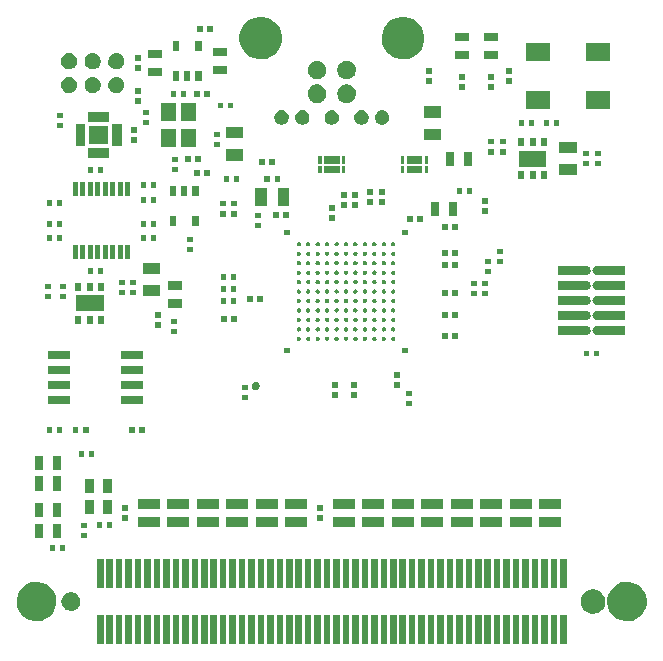
<source format=gts>
G04 (created by PCBNEW (2013-07-07 BZR 4022)-stable) date 10/24/2013 12:22:50 AM*
%MOIN*%
G04 Gerber Fmt 3.4, Leading zero omitted, Abs format*
%FSLAX34Y34*%
G01*
G70*
G90*
G04 APERTURE LIST*
%ADD10C,0.00590551*%
G04 APERTURE END LIST*
G54D10*
G36*
X13221Y-27302D02*
X12950Y-27302D01*
X12950Y-26831D01*
X13221Y-26831D01*
X13221Y-27302D01*
X13221Y-27302D01*
G37*
G36*
X13221Y-27991D02*
X12950Y-27991D01*
X12950Y-27520D01*
X13221Y-27520D01*
X13221Y-27991D01*
X13221Y-27991D01*
G37*
G36*
X13221Y-28877D02*
X12950Y-28877D01*
X12950Y-28406D01*
X13221Y-28406D01*
X13221Y-28877D01*
X13221Y-28877D01*
G37*
G36*
X13221Y-29566D02*
X12950Y-29566D01*
X12950Y-29095D01*
X13221Y-29095D01*
X13221Y-29566D01*
X13221Y-29566D01*
G37*
G36*
X13484Y-21280D02*
X13286Y-21280D01*
X13286Y-21102D01*
X13484Y-21102D01*
X13484Y-21280D01*
X13484Y-21280D01*
G37*
G36*
X13484Y-21614D02*
X13286Y-21614D01*
X13286Y-21436D01*
X13484Y-21436D01*
X13484Y-21614D01*
X13484Y-21614D01*
G37*
G36*
X13504Y-18504D02*
X13326Y-18504D01*
X13326Y-18306D01*
X13504Y-18306D01*
X13504Y-18504D01*
X13504Y-18504D01*
G37*
G36*
X13504Y-19193D02*
X13326Y-19193D01*
X13326Y-18995D01*
X13504Y-18995D01*
X13504Y-19193D01*
X13504Y-19193D01*
G37*
G36*
X13504Y-19685D02*
X13326Y-19685D01*
X13326Y-19487D01*
X13504Y-19487D01*
X13504Y-19685D01*
X13504Y-19685D01*
G37*
G36*
X13504Y-26083D02*
X13326Y-26083D01*
X13326Y-25885D01*
X13504Y-25885D01*
X13504Y-26083D01*
X13504Y-26083D01*
G37*
G36*
X13603Y-30020D02*
X13425Y-30020D01*
X13425Y-29822D01*
X13603Y-29822D01*
X13603Y-30020D01*
X13603Y-30020D01*
G37*
G36*
X13652Y-31630D02*
X13650Y-31773D01*
X13620Y-31904D01*
X13570Y-32018D01*
X13492Y-32128D01*
X13402Y-32214D01*
X13289Y-32286D01*
X13172Y-32331D01*
X13040Y-32354D01*
X12915Y-32351D01*
X12784Y-32323D01*
X12670Y-32273D01*
X12560Y-32196D01*
X12473Y-32106D01*
X12400Y-31993D01*
X12355Y-31878D01*
X12330Y-31745D01*
X12332Y-31621D01*
X12360Y-31489D01*
X12409Y-31375D01*
X12485Y-31264D01*
X12574Y-31177D01*
X12687Y-31103D01*
X12802Y-31057D01*
X12934Y-31031D01*
X13058Y-31032D01*
X13190Y-31059D01*
X13305Y-31107D01*
X13417Y-31183D01*
X13504Y-31271D01*
X13579Y-31383D01*
X13626Y-31498D01*
X13652Y-31630D01*
X13652Y-31630D01*
G37*
G36*
X13821Y-27302D02*
X13550Y-27302D01*
X13550Y-26831D01*
X13821Y-26831D01*
X13821Y-27302D01*
X13821Y-27302D01*
G37*
G36*
X13821Y-27991D02*
X13550Y-27991D01*
X13550Y-27520D01*
X13821Y-27520D01*
X13821Y-27991D01*
X13821Y-27991D01*
G37*
G36*
X13821Y-28877D02*
X13550Y-28877D01*
X13550Y-28406D01*
X13821Y-28406D01*
X13821Y-28877D01*
X13821Y-28877D01*
G37*
G36*
X13821Y-29566D02*
X13550Y-29566D01*
X13550Y-29095D01*
X13821Y-29095D01*
X13821Y-29566D01*
X13821Y-29566D01*
G37*
G36*
X13838Y-18504D02*
X13660Y-18504D01*
X13660Y-18306D01*
X13838Y-18306D01*
X13838Y-18504D01*
X13838Y-18504D01*
G37*
G36*
X13838Y-19193D02*
X13660Y-19193D01*
X13660Y-18995D01*
X13838Y-18995D01*
X13838Y-19193D01*
X13838Y-19193D01*
G37*
G36*
X13838Y-19685D02*
X13660Y-19685D01*
X13660Y-19487D01*
X13838Y-19487D01*
X13838Y-19685D01*
X13838Y-19685D01*
G37*
G36*
X13838Y-26083D02*
X13660Y-26083D01*
X13660Y-25885D01*
X13838Y-25885D01*
X13838Y-26083D01*
X13838Y-26083D01*
G37*
G36*
X13858Y-15571D02*
X13660Y-15571D01*
X13660Y-15393D01*
X13858Y-15393D01*
X13858Y-15571D01*
X13858Y-15571D01*
G37*
G36*
X13858Y-15905D02*
X13660Y-15905D01*
X13660Y-15727D01*
X13858Y-15727D01*
X13858Y-15905D01*
X13858Y-15905D01*
G37*
G36*
X13937Y-30020D02*
X13759Y-30020D01*
X13759Y-29822D01*
X13937Y-29822D01*
X13937Y-30020D01*
X13937Y-30020D01*
G37*
G36*
X13977Y-21280D02*
X13778Y-21280D01*
X13778Y-21102D01*
X13977Y-21102D01*
X13977Y-21280D01*
X13977Y-21280D01*
G37*
G36*
X13977Y-21614D02*
X13778Y-21614D01*
X13778Y-21436D01*
X13977Y-21436D01*
X13977Y-21614D01*
X13977Y-21614D01*
G37*
G36*
X14112Y-23591D02*
X13382Y-23591D01*
X13382Y-23334D01*
X14112Y-23334D01*
X14112Y-23591D01*
X14112Y-23591D01*
G37*
G36*
X14112Y-24091D02*
X13382Y-24091D01*
X13382Y-23834D01*
X14112Y-23834D01*
X14112Y-24091D01*
X14112Y-24091D01*
G37*
G36*
X14112Y-24591D02*
X13382Y-24591D01*
X13382Y-24334D01*
X14112Y-24334D01*
X14112Y-24591D01*
X14112Y-24591D01*
G37*
G36*
X14112Y-25091D02*
X13382Y-25091D01*
X13382Y-24834D01*
X14112Y-24834D01*
X14112Y-25091D01*
X14112Y-25091D01*
G37*
G36*
X14345Y-13656D02*
X14344Y-13713D01*
X14331Y-13768D01*
X14311Y-13813D01*
X14278Y-13860D01*
X14243Y-13893D01*
X14195Y-13924D01*
X14150Y-13942D01*
X14093Y-13952D01*
X14044Y-13951D01*
X13988Y-13938D01*
X13944Y-13919D01*
X13896Y-13886D01*
X13863Y-13851D01*
X13832Y-13803D01*
X13814Y-13758D01*
X13803Y-13701D01*
X13804Y-13653D01*
X13816Y-13596D01*
X13835Y-13552D01*
X13868Y-13504D01*
X13902Y-13471D01*
X13951Y-13439D01*
X13995Y-13421D01*
X14052Y-13410D01*
X14100Y-13410D01*
X14157Y-13422D01*
X14201Y-13440D01*
X14250Y-13473D01*
X14283Y-13507D01*
X14315Y-13556D01*
X14333Y-13599D01*
X14345Y-13656D01*
X14345Y-13656D01*
G37*
G36*
X14345Y-14444D02*
X14344Y-14500D01*
X14331Y-14556D01*
X14311Y-14600D01*
X14278Y-14647D01*
X14243Y-14681D01*
X14195Y-14711D01*
X14150Y-14729D01*
X14093Y-14739D01*
X14044Y-14738D01*
X13988Y-14726D01*
X13944Y-14706D01*
X13896Y-14673D01*
X13863Y-14639D01*
X13832Y-14590D01*
X13814Y-14545D01*
X13803Y-14488D01*
X13804Y-14440D01*
X13816Y-14383D01*
X13835Y-14339D01*
X13868Y-14291D01*
X13902Y-14258D01*
X13951Y-14226D01*
X13995Y-14208D01*
X14052Y-14197D01*
X14100Y-14198D01*
X14157Y-14209D01*
X14201Y-14228D01*
X14250Y-14261D01*
X14283Y-14294D01*
X14315Y-14343D01*
X14333Y-14387D01*
X14345Y-14444D01*
X14345Y-14444D01*
G37*
G36*
X14362Y-18179D02*
X14202Y-18179D01*
X14202Y-17704D01*
X14362Y-17704D01*
X14362Y-18179D01*
X14362Y-18179D01*
G37*
G36*
X14362Y-20287D02*
X14202Y-20287D01*
X14202Y-19812D01*
X14362Y-19812D01*
X14362Y-20287D01*
X14362Y-20287D01*
G37*
G36*
X14390Y-26083D02*
X14212Y-26083D01*
X14212Y-25885D01*
X14390Y-25885D01*
X14390Y-26083D01*
X14390Y-26083D01*
G37*
G36*
X14444Y-31664D02*
X14443Y-31729D01*
X14428Y-31793D01*
X14405Y-31844D01*
X14368Y-31898D01*
X14327Y-31937D01*
X14272Y-31972D01*
X14219Y-31992D01*
X14155Y-32003D01*
X14099Y-32002D01*
X14035Y-31988D01*
X13983Y-31966D01*
X13929Y-31928D01*
X13891Y-31888D01*
X13855Y-31833D01*
X13834Y-31781D01*
X13822Y-31716D01*
X13823Y-31660D01*
X13837Y-31596D01*
X13859Y-31544D01*
X13896Y-31490D01*
X13936Y-31451D01*
X13991Y-31415D01*
X14043Y-31394D01*
X14108Y-31382D01*
X14163Y-31382D01*
X14228Y-31395D01*
X14279Y-31417D01*
X14334Y-31454D01*
X14373Y-31493D01*
X14410Y-31549D01*
X14431Y-31600D01*
X14444Y-31664D01*
X14444Y-31664D01*
G37*
G36*
X14488Y-21337D02*
X14290Y-21337D01*
X14290Y-21076D01*
X14488Y-21076D01*
X14488Y-21337D01*
X14488Y-21337D01*
G37*
G36*
X14488Y-22427D02*
X14290Y-22427D01*
X14290Y-22166D01*
X14488Y-22166D01*
X14488Y-22427D01*
X14488Y-22427D01*
G37*
G36*
X14587Y-26870D02*
X14409Y-26870D01*
X14409Y-26672D01*
X14587Y-26672D01*
X14587Y-26870D01*
X14587Y-26870D01*
G37*
G36*
X14612Y-18179D02*
X14452Y-18179D01*
X14452Y-17704D01*
X14612Y-17704D01*
X14612Y-18179D01*
X14612Y-18179D01*
G37*
G36*
X14612Y-20287D02*
X14452Y-20287D01*
X14452Y-19812D01*
X14612Y-19812D01*
X14612Y-20287D01*
X14612Y-20287D01*
G37*
G36*
X14614Y-16506D02*
X14293Y-16506D01*
X14293Y-16384D01*
X14293Y-16381D01*
X14293Y-16372D01*
X14293Y-16369D01*
X14293Y-16227D01*
X14293Y-16224D01*
X14293Y-16215D01*
X14293Y-16212D01*
X14293Y-16070D01*
X14293Y-16067D01*
X14293Y-16058D01*
X14293Y-16055D01*
X14293Y-15913D01*
X14293Y-15910D01*
X14293Y-15901D01*
X14293Y-15898D01*
X14293Y-15777D01*
X14614Y-15777D01*
X14614Y-15898D01*
X14614Y-15901D01*
X14614Y-15910D01*
X14614Y-15913D01*
X14614Y-16055D01*
X14614Y-16058D01*
X14614Y-16067D01*
X14614Y-16070D01*
X14614Y-16212D01*
X14614Y-16215D01*
X14614Y-16224D01*
X14614Y-16227D01*
X14614Y-16369D01*
X14614Y-16372D01*
X14614Y-16381D01*
X14614Y-16384D01*
X14614Y-16506D01*
X14614Y-16506D01*
G37*
G36*
X14666Y-29252D02*
X14467Y-29252D01*
X14467Y-29074D01*
X14666Y-29074D01*
X14666Y-29252D01*
X14666Y-29252D01*
G37*
G36*
X14666Y-29586D02*
X14467Y-29586D01*
X14467Y-29408D01*
X14666Y-29408D01*
X14666Y-29586D01*
X14666Y-29586D01*
G37*
G36*
X14724Y-26083D02*
X14546Y-26083D01*
X14546Y-25885D01*
X14724Y-25885D01*
X14724Y-26083D01*
X14724Y-26083D01*
G37*
G36*
X14862Y-18179D02*
X14702Y-18179D01*
X14702Y-17704D01*
X14862Y-17704D01*
X14862Y-18179D01*
X14862Y-18179D01*
G37*
G36*
X14862Y-20287D02*
X14702Y-20287D01*
X14702Y-19812D01*
X14862Y-19812D01*
X14862Y-20287D01*
X14862Y-20287D01*
G37*
G36*
X14862Y-21337D02*
X14664Y-21337D01*
X14664Y-21076D01*
X14862Y-21076D01*
X14862Y-21337D01*
X14862Y-21337D01*
G37*
G36*
X14862Y-22427D02*
X14664Y-22427D01*
X14664Y-22166D01*
X14862Y-22166D01*
X14862Y-22427D01*
X14862Y-22427D01*
G37*
G36*
X14882Y-17421D02*
X14704Y-17421D01*
X14704Y-17223D01*
X14882Y-17223D01*
X14882Y-17421D01*
X14882Y-17421D01*
G37*
G36*
X14882Y-20768D02*
X14704Y-20768D01*
X14704Y-20570D01*
X14882Y-20570D01*
X14882Y-20768D01*
X14882Y-20768D01*
G37*
G36*
X14894Y-28089D02*
X14623Y-28089D01*
X14623Y-27618D01*
X14894Y-27618D01*
X14894Y-28089D01*
X14894Y-28089D01*
G37*
G36*
X14894Y-28778D02*
X14623Y-28778D01*
X14623Y-28307D01*
X14894Y-28307D01*
X14894Y-28778D01*
X14894Y-28778D01*
G37*
G36*
X14921Y-26870D02*
X14743Y-26870D01*
X14743Y-26672D01*
X14921Y-26672D01*
X14921Y-26870D01*
X14921Y-26870D01*
G37*
G36*
X15112Y-18179D02*
X14952Y-18179D01*
X14952Y-17704D01*
X15112Y-17704D01*
X15112Y-18179D01*
X15112Y-18179D01*
G37*
G36*
X15112Y-20287D02*
X14952Y-20287D01*
X14952Y-19812D01*
X15112Y-19812D01*
X15112Y-20287D01*
X15112Y-20287D01*
G37*
G36*
X15132Y-13656D02*
X15131Y-13713D01*
X15119Y-13768D01*
X15099Y-13813D01*
X15066Y-13860D01*
X15031Y-13893D01*
X14982Y-13924D01*
X14937Y-13942D01*
X14880Y-13952D01*
X14832Y-13951D01*
X14776Y-13938D01*
X14731Y-13919D01*
X14684Y-13886D01*
X14650Y-13851D01*
X14619Y-13803D01*
X14601Y-13758D01*
X14591Y-13701D01*
X14592Y-13653D01*
X14604Y-13596D01*
X14622Y-13552D01*
X14655Y-13504D01*
X14689Y-13471D01*
X14738Y-13439D01*
X14782Y-13421D01*
X14840Y-13410D01*
X14887Y-13410D01*
X14945Y-13422D01*
X14988Y-13440D01*
X15037Y-13473D01*
X15070Y-13507D01*
X15103Y-13556D01*
X15121Y-13599D01*
X15132Y-13656D01*
X15132Y-13656D01*
G37*
G36*
X15132Y-14444D02*
X15131Y-14500D01*
X15119Y-14556D01*
X15099Y-14600D01*
X15066Y-14647D01*
X15031Y-14681D01*
X14982Y-14711D01*
X14937Y-14729D01*
X14880Y-14739D01*
X14832Y-14738D01*
X14776Y-14726D01*
X14731Y-14706D01*
X14684Y-14673D01*
X14650Y-14639D01*
X14619Y-14590D01*
X14601Y-14545D01*
X14591Y-14488D01*
X14592Y-14440D01*
X14604Y-14383D01*
X14622Y-14339D01*
X14655Y-14291D01*
X14689Y-14258D01*
X14738Y-14226D01*
X14782Y-14208D01*
X14840Y-14197D01*
X14887Y-14198D01*
X14945Y-14209D01*
X14988Y-14228D01*
X15037Y-14261D01*
X15070Y-14294D01*
X15103Y-14343D01*
X15121Y-14387D01*
X15132Y-14444D01*
X15132Y-14444D01*
G37*
G36*
X15177Y-29232D02*
X14999Y-29232D01*
X14999Y-29034D01*
X15177Y-29034D01*
X15177Y-29232D01*
X15177Y-29232D01*
G37*
G36*
X15216Y-17421D02*
X15038Y-17421D01*
X15038Y-17223D01*
X15216Y-17223D01*
X15216Y-17421D01*
X15216Y-17421D01*
G37*
G36*
X15216Y-20768D02*
X15038Y-20768D01*
X15038Y-20570D01*
X15216Y-20570D01*
X15216Y-20768D01*
X15216Y-20768D01*
G37*
G36*
X15224Y-22022D02*
X14959Y-22022D01*
X14947Y-22022D01*
X14879Y-22022D01*
X14867Y-22022D01*
X14659Y-22022D01*
X14647Y-22022D01*
X14579Y-22022D01*
X14567Y-22022D01*
X14303Y-22022D01*
X14303Y-21797D01*
X14303Y-21786D01*
X14303Y-21717D01*
X14303Y-21706D01*
X14303Y-21481D01*
X14567Y-21481D01*
X14579Y-21481D01*
X14647Y-21481D01*
X14659Y-21481D01*
X14867Y-21481D01*
X14879Y-21481D01*
X14947Y-21481D01*
X14959Y-21481D01*
X15224Y-21481D01*
X15224Y-21706D01*
X15224Y-21717D01*
X15224Y-21786D01*
X15224Y-21797D01*
X15224Y-22022D01*
X15224Y-22022D01*
G37*
G36*
X15226Y-31230D02*
X15008Y-31230D01*
X15008Y-30264D01*
X15226Y-30264D01*
X15226Y-31230D01*
X15226Y-31230D01*
G37*
G36*
X15226Y-33120D02*
X15008Y-33120D01*
X15008Y-32154D01*
X15226Y-32154D01*
X15226Y-33120D01*
X15226Y-33120D01*
G37*
G36*
X15236Y-21337D02*
X15038Y-21337D01*
X15038Y-21076D01*
X15236Y-21076D01*
X15236Y-21337D01*
X15236Y-21337D01*
G37*
G36*
X15236Y-22427D02*
X15038Y-22427D01*
X15038Y-22166D01*
X15236Y-22166D01*
X15236Y-22427D01*
X15236Y-22427D01*
G37*
G36*
X15362Y-18179D02*
X15202Y-18179D01*
X15202Y-17704D01*
X15362Y-17704D01*
X15362Y-18179D01*
X15362Y-18179D01*
G37*
G36*
X15362Y-20287D02*
X15202Y-20287D01*
X15202Y-19812D01*
X15362Y-19812D01*
X15362Y-20287D01*
X15362Y-20287D01*
G37*
G36*
X15369Y-16452D02*
X14748Y-16452D01*
X14748Y-15831D01*
X15369Y-15831D01*
X15369Y-16452D01*
X15369Y-16452D01*
G37*
G36*
X15423Y-15696D02*
X15301Y-15696D01*
X15298Y-15696D01*
X15290Y-15696D01*
X15287Y-15696D01*
X15144Y-15696D01*
X15141Y-15696D01*
X15133Y-15696D01*
X15130Y-15696D01*
X14987Y-15696D01*
X14984Y-15696D01*
X14976Y-15696D01*
X14973Y-15696D01*
X14830Y-15696D01*
X14827Y-15696D01*
X14819Y-15696D01*
X14816Y-15696D01*
X14694Y-15696D01*
X14694Y-15375D01*
X14816Y-15375D01*
X14819Y-15375D01*
X14827Y-15375D01*
X14830Y-15375D01*
X14973Y-15375D01*
X14976Y-15375D01*
X14984Y-15375D01*
X14987Y-15375D01*
X15130Y-15375D01*
X15133Y-15375D01*
X15141Y-15375D01*
X15144Y-15375D01*
X15287Y-15375D01*
X15290Y-15375D01*
X15298Y-15375D01*
X15301Y-15375D01*
X15423Y-15375D01*
X15423Y-15696D01*
X15423Y-15696D01*
G37*
G36*
X15423Y-16907D02*
X15301Y-16907D01*
X15298Y-16907D01*
X15290Y-16907D01*
X15287Y-16907D01*
X15144Y-16907D01*
X15141Y-16907D01*
X15133Y-16907D01*
X15130Y-16907D01*
X14987Y-16907D01*
X14984Y-16907D01*
X14976Y-16907D01*
X14973Y-16907D01*
X14830Y-16907D01*
X14827Y-16907D01*
X14819Y-16907D01*
X14816Y-16907D01*
X14694Y-16907D01*
X14694Y-16586D01*
X14816Y-16586D01*
X14819Y-16586D01*
X14827Y-16586D01*
X14830Y-16586D01*
X14973Y-16586D01*
X14976Y-16586D01*
X14984Y-16586D01*
X14987Y-16586D01*
X15130Y-16586D01*
X15133Y-16586D01*
X15141Y-16586D01*
X15144Y-16586D01*
X15287Y-16586D01*
X15290Y-16586D01*
X15298Y-16586D01*
X15301Y-16586D01*
X15423Y-16586D01*
X15423Y-16907D01*
X15423Y-16907D01*
G37*
G36*
X15494Y-28089D02*
X15223Y-28089D01*
X15223Y-27618D01*
X15494Y-27618D01*
X15494Y-28089D01*
X15494Y-28089D01*
G37*
G36*
X15494Y-28778D02*
X15223Y-28778D01*
X15223Y-28307D01*
X15494Y-28307D01*
X15494Y-28778D01*
X15494Y-28778D01*
G37*
G36*
X15511Y-29232D02*
X15333Y-29232D01*
X15333Y-29034D01*
X15511Y-29034D01*
X15511Y-29232D01*
X15511Y-29232D01*
G37*
G36*
X15541Y-31230D02*
X15323Y-31230D01*
X15323Y-30264D01*
X15541Y-30264D01*
X15541Y-31230D01*
X15541Y-31230D01*
G37*
G36*
X15541Y-33120D02*
X15323Y-33120D01*
X15323Y-32154D01*
X15541Y-32154D01*
X15541Y-33120D01*
X15541Y-33120D01*
G37*
G36*
X15612Y-18179D02*
X15452Y-18179D01*
X15452Y-17704D01*
X15612Y-17704D01*
X15612Y-18179D01*
X15612Y-18179D01*
G37*
G36*
X15612Y-20287D02*
X15452Y-20287D01*
X15452Y-19812D01*
X15612Y-19812D01*
X15612Y-20287D01*
X15612Y-20287D01*
G37*
G36*
X15824Y-16506D02*
X15503Y-16506D01*
X15503Y-16384D01*
X15503Y-16381D01*
X15503Y-16372D01*
X15503Y-16369D01*
X15503Y-16227D01*
X15503Y-16224D01*
X15503Y-16215D01*
X15503Y-16212D01*
X15503Y-16070D01*
X15503Y-16067D01*
X15503Y-16058D01*
X15503Y-16055D01*
X15503Y-15913D01*
X15503Y-15910D01*
X15503Y-15901D01*
X15503Y-15898D01*
X15503Y-15777D01*
X15824Y-15777D01*
X15824Y-15898D01*
X15824Y-15901D01*
X15824Y-15910D01*
X15824Y-15913D01*
X15824Y-16055D01*
X15824Y-16058D01*
X15824Y-16067D01*
X15824Y-16070D01*
X15824Y-16212D01*
X15824Y-16215D01*
X15824Y-16224D01*
X15824Y-16227D01*
X15824Y-16369D01*
X15824Y-16372D01*
X15824Y-16381D01*
X15824Y-16384D01*
X15824Y-16506D01*
X15824Y-16506D01*
G37*
G36*
X15856Y-31230D02*
X15638Y-31230D01*
X15638Y-30264D01*
X15856Y-30264D01*
X15856Y-31230D01*
X15856Y-31230D01*
G37*
G36*
X15856Y-33120D02*
X15638Y-33120D01*
X15638Y-32154D01*
X15856Y-32154D01*
X15856Y-33120D01*
X15856Y-33120D01*
G37*
G36*
X15862Y-18179D02*
X15702Y-18179D01*
X15702Y-17704D01*
X15862Y-17704D01*
X15862Y-18179D01*
X15862Y-18179D01*
G37*
G36*
X15862Y-20287D02*
X15702Y-20287D01*
X15702Y-19812D01*
X15862Y-19812D01*
X15862Y-20287D01*
X15862Y-20287D01*
G37*
G36*
X15920Y-13656D02*
X15919Y-13713D01*
X15906Y-13768D01*
X15886Y-13813D01*
X15853Y-13860D01*
X15818Y-13893D01*
X15770Y-13924D01*
X15724Y-13942D01*
X15668Y-13952D01*
X15619Y-13951D01*
X15563Y-13938D01*
X15519Y-13919D01*
X15471Y-13886D01*
X15438Y-13851D01*
X15406Y-13803D01*
X15389Y-13758D01*
X15378Y-13701D01*
X15379Y-13653D01*
X15391Y-13596D01*
X15410Y-13552D01*
X15443Y-13504D01*
X15477Y-13471D01*
X15526Y-13439D01*
X15570Y-13421D01*
X15627Y-13410D01*
X15675Y-13410D01*
X15732Y-13422D01*
X15776Y-13440D01*
X15824Y-13473D01*
X15858Y-13507D01*
X15890Y-13556D01*
X15908Y-13599D01*
X15920Y-13656D01*
X15920Y-13656D01*
G37*
G36*
X15920Y-14444D02*
X15919Y-14500D01*
X15906Y-14556D01*
X15886Y-14600D01*
X15853Y-14647D01*
X15818Y-14681D01*
X15770Y-14711D01*
X15724Y-14729D01*
X15668Y-14739D01*
X15619Y-14738D01*
X15563Y-14726D01*
X15519Y-14706D01*
X15471Y-14673D01*
X15438Y-14639D01*
X15406Y-14590D01*
X15389Y-14545D01*
X15378Y-14488D01*
X15379Y-14440D01*
X15391Y-14383D01*
X15410Y-14339D01*
X15443Y-14291D01*
X15477Y-14258D01*
X15526Y-14226D01*
X15570Y-14208D01*
X15627Y-14197D01*
X15675Y-14198D01*
X15732Y-14209D01*
X15776Y-14228D01*
X15824Y-14261D01*
X15858Y-14294D01*
X15890Y-14343D01*
X15908Y-14387D01*
X15920Y-14444D01*
X15920Y-14444D01*
G37*
G36*
X15925Y-21142D02*
X15727Y-21142D01*
X15727Y-20964D01*
X15925Y-20964D01*
X15925Y-21142D01*
X15925Y-21142D01*
G37*
G36*
X15925Y-21476D02*
X15727Y-21476D01*
X15727Y-21298D01*
X15925Y-21298D01*
X15925Y-21476D01*
X15925Y-21476D01*
G37*
G36*
X16043Y-28662D02*
X15845Y-28662D01*
X15845Y-28484D01*
X16043Y-28484D01*
X16043Y-28662D01*
X16043Y-28662D01*
G37*
G36*
X16043Y-28996D02*
X15845Y-28996D01*
X15845Y-28818D01*
X16043Y-28818D01*
X16043Y-28996D01*
X16043Y-28996D01*
G37*
G36*
X16112Y-18179D02*
X15952Y-18179D01*
X15952Y-17704D01*
X16112Y-17704D01*
X16112Y-18179D01*
X16112Y-18179D01*
G37*
G36*
X16112Y-20287D02*
X15952Y-20287D01*
X15952Y-19812D01*
X16112Y-19812D01*
X16112Y-20287D01*
X16112Y-20287D01*
G37*
G36*
X16171Y-31230D02*
X15953Y-31230D01*
X15953Y-30264D01*
X16171Y-30264D01*
X16171Y-31230D01*
X16171Y-31230D01*
G37*
G36*
X16171Y-33120D02*
X15953Y-33120D01*
X15953Y-32154D01*
X16171Y-32154D01*
X16171Y-33120D01*
X16171Y-33120D01*
G37*
G36*
X16260Y-26083D02*
X16082Y-26083D01*
X16082Y-25885D01*
X16260Y-25885D01*
X16260Y-26083D01*
X16260Y-26083D01*
G37*
G36*
X16299Y-21142D02*
X16101Y-21142D01*
X16101Y-20964D01*
X16299Y-20964D01*
X16299Y-21142D01*
X16299Y-21142D01*
G37*
G36*
X16299Y-21476D02*
X16101Y-21476D01*
X16101Y-21298D01*
X16299Y-21298D01*
X16299Y-21476D01*
X16299Y-21476D01*
G37*
G36*
X16339Y-16063D02*
X16141Y-16063D01*
X16141Y-15885D01*
X16339Y-15885D01*
X16339Y-16063D01*
X16339Y-16063D01*
G37*
G36*
X16339Y-16397D02*
X16141Y-16397D01*
X16141Y-16219D01*
X16339Y-16219D01*
X16339Y-16397D01*
X16339Y-16397D01*
G37*
G36*
X16477Y-13662D02*
X16278Y-13662D01*
X16278Y-13484D01*
X16477Y-13484D01*
X16477Y-13662D01*
X16477Y-13662D01*
G37*
G36*
X16477Y-13996D02*
X16278Y-13996D01*
X16278Y-13818D01*
X16477Y-13818D01*
X16477Y-13996D01*
X16477Y-13996D01*
G37*
G36*
X16477Y-14764D02*
X16278Y-14764D01*
X16278Y-14586D01*
X16477Y-14586D01*
X16477Y-14764D01*
X16477Y-14764D01*
G37*
G36*
X16477Y-15098D02*
X16278Y-15098D01*
X16278Y-14920D01*
X16477Y-14920D01*
X16477Y-15098D01*
X16477Y-15098D01*
G37*
G36*
X16486Y-31230D02*
X16268Y-31230D01*
X16268Y-30264D01*
X16486Y-30264D01*
X16486Y-31230D01*
X16486Y-31230D01*
G37*
G36*
X16486Y-33120D02*
X16268Y-33120D01*
X16268Y-32154D01*
X16486Y-32154D01*
X16486Y-33120D01*
X16486Y-33120D01*
G37*
G36*
X16538Y-23591D02*
X15808Y-23591D01*
X15808Y-23334D01*
X16538Y-23334D01*
X16538Y-23591D01*
X16538Y-23591D01*
G37*
G36*
X16538Y-24091D02*
X15808Y-24091D01*
X15808Y-23834D01*
X16538Y-23834D01*
X16538Y-24091D01*
X16538Y-24091D01*
G37*
G36*
X16538Y-24591D02*
X15808Y-24591D01*
X15808Y-24334D01*
X16538Y-24334D01*
X16538Y-24591D01*
X16538Y-24591D01*
G37*
G36*
X16538Y-25091D02*
X15808Y-25091D01*
X15808Y-24834D01*
X16538Y-24834D01*
X16538Y-25091D01*
X16538Y-25091D01*
G37*
G36*
X16594Y-26083D02*
X16416Y-26083D01*
X16416Y-25885D01*
X16594Y-25885D01*
X16594Y-26083D01*
X16594Y-26083D01*
G37*
G36*
X16654Y-17914D02*
X16476Y-17914D01*
X16476Y-17715D01*
X16654Y-17715D01*
X16654Y-17914D01*
X16654Y-17914D01*
G37*
G36*
X16654Y-18406D02*
X16476Y-18406D01*
X16476Y-18208D01*
X16654Y-18208D01*
X16654Y-18406D01*
X16654Y-18406D01*
G37*
G36*
X16654Y-19193D02*
X16476Y-19193D01*
X16476Y-18995D01*
X16654Y-18995D01*
X16654Y-19193D01*
X16654Y-19193D01*
G37*
G36*
X16654Y-19685D02*
X16476Y-19685D01*
X16476Y-19487D01*
X16654Y-19487D01*
X16654Y-19685D01*
X16654Y-19685D01*
G37*
G36*
X16732Y-15473D02*
X16534Y-15473D01*
X16534Y-15295D01*
X16732Y-15295D01*
X16732Y-15473D01*
X16732Y-15473D01*
G37*
G36*
X16732Y-15807D02*
X16534Y-15807D01*
X16534Y-15629D01*
X16732Y-15629D01*
X16732Y-15807D01*
X16732Y-15807D01*
G37*
G36*
X16801Y-31230D02*
X16583Y-31230D01*
X16583Y-30264D01*
X16801Y-30264D01*
X16801Y-31230D01*
X16801Y-31230D01*
G37*
G36*
X16801Y-33120D02*
X16583Y-33120D01*
X16583Y-32154D01*
X16801Y-32154D01*
X16801Y-33120D01*
X16801Y-33120D01*
G37*
G36*
X16988Y-17914D02*
X16810Y-17914D01*
X16810Y-17715D01*
X16988Y-17715D01*
X16988Y-17914D01*
X16988Y-17914D01*
G37*
G36*
X16988Y-18406D02*
X16810Y-18406D01*
X16810Y-18208D01*
X16988Y-18208D01*
X16988Y-18406D01*
X16988Y-18406D01*
G37*
G36*
X16988Y-19193D02*
X16810Y-19193D01*
X16810Y-18995D01*
X16988Y-18995D01*
X16988Y-19193D01*
X16988Y-19193D01*
G37*
G36*
X16988Y-19685D02*
X16810Y-19685D01*
X16810Y-19487D01*
X16988Y-19487D01*
X16988Y-19685D01*
X16988Y-19685D01*
G37*
G36*
X17097Y-28591D02*
X16935Y-28591D01*
X16932Y-28591D01*
X16923Y-28591D01*
X16920Y-28591D01*
X16739Y-28591D01*
X16735Y-28591D01*
X16727Y-28591D01*
X16723Y-28591D01*
X16542Y-28591D01*
X16539Y-28591D01*
X16530Y-28591D01*
X16527Y-28591D01*
X16366Y-28591D01*
X16366Y-28260D01*
X16527Y-28260D01*
X16530Y-28260D01*
X16539Y-28260D01*
X16542Y-28260D01*
X16723Y-28260D01*
X16727Y-28260D01*
X16735Y-28260D01*
X16739Y-28260D01*
X16920Y-28260D01*
X16923Y-28260D01*
X16932Y-28260D01*
X16935Y-28260D01*
X17097Y-28260D01*
X17097Y-28591D01*
X17097Y-28591D01*
G37*
G36*
X17097Y-29220D02*
X16935Y-29220D01*
X16932Y-29220D01*
X16923Y-29220D01*
X16920Y-29220D01*
X16739Y-29220D01*
X16735Y-29220D01*
X16727Y-29220D01*
X16723Y-29220D01*
X16542Y-29220D01*
X16539Y-29220D01*
X16530Y-29220D01*
X16527Y-29220D01*
X16366Y-29220D01*
X16366Y-28889D01*
X16527Y-28889D01*
X16530Y-28889D01*
X16539Y-28889D01*
X16542Y-28889D01*
X16723Y-28889D01*
X16727Y-28889D01*
X16735Y-28889D01*
X16739Y-28889D01*
X16920Y-28889D01*
X16923Y-28889D01*
X16932Y-28889D01*
X16935Y-28889D01*
X17097Y-28889D01*
X17097Y-29220D01*
X17097Y-29220D01*
G37*
G36*
X17116Y-31230D02*
X16898Y-31230D01*
X16898Y-30264D01*
X17116Y-30264D01*
X17116Y-31230D01*
X17116Y-31230D01*
G37*
G36*
X17116Y-33120D02*
X16898Y-33120D01*
X16898Y-32154D01*
X17116Y-32154D01*
X17116Y-33120D01*
X17116Y-33120D01*
G37*
G36*
X17116Y-20778D02*
X16544Y-20778D01*
X16544Y-20402D01*
X17116Y-20402D01*
X17116Y-20778D01*
X17116Y-20778D01*
G37*
G36*
X17116Y-21524D02*
X16544Y-21524D01*
X16544Y-21152D01*
X17116Y-21152D01*
X17116Y-21524D01*
X17116Y-21524D01*
G37*
G36*
X17126Y-22225D02*
X16928Y-22225D01*
X16928Y-22047D01*
X17126Y-22047D01*
X17126Y-22225D01*
X17126Y-22225D01*
G37*
G36*
X17126Y-22559D02*
X16928Y-22559D01*
X16928Y-22381D01*
X17126Y-22381D01*
X17126Y-22559D01*
X17126Y-22559D01*
G37*
G36*
X17164Y-13575D02*
X16693Y-13575D01*
X16693Y-13304D01*
X17164Y-13304D01*
X17164Y-13575D01*
X17164Y-13575D01*
G37*
G36*
X17164Y-14175D02*
X16693Y-14175D01*
X16693Y-13904D01*
X17164Y-13904D01*
X17164Y-14175D01*
X17164Y-14175D01*
G37*
G36*
X17431Y-31230D02*
X17213Y-31230D01*
X17213Y-30264D01*
X17431Y-30264D01*
X17431Y-31230D01*
X17431Y-31230D01*
G37*
G36*
X17431Y-33120D02*
X17213Y-33120D01*
X17213Y-32154D01*
X17431Y-32154D01*
X17431Y-33120D01*
X17431Y-33120D01*
G37*
G36*
X17628Y-15660D02*
X17134Y-15660D01*
X17134Y-15088D01*
X17628Y-15088D01*
X17628Y-15660D01*
X17628Y-15660D01*
G37*
G36*
X17628Y-16526D02*
X17134Y-16526D01*
X17134Y-15954D01*
X17628Y-15954D01*
X17628Y-16526D01*
X17628Y-16526D01*
G37*
G36*
X17638Y-14862D02*
X17460Y-14862D01*
X17460Y-14664D01*
X17638Y-14664D01*
X17638Y-14862D01*
X17638Y-14862D01*
G37*
G36*
X17648Y-18164D02*
X17427Y-18164D01*
X17427Y-17843D01*
X17648Y-17843D01*
X17648Y-18164D01*
X17648Y-18164D01*
G37*
G36*
X17648Y-19164D02*
X17427Y-19164D01*
X17427Y-18843D01*
X17648Y-18843D01*
X17648Y-19164D01*
X17648Y-19164D01*
G37*
G36*
X17658Y-22441D02*
X17459Y-22441D01*
X17459Y-22263D01*
X17658Y-22263D01*
X17658Y-22441D01*
X17658Y-22441D01*
G37*
G36*
X17658Y-22775D02*
X17459Y-22775D01*
X17459Y-22597D01*
X17658Y-22597D01*
X17658Y-22775D01*
X17658Y-22775D01*
G37*
G36*
X17717Y-17048D02*
X17519Y-17048D01*
X17519Y-16869D01*
X17717Y-16869D01*
X17717Y-17048D01*
X17717Y-17048D01*
G37*
G36*
X17717Y-17382D02*
X17519Y-17382D01*
X17519Y-17203D01*
X17717Y-17203D01*
X17717Y-17382D01*
X17717Y-17382D01*
G37*
G36*
X17746Y-31230D02*
X17528Y-31230D01*
X17528Y-30264D01*
X17746Y-30264D01*
X17746Y-31230D01*
X17746Y-31230D01*
G37*
G36*
X17746Y-33120D02*
X17528Y-33120D01*
X17528Y-32154D01*
X17746Y-32154D01*
X17746Y-33120D01*
X17746Y-33120D01*
G37*
G36*
X17747Y-13341D02*
X17526Y-13341D01*
X17526Y-13020D01*
X17747Y-13020D01*
X17747Y-13341D01*
X17747Y-13341D01*
G37*
G36*
X17747Y-14341D02*
X17526Y-14341D01*
X17526Y-14020D01*
X17747Y-14020D01*
X17747Y-14341D01*
X17747Y-14341D01*
G37*
G36*
X17853Y-21292D02*
X17382Y-21292D01*
X17382Y-21021D01*
X17853Y-21021D01*
X17853Y-21292D01*
X17853Y-21292D01*
G37*
G36*
X17853Y-21892D02*
X17382Y-21892D01*
X17382Y-21621D01*
X17853Y-21621D01*
X17853Y-21892D01*
X17853Y-21892D01*
G37*
G36*
X17972Y-14862D02*
X17794Y-14862D01*
X17794Y-14664D01*
X17972Y-14664D01*
X17972Y-14862D01*
X17972Y-14862D01*
G37*
G36*
X18023Y-18164D02*
X17802Y-18164D01*
X17802Y-17843D01*
X18023Y-17843D01*
X18023Y-18164D01*
X18023Y-18164D01*
G37*
G36*
X18061Y-31230D02*
X17843Y-31230D01*
X17843Y-30264D01*
X18061Y-30264D01*
X18061Y-31230D01*
X18061Y-31230D01*
G37*
G36*
X18061Y-33120D02*
X17843Y-33120D01*
X17843Y-32154D01*
X18061Y-32154D01*
X18061Y-33120D01*
X18061Y-33120D01*
G37*
G36*
X18081Y-28591D02*
X17919Y-28591D01*
X17916Y-28591D01*
X17907Y-28591D01*
X17904Y-28591D01*
X17723Y-28591D01*
X17719Y-28591D01*
X17711Y-28591D01*
X17707Y-28591D01*
X17526Y-28591D01*
X17523Y-28591D01*
X17514Y-28591D01*
X17511Y-28591D01*
X17350Y-28591D01*
X17350Y-28260D01*
X17511Y-28260D01*
X17514Y-28260D01*
X17523Y-28260D01*
X17526Y-28260D01*
X17707Y-28260D01*
X17711Y-28260D01*
X17719Y-28260D01*
X17723Y-28260D01*
X17904Y-28260D01*
X17907Y-28260D01*
X17916Y-28260D01*
X17919Y-28260D01*
X18081Y-28260D01*
X18081Y-28591D01*
X18081Y-28591D01*
G37*
G36*
X18081Y-29220D02*
X17919Y-29220D01*
X17916Y-29220D01*
X17907Y-29220D01*
X17904Y-29220D01*
X17723Y-29220D01*
X17719Y-29220D01*
X17711Y-29220D01*
X17707Y-29220D01*
X17526Y-29220D01*
X17523Y-29220D01*
X17514Y-29220D01*
X17511Y-29220D01*
X17350Y-29220D01*
X17350Y-28889D01*
X17511Y-28889D01*
X17514Y-28889D01*
X17523Y-28889D01*
X17526Y-28889D01*
X17707Y-28889D01*
X17711Y-28889D01*
X17719Y-28889D01*
X17723Y-28889D01*
X17904Y-28889D01*
X17907Y-28889D01*
X17916Y-28889D01*
X17919Y-28889D01*
X18081Y-28889D01*
X18081Y-29220D01*
X18081Y-29220D01*
G37*
G36*
X18122Y-14341D02*
X17901Y-14341D01*
X17901Y-14020D01*
X18122Y-14020D01*
X18122Y-14341D01*
X18122Y-14341D01*
G37*
G36*
X18130Y-17028D02*
X17952Y-17028D01*
X17952Y-16830D01*
X18130Y-16830D01*
X18130Y-17028D01*
X18130Y-17028D01*
G37*
G36*
X18209Y-19705D02*
X18011Y-19705D01*
X18011Y-19527D01*
X18209Y-19527D01*
X18209Y-19705D01*
X18209Y-19705D01*
G37*
G36*
X18209Y-20039D02*
X18011Y-20039D01*
X18011Y-19861D01*
X18209Y-19861D01*
X18209Y-20039D01*
X18209Y-20039D01*
G37*
G36*
X18298Y-15660D02*
X17804Y-15660D01*
X17804Y-15088D01*
X18298Y-15088D01*
X18298Y-15660D01*
X18298Y-15660D01*
G37*
G36*
X18298Y-16526D02*
X17804Y-16526D01*
X17804Y-15954D01*
X18298Y-15954D01*
X18298Y-16526D01*
X18298Y-16526D01*
G37*
G36*
X18376Y-31230D02*
X18158Y-31230D01*
X18158Y-30264D01*
X18376Y-30264D01*
X18376Y-31230D01*
X18376Y-31230D01*
G37*
G36*
X18376Y-33120D02*
X18158Y-33120D01*
X18158Y-32154D01*
X18376Y-32154D01*
X18376Y-33120D01*
X18376Y-33120D01*
G37*
G36*
X18398Y-18164D02*
X18177Y-18164D01*
X18177Y-17843D01*
X18398Y-17843D01*
X18398Y-18164D01*
X18398Y-18164D01*
G37*
G36*
X18398Y-19164D02*
X18177Y-19164D01*
X18177Y-18843D01*
X18398Y-18843D01*
X18398Y-19164D01*
X18398Y-19164D01*
G37*
G36*
X18426Y-14862D02*
X18247Y-14862D01*
X18247Y-14664D01*
X18426Y-14664D01*
X18426Y-14862D01*
X18426Y-14862D01*
G37*
G36*
X18426Y-17520D02*
X18247Y-17520D01*
X18247Y-17322D01*
X18426Y-17322D01*
X18426Y-17520D01*
X18426Y-17520D01*
G37*
G36*
X18464Y-17028D02*
X18286Y-17028D01*
X18286Y-16830D01*
X18464Y-16830D01*
X18464Y-17028D01*
X18464Y-17028D01*
G37*
G36*
X18497Y-13341D02*
X18276Y-13341D01*
X18276Y-13020D01*
X18497Y-13020D01*
X18497Y-13341D01*
X18497Y-13341D01*
G37*
G36*
X18497Y-14341D02*
X18276Y-14341D01*
X18276Y-14020D01*
X18497Y-14020D01*
X18497Y-14341D01*
X18497Y-14341D01*
G37*
G36*
X18524Y-12697D02*
X18346Y-12697D01*
X18346Y-12499D01*
X18524Y-12499D01*
X18524Y-12697D01*
X18524Y-12697D01*
G37*
G36*
X18691Y-31230D02*
X18473Y-31230D01*
X18473Y-30264D01*
X18691Y-30264D01*
X18691Y-31230D01*
X18691Y-31230D01*
G37*
G36*
X18691Y-33120D02*
X18473Y-33120D01*
X18473Y-32154D01*
X18691Y-32154D01*
X18691Y-33120D01*
X18691Y-33120D01*
G37*
G36*
X18760Y-14862D02*
X18581Y-14862D01*
X18581Y-14664D01*
X18760Y-14664D01*
X18760Y-14862D01*
X18760Y-14862D01*
G37*
G36*
X18760Y-17520D02*
X18581Y-17520D01*
X18581Y-17322D01*
X18760Y-17322D01*
X18760Y-17520D01*
X18760Y-17520D01*
G37*
G36*
X18858Y-12697D02*
X18680Y-12697D01*
X18680Y-12499D01*
X18858Y-12499D01*
X18858Y-12697D01*
X18858Y-12697D01*
G37*
G36*
X19006Y-31230D02*
X18788Y-31230D01*
X18788Y-30264D01*
X19006Y-30264D01*
X19006Y-31230D01*
X19006Y-31230D01*
G37*
G36*
X19006Y-33120D02*
X18788Y-33120D01*
X18788Y-32154D01*
X19006Y-32154D01*
X19006Y-33120D01*
X19006Y-33120D01*
G37*
G36*
X19065Y-28591D02*
X18903Y-28591D01*
X18900Y-28591D01*
X18892Y-28591D01*
X18889Y-28591D01*
X18707Y-28591D01*
X18703Y-28591D01*
X18696Y-28591D01*
X18692Y-28591D01*
X18510Y-28591D01*
X18507Y-28591D01*
X18499Y-28591D01*
X18496Y-28591D01*
X18334Y-28591D01*
X18334Y-28260D01*
X18496Y-28260D01*
X18499Y-28260D01*
X18507Y-28260D01*
X18510Y-28260D01*
X18692Y-28260D01*
X18696Y-28260D01*
X18703Y-28260D01*
X18707Y-28260D01*
X18889Y-28260D01*
X18892Y-28260D01*
X18900Y-28260D01*
X18903Y-28260D01*
X19065Y-28260D01*
X19065Y-28591D01*
X19065Y-28591D01*
G37*
G36*
X19065Y-29220D02*
X18903Y-29220D01*
X18900Y-29220D01*
X18892Y-29220D01*
X18889Y-29220D01*
X18707Y-29220D01*
X18703Y-29220D01*
X18696Y-29220D01*
X18692Y-29220D01*
X18510Y-29220D01*
X18507Y-29220D01*
X18499Y-29220D01*
X18496Y-29220D01*
X18334Y-29220D01*
X18334Y-28889D01*
X18496Y-28889D01*
X18499Y-28889D01*
X18507Y-28889D01*
X18510Y-28889D01*
X18692Y-28889D01*
X18696Y-28889D01*
X18703Y-28889D01*
X18707Y-28889D01*
X18889Y-28889D01*
X18892Y-28889D01*
X18900Y-28889D01*
X18903Y-28889D01*
X19065Y-28889D01*
X19065Y-29220D01*
X19065Y-29220D01*
G37*
G36*
X19095Y-16221D02*
X18896Y-16221D01*
X18896Y-16043D01*
X19095Y-16043D01*
X19095Y-16221D01*
X19095Y-16221D01*
G37*
G36*
X19095Y-16555D02*
X18896Y-16555D01*
X18896Y-16377D01*
X19095Y-16377D01*
X19095Y-16555D01*
X19095Y-16555D01*
G37*
G36*
X19213Y-15256D02*
X19035Y-15256D01*
X19035Y-15058D01*
X19213Y-15058D01*
X19213Y-15256D01*
X19213Y-15256D01*
G37*
G36*
X19291Y-18524D02*
X19093Y-18524D01*
X19093Y-18346D01*
X19291Y-18346D01*
X19291Y-18524D01*
X19291Y-18524D01*
G37*
G36*
X19291Y-18858D02*
X19093Y-18858D01*
X19093Y-18680D01*
X19291Y-18680D01*
X19291Y-18858D01*
X19291Y-18858D01*
G37*
G36*
X19311Y-20984D02*
X19133Y-20984D01*
X19133Y-20786D01*
X19311Y-20786D01*
X19311Y-20984D01*
X19311Y-20984D01*
G37*
G36*
X19311Y-21378D02*
X19133Y-21378D01*
X19133Y-21180D01*
X19311Y-21180D01*
X19311Y-21378D01*
X19311Y-21378D01*
G37*
G36*
X19311Y-21772D02*
X19133Y-21772D01*
X19133Y-21574D01*
X19311Y-21574D01*
X19311Y-21772D01*
X19311Y-21772D01*
G37*
G36*
X19321Y-31230D02*
X19103Y-31230D01*
X19103Y-30264D01*
X19321Y-30264D01*
X19321Y-31230D01*
X19321Y-31230D01*
G37*
G36*
X19321Y-33120D02*
X19103Y-33120D01*
X19103Y-32154D01*
X19321Y-32154D01*
X19321Y-33120D01*
X19321Y-33120D01*
G37*
G36*
X19330Y-13516D02*
X18858Y-13516D01*
X18858Y-13245D01*
X19330Y-13245D01*
X19330Y-13516D01*
X19330Y-13516D01*
G37*
G36*
X19330Y-14116D02*
X18858Y-14116D01*
X18858Y-13845D01*
X19330Y-13845D01*
X19330Y-14116D01*
X19330Y-14116D01*
G37*
G36*
X19331Y-22362D02*
X19153Y-22362D01*
X19153Y-22164D01*
X19331Y-22164D01*
X19331Y-22362D01*
X19331Y-22362D01*
G37*
G36*
X19410Y-17717D02*
X19232Y-17717D01*
X19232Y-17519D01*
X19410Y-17519D01*
X19410Y-17717D01*
X19410Y-17717D01*
G37*
G36*
X19547Y-15256D02*
X19369Y-15256D01*
X19369Y-15058D01*
X19547Y-15058D01*
X19547Y-15256D01*
X19547Y-15256D01*
G37*
G36*
X19636Y-31230D02*
X19418Y-31230D01*
X19418Y-30264D01*
X19636Y-30264D01*
X19636Y-31230D01*
X19636Y-31230D01*
G37*
G36*
X19636Y-33120D02*
X19418Y-33120D01*
X19418Y-32154D01*
X19636Y-32154D01*
X19636Y-33120D01*
X19636Y-33120D01*
G37*
G36*
X19645Y-20984D02*
X19467Y-20984D01*
X19467Y-20786D01*
X19645Y-20786D01*
X19645Y-20984D01*
X19645Y-20984D01*
G37*
G36*
X19645Y-21378D02*
X19467Y-21378D01*
X19467Y-21180D01*
X19645Y-21180D01*
X19645Y-21378D01*
X19645Y-21378D01*
G37*
G36*
X19645Y-21772D02*
X19467Y-21772D01*
X19467Y-21574D01*
X19645Y-21574D01*
X19645Y-21772D01*
X19645Y-21772D01*
G37*
G36*
X19665Y-22362D02*
X19487Y-22362D01*
X19487Y-22164D01*
X19665Y-22164D01*
X19665Y-22362D01*
X19665Y-22362D01*
G37*
G36*
X19685Y-18524D02*
X19487Y-18524D01*
X19487Y-18346D01*
X19685Y-18346D01*
X19685Y-18524D01*
X19685Y-18524D01*
G37*
G36*
X19685Y-18858D02*
X19487Y-18858D01*
X19487Y-18680D01*
X19685Y-18680D01*
X19685Y-18858D01*
X19685Y-18858D01*
G37*
G36*
X19744Y-17717D02*
X19566Y-17717D01*
X19566Y-17519D01*
X19744Y-17519D01*
X19744Y-17717D01*
X19744Y-17717D01*
G37*
G36*
X19872Y-16248D02*
X19300Y-16248D01*
X19300Y-15877D01*
X19872Y-15877D01*
X19872Y-16248D01*
X19872Y-16248D01*
G37*
G36*
X19872Y-16998D02*
X19300Y-16998D01*
X19300Y-16623D01*
X19872Y-16623D01*
X19872Y-16998D01*
X19872Y-16998D01*
G37*
G36*
X19951Y-31230D02*
X19733Y-31230D01*
X19733Y-30264D01*
X19951Y-30264D01*
X19951Y-31230D01*
X19951Y-31230D01*
G37*
G36*
X19951Y-33120D02*
X19733Y-33120D01*
X19733Y-32154D01*
X19951Y-32154D01*
X19951Y-33120D01*
X19951Y-33120D01*
G37*
G36*
X20040Y-24646D02*
X19841Y-24646D01*
X19841Y-24468D01*
X20040Y-24468D01*
X20040Y-24646D01*
X20040Y-24646D01*
G37*
G36*
X20040Y-24980D02*
X19841Y-24980D01*
X19841Y-24802D01*
X20040Y-24802D01*
X20040Y-24980D01*
X20040Y-24980D01*
G37*
G36*
X20049Y-28591D02*
X19888Y-28591D01*
X19885Y-28591D01*
X19876Y-28591D01*
X19873Y-28591D01*
X19692Y-28591D01*
X19688Y-28591D01*
X19680Y-28591D01*
X19676Y-28591D01*
X19495Y-28591D01*
X19492Y-28591D01*
X19483Y-28591D01*
X19480Y-28591D01*
X19318Y-28591D01*
X19318Y-28260D01*
X19480Y-28260D01*
X19483Y-28260D01*
X19492Y-28260D01*
X19495Y-28260D01*
X19676Y-28260D01*
X19680Y-28260D01*
X19688Y-28260D01*
X19692Y-28260D01*
X19873Y-28260D01*
X19876Y-28260D01*
X19885Y-28260D01*
X19888Y-28260D01*
X20049Y-28260D01*
X20049Y-28591D01*
X20049Y-28591D01*
G37*
G36*
X20049Y-29220D02*
X19888Y-29220D01*
X19885Y-29220D01*
X19876Y-29220D01*
X19873Y-29220D01*
X19692Y-29220D01*
X19688Y-29220D01*
X19680Y-29220D01*
X19676Y-29220D01*
X19495Y-29220D01*
X19492Y-29220D01*
X19483Y-29220D01*
X19480Y-29220D01*
X19318Y-29220D01*
X19318Y-28889D01*
X19480Y-28889D01*
X19483Y-28889D01*
X19492Y-28889D01*
X19495Y-28889D01*
X19676Y-28889D01*
X19680Y-28889D01*
X19688Y-28889D01*
X19692Y-28889D01*
X19873Y-28889D01*
X19876Y-28889D01*
X19885Y-28889D01*
X19888Y-28889D01*
X20049Y-28889D01*
X20049Y-29220D01*
X20049Y-29220D01*
G37*
G36*
X20197Y-21713D02*
X20019Y-21713D01*
X20019Y-21515D01*
X20197Y-21515D01*
X20197Y-21713D01*
X20197Y-21713D01*
G37*
G36*
X20266Y-31230D02*
X20048Y-31230D01*
X20048Y-30264D01*
X20266Y-30264D01*
X20266Y-31230D01*
X20266Y-31230D01*
G37*
G36*
X20266Y-33120D02*
X20048Y-33120D01*
X20048Y-32154D01*
X20266Y-32154D01*
X20266Y-33120D01*
X20266Y-33120D01*
G37*
G36*
X20430Y-24496D02*
X20430Y-24522D01*
X20423Y-24552D01*
X20414Y-24573D01*
X20396Y-24598D01*
X20380Y-24613D01*
X20354Y-24630D01*
X20334Y-24638D01*
X20303Y-24643D01*
X20281Y-24643D01*
X20251Y-24636D01*
X20231Y-24627D01*
X20205Y-24609D01*
X20190Y-24594D01*
X20173Y-24567D01*
X20165Y-24547D01*
X20159Y-24516D01*
X20159Y-24495D01*
X20166Y-24464D01*
X20174Y-24444D01*
X20192Y-24418D01*
X20208Y-24403D01*
X20234Y-24386D01*
X20254Y-24378D01*
X20285Y-24372D01*
X20306Y-24372D01*
X20338Y-24378D01*
X20357Y-24386D01*
X20384Y-24404D01*
X20398Y-24419D01*
X20416Y-24446D01*
X20424Y-24465D01*
X20430Y-24496D01*
X20430Y-24496D01*
G37*
G36*
X20473Y-18918D02*
X20274Y-18918D01*
X20274Y-18739D01*
X20473Y-18739D01*
X20473Y-18918D01*
X20473Y-18918D01*
G37*
G36*
X20473Y-19252D02*
X20274Y-19252D01*
X20274Y-19073D01*
X20473Y-19073D01*
X20473Y-19252D01*
X20473Y-19252D01*
G37*
G36*
X20531Y-21713D02*
X20353Y-21713D01*
X20353Y-21515D01*
X20531Y-21515D01*
X20531Y-21713D01*
X20531Y-21713D01*
G37*
G36*
X20581Y-31230D02*
X20363Y-31230D01*
X20363Y-30264D01*
X20581Y-30264D01*
X20581Y-31230D01*
X20581Y-31230D01*
G37*
G36*
X20581Y-33120D02*
X20363Y-33120D01*
X20363Y-32154D01*
X20581Y-32154D01*
X20581Y-33120D01*
X20581Y-33120D01*
G37*
G36*
X20591Y-17126D02*
X20413Y-17126D01*
X20413Y-16928D01*
X20591Y-16928D01*
X20591Y-17126D01*
X20591Y-17126D01*
G37*
G36*
X20658Y-18494D02*
X20286Y-18494D01*
X20286Y-17922D01*
X20658Y-17922D01*
X20658Y-18494D01*
X20658Y-18494D01*
G37*
G36*
X20768Y-17717D02*
X20590Y-17717D01*
X20590Y-17519D01*
X20768Y-17519D01*
X20768Y-17717D01*
X20768Y-17717D01*
G37*
G36*
X20896Y-31230D02*
X20678Y-31230D01*
X20678Y-30264D01*
X20896Y-30264D01*
X20896Y-31230D01*
X20896Y-31230D01*
G37*
G36*
X20896Y-33120D02*
X20678Y-33120D01*
X20678Y-32154D01*
X20896Y-32154D01*
X20896Y-33120D01*
X20896Y-33120D01*
G37*
G36*
X20925Y-17126D02*
X20747Y-17126D01*
X20747Y-16928D01*
X20925Y-16928D01*
X20925Y-17126D01*
X20925Y-17126D01*
G37*
G36*
X21034Y-28591D02*
X20872Y-28591D01*
X20869Y-28591D01*
X20860Y-28591D01*
X20857Y-28591D01*
X20676Y-28591D01*
X20672Y-28591D01*
X20664Y-28591D01*
X20660Y-28591D01*
X20479Y-28591D01*
X20476Y-28591D01*
X20467Y-28591D01*
X20464Y-28591D01*
X20303Y-28591D01*
X20303Y-28260D01*
X20464Y-28260D01*
X20467Y-28260D01*
X20476Y-28260D01*
X20479Y-28260D01*
X20660Y-28260D01*
X20664Y-28260D01*
X20672Y-28260D01*
X20676Y-28260D01*
X20857Y-28260D01*
X20860Y-28260D01*
X20869Y-28260D01*
X20872Y-28260D01*
X21034Y-28260D01*
X21034Y-28591D01*
X21034Y-28591D01*
G37*
G36*
X21034Y-29220D02*
X20872Y-29220D01*
X20869Y-29220D01*
X20860Y-29220D01*
X20857Y-29220D01*
X20676Y-29220D01*
X20672Y-29220D01*
X20664Y-29220D01*
X20660Y-29220D01*
X20479Y-29220D01*
X20476Y-29220D01*
X20467Y-29220D01*
X20464Y-29220D01*
X20303Y-29220D01*
X20303Y-28889D01*
X20464Y-28889D01*
X20467Y-28889D01*
X20476Y-28889D01*
X20479Y-28889D01*
X20660Y-28889D01*
X20664Y-28889D01*
X20672Y-28889D01*
X20676Y-28889D01*
X20857Y-28889D01*
X20860Y-28889D01*
X20869Y-28889D01*
X20872Y-28889D01*
X21034Y-28889D01*
X21034Y-29220D01*
X21034Y-29220D01*
G37*
G36*
X21063Y-18898D02*
X20885Y-18898D01*
X20885Y-18700D01*
X21063Y-18700D01*
X21063Y-18898D01*
X21063Y-18898D01*
G37*
G36*
X21102Y-17717D02*
X20924Y-17717D01*
X20924Y-17519D01*
X21102Y-17519D01*
X21102Y-17717D01*
X21102Y-17717D01*
G37*
G36*
X21175Y-12841D02*
X21172Y-12996D01*
X21141Y-13136D01*
X21086Y-13260D01*
X21003Y-13377D01*
X20905Y-13470D01*
X20784Y-13547D01*
X20658Y-13596D01*
X20517Y-13621D01*
X20382Y-13618D01*
X20241Y-13587D01*
X20118Y-13533D01*
X20000Y-13451D01*
X19906Y-13354D01*
X19828Y-13233D01*
X19779Y-13108D01*
X19753Y-12966D01*
X19755Y-12832D01*
X19785Y-12691D01*
X19837Y-12567D01*
X19919Y-12448D01*
X20015Y-12354D01*
X20136Y-12275D01*
X20260Y-12225D01*
X20402Y-12198D01*
X20536Y-12199D01*
X20678Y-12228D01*
X20801Y-12280D01*
X20921Y-12361D01*
X21015Y-12456D01*
X21096Y-12576D01*
X21146Y-12700D01*
X21175Y-12841D01*
X21175Y-12841D01*
G37*
G36*
X21211Y-31230D02*
X20993Y-31230D01*
X20993Y-30264D01*
X21211Y-30264D01*
X21211Y-31230D01*
X21211Y-31230D01*
G37*
G36*
X21211Y-33120D02*
X20993Y-33120D01*
X20993Y-32154D01*
X21211Y-32154D01*
X21211Y-33120D01*
X21211Y-33120D01*
G37*
G36*
X21397Y-18898D02*
X21219Y-18898D01*
X21219Y-18700D01*
X21397Y-18700D01*
X21397Y-18898D01*
X21397Y-18898D01*
G37*
G36*
X21401Y-15529D02*
X21401Y-15579D01*
X21389Y-15629D01*
X21372Y-15668D01*
X21342Y-15710D01*
X21311Y-15740D01*
X21268Y-15767D01*
X21228Y-15783D01*
X21177Y-15792D01*
X21135Y-15791D01*
X21084Y-15780D01*
X21045Y-15763D01*
X21003Y-15733D01*
X20973Y-15703D01*
X20945Y-15659D01*
X20930Y-15620D01*
X20920Y-15568D01*
X20921Y-15526D01*
X20932Y-15475D01*
X20948Y-15437D01*
X20978Y-15393D01*
X21008Y-15364D01*
X21051Y-15335D01*
X21090Y-15320D01*
X21142Y-15310D01*
X21183Y-15310D01*
X21235Y-15321D01*
X21273Y-15337D01*
X21317Y-15366D01*
X21346Y-15396D01*
X21375Y-15440D01*
X21391Y-15478D01*
X21401Y-15529D01*
X21401Y-15529D01*
G37*
G36*
X21408Y-18494D02*
X21032Y-18494D01*
X21032Y-17922D01*
X21408Y-17922D01*
X21408Y-18494D01*
X21408Y-18494D01*
G37*
G36*
X21427Y-19479D02*
X21249Y-19479D01*
X21249Y-19300D01*
X21427Y-19300D01*
X21427Y-19479D01*
X21427Y-19479D01*
G37*
G36*
X21427Y-23416D02*
X21249Y-23416D01*
X21249Y-23237D01*
X21427Y-23237D01*
X21427Y-23416D01*
X21427Y-23416D01*
G37*
G36*
X21526Y-31230D02*
X21308Y-31230D01*
X21308Y-30264D01*
X21526Y-30264D01*
X21526Y-31230D01*
X21526Y-31230D01*
G37*
G36*
X21526Y-33120D02*
X21308Y-33120D01*
X21308Y-32154D01*
X21526Y-32154D01*
X21526Y-33120D01*
X21526Y-33120D01*
G37*
G36*
X21805Y-19778D02*
X21804Y-19790D01*
X21800Y-19808D01*
X21796Y-19817D01*
X21785Y-19832D01*
X21778Y-19839D01*
X21763Y-19849D01*
X21753Y-19853D01*
X21735Y-19856D01*
X21725Y-19856D01*
X21707Y-19852D01*
X21698Y-19848D01*
X21682Y-19837D01*
X21676Y-19830D01*
X21665Y-19814D01*
X21662Y-19805D01*
X21659Y-19786D01*
X21659Y-19777D01*
X21663Y-19758D01*
X21666Y-19750D01*
X21677Y-19734D01*
X21684Y-19727D01*
X21700Y-19717D01*
X21708Y-19713D01*
X21728Y-19710D01*
X21737Y-19710D01*
X21756Y-19714D01*
X21764Y-19717D01*
X21780Y-19728D01*
X21786Y-19734D01*
X21798Y-19751D01*
X21801Y-19759D01*
X21805Y-19778D01*
X21805Y-19778D01*
G37*
G36*
X21805Y-20093D02*
X21804Y-20105D01*
X21800Y-20123D01*
X21796Y-20132D01*
X21785Y-20147D01*
X21778Y-20154D01*
X21763Y-20164D01*
X21753Y-20168D01*
X21735Y-20171D01*
X21725Y-20171D01*
X21707Y-20167D01*
X21698Y-20163D01*
X21682Y-20152D01*
X21676Y-20145D01*
X21665Y-20129D01*
X21662Y-20120D01*
X21659Y-20101D01*
X21659Y-20092D01*
X21663Y-20073D01*
X21666Y-20065D01*
X21677Y-20049D01*
X21684Y-20042D01*
X21700Y-20032D01*
X21708Y-20028D01*
X21728Y-20025D01*
X21737Y-20025D01*
X21756Y-20029D01*
X21764Y-20032D01*
X21780Y-20043D01*
X21786Y-20049D01*
X21798Y-20066D01*
X21801Y-20074D01*
X21805Y-20093D01*
X21805Y-20093D01*
G37*
G36*
X21805Y-20408D02*
X21804Y-20420D01*
X21800Y-20438D01*
X21796Y-20447D01*
X21785Y-20462D01*
X21778Y-20469D01*
X21763Y-20479D01*
X21753Y-20483D01*
X21735Y-20486D01*
X21725Y-20486D01*
X21707Y-20482D01*
X21698Y-20478D01*
X21682Y-20467D01*
X21676Y-20460D01*
X21665Y-20444D01*
X21662Y-20435D01*
X21659Y-20416D01*
X21659Y-20407D01*
X21663Y-20388D01*
X21666Y-20380D01*
X21677Y-20364D01*
X21684Y-20357D01*
X21700Y-20347D01*
X21708Y-20343D01*
X21728Y-20340D01*
X21737Y-20340D01*
X21756Y-20344D01*
X21764Y-20347D01*
X21780Y-20358D01*
X21786Y-20364D01*
X21798Y-20381D01*
X21801Y-20389D01*
X21805Y-20408D01*
X21805Y-20408D01*
G37*
G36*
X21805Y-20723D02*
X21804Y-20735D01*
X21800Y-20753D01*
X21796Y-20762D01*
X21785Y-20777D01*
X21778Y-20784D01*
X21763Y-20794D01*
X21753Y-20798D01*
X21735Y-20801D01*
X21725Y-20801D01*
X21707Y-20797D01*
X21698Y-20793D01*
X21682Y-20782D01*
X21676Y-20775D01*
X21665Y-20759D01*
X21662Y-20750D01*
X21659Y-20731D01*
X21659Y-20722D01*
X21663Y-20703D01*
X21666Y-20695D01*
X21677Y-20679D01*
X21684Y-20672D01*
X21700Y-20662D01*
X21708Y-20658D01*
X21728Y-20655D01*
X21737Y-20655D01*
X21756Y-20659D01*
X21764Y-20662D01*
X21780Y-20673D01*
X21786Y-20679D01*
X21798Y-20696D01*
X21801Y-20704D01*
X21805Y-20723D01*
X21805Y-20723D01*
G37*
G36*
X21805Y-21038D02*
X21804Y-21050D01*
X21800Y-21068D01*
X21796Y-21077D01*
X21785Y-21092D01*
X21778Y-21099D01*
X21763Y-21109D01*
X21753Y-21113D01*
X21735Y-21116D01*
X21725Y-21116D01*
X21707Y-21112D01*
X21698Y-21108D01*
X21682Y-21097D01*
X21676Y-21090D01*
X21665Y-21074D01*
X21662Y-21065D01*
X21659Y-21046D01*
X21659Y-21037D01*
X21663Y-21018D01*
X21666Y-21010D01*
X21677Y-20994D01*
X21684Y-20987D01*
X21700Y-20977D01*
X21708Y-20973D01*
X21728Y-20970D01*
X21737Y-20970D01*
X21756Y-20974D01*
X21764Y-20977D01*
X21780Y-20988D01*
X21786Y-20994D01*
X21798Y-21011D01*
X21801Y-21019D01*
X21805Y-21038D01*
X21805Y-21038D01*
G37*
G36*
X21805Y-21353D02*
X21804Y-21365D01*
X21800Y-21383D01*
X21796Y-21392D01*
X21785Y-21407D01*
X21778Y-21414D01*
X21763Y-21424D01*
X21753Y-21428D01*
X21735Y-21431D01*
X21725Y-21431D01*
X21707Y-21427D01*
X21698Y-21423D01*
X21682Y-21412D01*
X21676Y-21405D01*
X21665Y-21389D01*
X21662Y-21380D01*
X21659Y-21361D01*
X21659Y-21352D01*
X21663Y-21333D01*
X21666Y-21325D01*
X21677Y-21309D01*
X21684Y-21302D01*
X21700Y-21292D01*
X21708Y-21288D01*
X21728Y-21285D01*
X21737Y-21285D01*
X21756Y-21289D01*
X21764Y-21292D01*
X21780Y-21303D01*
X21786Y-21309D01*
X21798Y-21326D01*
X21801Y-21334D01*
X21805Y-21353D01*
X21805Y-21353D01*
G37*
G36*
X21805Y-21668D02*
X21804Y-21680D01*
X21800Y-21698D01*
X21796Y-21707D01*
X21785Y-21722D01*
X21778Y-21729D01*
X21763Y-21739D01*
X21753Y-21743D01*
X21735Y-21746D01*
X21725Y-21746D01*
X21707Y-21742D01*
X21698Y-21738D01*
X21682Y-21727D01*
X21676Y-21720D01*
X21665Y-21704D01*
X21662Y-21695D01*
X21659Y-21676D01*
X21659Y-21667D01*
X21663Y-21648D01*
X21666Y-21640D01*
X21677Y-21624D01*
X21684Y-21617D01*
X21700Y-21607D01*
X21708Y-21603D01*
X21728Y-21600D01*
X21737Y-21600D01*
X21756Y-21604D01*
X21764Y-21607D01*
X21780Y-21618D01*
X21786Y-21624D01*
X21798Y-21641D01*
X21801Y-21649D01*
X21805Y-21668D01*
X21805Y-21668D01*
G37*
G36*
X21805Y-21983D02*
X21804Y-21995D01*
X21800Y-22013D01*
X21796Y-22022D01*
X21785Y-22037D01*
X21778Y-22044D01*
X21763Y-22054D01*
X21753Y-22058D01*
X21735Y-22061D01*
X21725Y-22061D01*
X21707Y-22057D01*
X21698Y-22053D01*
X21682Y-22042D01*
X21676Y-22035D01*
X21665Y-22019D01*
X21662Y-22010D01*
X21659Y-21991D01*
X21659Y-21982D01*
X21663Y-21963D01*
X21666Y-21955D01*
X21677Y-21939D01*
X21684Y-21932D01*
X21700Y-21922D01*
X21708Y-21918D01*
X21728Y-21915D01*
X21737Y-21915D01*
X21756Y-21919D01*
X21764Y-21922D01*
X21780Y-21933D01*
X21786Y-21939D01*
X21798Y-21956D01*
X21801Y-21964D01*
X21805Y-21983D01*
X21805Y-21983D01*
G37*
G36*
X21805Y-22298D02*
X21804Y-22310D01*
X21800Y-22328D01*
X21796Y-22337D01*
X21785Y-22352D01*
X21778Y-22359D01*
X21763Y-22369D01*
X21753Y-22373D01*
X21735Y-22376D01*
X21725Y-22376D01*
X21707Y-22372D01*
X21698Y-22368D01*
X21682Y-22357D01*
X21676Y-22350D01*
X21665Y-22334D01*
X21662Y-22325D01*
X21659Y-22306D01*
X21659Y-22297D01*
X21663Y-22278D01*
X21666Y-22270D01*
X21677Y-22254D01*
X21684Y-22247D01*
X21700Y-22237D01*
X21708Y-22233D01*
X21728Y-22230D01*
X21737Y-22230D01*
X21756Y-22234D01*
X21764Y-22237D01*
X21780Y-22248D01*
X21786Y-22254D01*
X21798Y-22271D01*
X21801Y-22279D01*
X21805Y-22298D01*
X21805Y-22298D01*
G37*
G36*
X21805Y-22613D02*
X21804Y-22625D01*
X21800Y-22643D01*
X21796Y-22652D01*
X21785Y-22667D01*
X21778Y-22674D01*
X21763Y-22684D01*
X21753Y-22688D01*
X21735Y-22691D01*
X21725Y-22691D01*
X21707Y-22687D01*
X21698Y-22683D01*
X21682Y-22672D01*
X21676Y-22665D01*
X21665Y-22649D01*
X21662Y-22640D01*
X21659Y-22621D01*
X21659Y-22612D01*
X21663Y-22593D01*
X21666Y-22585D01*
X21677Y-22569D01*
X21684Y-22562D01*
X21700Y-22552D01*
X21708Y-22548D01*
X21728Y-22545D01*
X21737Y-22545D01*
X21756Y-22549D01*
X21764Y-22552D01*
X21780Y-22563D01*
X21786Y-22569D01*
X21798Y-22586D01*
X21801Y-22594D01*
X21805Y-22613D01*
X21805Y-22613D01*
G37*
G36*
X21805Y-22928D02*
X21804Y-22940D01*
X21800Y-22958D01*
X21796Y-22967D01*
X21785Y-22982D01*
X21778Y-22989D01*
X21763Y-22999D01*
X21753Y-23003D01*
X21735Y-23006D01*
X21725Y-23006D01*
X21707Y-23002D01*
X21698Y-22998D01*
X21682Y-22987D01*
X21676Y-22980D01*
X21665Y-22964D01*
X21662Y-22955D01*
X21659Y-22936D01*
X21659Y-22927D01*
X21663Y-22908D01*
X21666Y-22900D01*
X21677Y-22884D01*
X21684Y-22877D01*
X21700Y-22867D01*
X21708Y-22863D01*
X21728Y-22860D01*
X21737Y-22860D01*
X21756Y-22864D01*
X21764Y-22867D01*
X21780Y-22878D01*
X21786Y-22884D01*
X21798Y-22901D01*
X21801Y-22909D01*
X21805Y-22928D01*
X21805Y-22928D01*
G37*
G36*
X21841Y-31230D02*
X21623Y-31230D01*
X21623Y-30264D01*
X21841Y-30264D01*
X21841Y-31230D01*
X21841Y-31230D01*
G37*
G36*
X21841Y-33120D02*
X21623Y-33120D01*
X21623Y-32154D01*
X21841Y-32154D01*
X21841Y-33120D01*
X21841Y-33120D01*
G37*
G36*
X22018Y-28591D02*
X21856Y-28591D01*
X21853Y-28591D01*
X21844Y-28591D01*
X21841Y-28591D01*
X21660Y-28591D01*
X21656Y-28591D01*
X21648Y-28591D01*
X21644Y-28591D01*
X21463Y-28591D01*
X21460Y-28591D01*
X21451Y-28591D01*
X21448Y-28591D01*
X21287Y-28591D01*
X21287Y-28260D01*
X21448Y-28260D01*
X21451Y-28260D01*
X21460Y-28260D01*
X21463Y-28260D01*
X21644Y-28260D01*
X21648Y-28260D01*
X21656Y-28260D01*
X21660Y-28260D01*
X21841Y-28260D01*
X21844Y-28260D01*
X21853Y-28260D01*
X21856Y-28260D01*
X22018Y-28260D01*
X22018Y-28591D01*
X22018Y-28591D01*
G37*
G36*
X22018Y-29220D02*
X21856Y-29220D01*
X21853Y-29220D01*
X21844Y-29220D01*
X21841Y-29220D01*
X21660Y-29220D01*
X21656Y-29220D01*
X21648Y-29220D01*
X21644Y-29220D01*
X21463Y-29220D01*
X21460Y-29220D01*
X21451Y-29220D01*
X21448Y-29220D01*
X21287Y-29220D01*
X21287Y-28889D01*
X21448Y-28889D01*
X21451Y-28889D01*
X21460Y-28889D01*
X21463Y-28889D01*
X21644Y-28889D01*
X21648Y-28889D01*
X21656Y-28889D01*
X21660Y-28889D01*
X21841Y-28889D01*
X21844Y-28889D01*
X21853Y-28889D01*
X21856Y-28889D01*
X22018Y-28889D01*
X22018Y-29220D01*
X22018Y-29220D01*
G37*
G36*
X22090Y-15529D02*
X22090Y-15579D01*
X22078Y-15629D01*
X22061Y-15668D01*
X22031Y-15710D01*
X22000Y-15740D01*
X21957Y-15767D01*
X21917Y-15783D01*
X21866Y-15792D01*
X21824Y-15791D01*
X21773Y-15780D01*
X21734Y-15763D01*
X21692Y-15733D01*
X21662Y-15703D01*
X21634Y-15659D01*
X21619Y-15620D01*
X21609Y-15568D01*
X21610Y-15526D01*
X21621Y-15475D01*
X21637Y-15437D01*
X21667Y-15393D01*
X21697Y-15364D01*
X21740Y-15335D01*
X21779Y-15320D01*
X21831Y-15310D01*
X21872Y-15310D01*
X21924Y-15321D01*
X21962Y-15337D01*
X22006Y-15366D01*
X22035Y-15396D01*
X22064Y-15440D01*
X22080Y-15478D01*
X22090Y-15529D01*
X22090Y-15529D01*
G37*
G36*
X22120Y-19778D02*
X22119Y-19790D01*
X22115Y-19808D01*
X22111Y-19817D01*
X22100Y-19832D01*
X22093Y-19839D01*
X22078Y-19849D01*
X22068Y-19853D01*
X22050Y-19856D01*
X22040Y-19856D01*
X22022Y-19852D01*
X22013Y-19848D01*
X21997Y-19837D01*
X21991Y-19830D01*
X21980Y-19814D01*
X21977Y-19805D01*
X21974Y-19786D01*
X21974Y-19777D01*
X21978Y-19758D01*
X21981Y-19750D01*
X21992Y-19734D01*
X21999Y-19727D01*
X22015Y-19717D01*
X22023Y-19713D01*
X22043Y-19710D01*
X22052Y-19710D01*
X22071Y-19714D01*
X22079Y-19717D01*
X22095Y-19728D01*
X22101Y-19734D01*
X22113Y-19751D01*
X22116Y-19759D01*
X22120Y-19778D01*
X22120Y-19778D01*
G37*
G36*
X22120Y-20093D02*
X22119Y-20105D01*
X22115Y-20123D01*
X22111Y-20132D01*
X22100Y-20147D01*
X22093Y-20154D01*
X22078Y-20164D01*
X22068Y-20168D01*
X22050Y-20171D01*
X22040Y-20171D01*
X22022Y-20167D01*
X22013Y-20163D01*
X21997Y-20152D01*
X21991Y-20145D01*
X21980Y-20129D01*
X21977Y-20120D01*
X21974Y-20101D01*
X21974Y-20092D01*
X21978Y-20073D01*
X21981Y-20065D01*
X21992Y-20049D01*
X21999Y-20042D01*
X22015Y-20032D01*
X22023Y-20028D01*
X22043Y-20025D01*
X22052Y-20025D01*
X22071Y-20029D01*
X22079Y-20032D01*
X22095Y-20043D01*
X22101Y-20049D01*
X22113Y-20066D01*
X22116Y-20074D01*
X22120Y-20093D01*
X22120Y-20093D01*
G37*
G36*
X22120Y-20408D02*
X22119Y-20420D01*
X22115Y-20438D01*
X22111Y-20447D01*
X22100Y-20462D01*
X22093Y-20469D01*
X22078Y-20479D01*
X22068Y-20483D01*
X22050Y-20486D01*
X22040Y-20486D01*
X22022Y-20482D01*
X22013Y-20478D01*
X21997Y-20467D01*
X21991Y-20460D01*
X21980Y-20444D01*
X21977Y-20435D01*
X21974Y-20416D01*
X21974Y-20407D01*
X21978Y-20388D01*
X21981Y-20380D01*
X21992Y-20364D01*
X21999Y-20357D01*
X22015Y-20347D01*
X22023Y-20343D01*
X22043Y-20340D01*
X22052Y-20340D01*
X22071Y-20344D01*
X22079Y-20347D01*
X22095Y-20358D01*
X22101Y-20364D01*
X22113Y-20381D01*
X22116Y-20389D01*
X22120Y-20408D01*
X22120Y-20408D01*
G37*
G36*
X22120Y-20723D02*
X22119Y-20735D01*
X22115Y-20753D01*
X22111Y-20762D01*
X22100Y-20777D01*
X22093Y-20784D01*
X22078Y-20794D01*
X22068Y-20798D01*
X22050Y-20801D01*
X22040Y-20801D01*
X22022Y-20797D01*
X22013Y-20793D01*
X21997Y-20782D01*
X21991Y-20775D01*
X21980Y-20759D01*
X21977Y-20750D01*
X21974Y-20731D01*
X21974Y-20722D01*
X21978Y-20703D01*
X21981Y-20695D01*
X21992Y-20679D01*
X21999Y-20672D01*
X22015Y-20662D01*
X22023Y-20658D01*
X22043Y-20655D01*
X22052Y-20655D01*
X22071Y-20659D01*
X22079Y-20662D01*
X22095Y-20673D01*
X22101Y-20679D01*
X22113Y-20696D01*
X22116Y-20704D01*
X22120Y-20723D01*
X22120Y-20723D01*
G37*
G36*
X22120Y-21038D02*
X22119Y-21050D01*
X22115Y-21068D01*
X22111Y-21077D01*
X22100Y-21092D01*
X22093Y-21099D01*
X22078Y-21109D01*
X22068Y-21113D01*
X22050Y-21116D01*
X22040Y-21116D01*
X22022Y-21112D01*
X22013Y-21108D01*
X21997Y-21097D01*
X21991Y-21090D01*
X21980Y-21074D01*
X21977Y-21065D01*
X21974Y-21046D01*
X21974Y-21037D01*
X21978Y-21018D01*
X21981Y-21010D01*
X21992Y-20994D01*
X21999Y-20987D01*
X22015Y-20977D01*
X22023Y-20973D01*
X22043Y-20970D01*
X22052Y-20970D01*
X22071Y-20974D01*
X22079Y-20977D01*
X22095Y-20988D01*
X22101Y-20994D01*
X22113Y-21011D01*
X22116Y-21019D01*
X22120Y-21038D01*
X22120Y-21038D01*
G37*
G36*
X22120Y-21353D02*
X22119Y-21365D01*
X22115Y-21383D01*
X22111Y-21392D01*
X22100Y-21407D01*
X22093Y-21414D01*
X22078Y-21424D01*
X22068Y-21428D01*
X22050Y-21431D01*
X22040Y-21431D01*
X22022Y-21427D01*
X22013Y-21423D01*
X21997Y-21412D01*
X21991Y-21405D01*
X21980Y-21389D01*
X21977Y-21380D01*
X21974Y-21361D01*
X21974Y-21352D01*
X21978Y-21333D01*
X21981Y-21325D01*
X21992Y-21309D01*
X21999Y-21302D01*
X22015Y-21292D01*
X22023Y-21288D01*
X22043Y-21285D01*
X22052Y-21285D01*
X22071Y-21289D01*
X22079Y-21292D01*
X22095Y-21303D01*
X22101Y-21309D01*
X22113Y-21326D01*
X22116Y-21334D01*
X22120Y-21353D01*
X22120Y-21353D01*
G37*
G36*
X22120Y-21668D02*
X22119Y-21680D01*
X22115Y-21698D01*
X22111Y-21707D01*
X22100Y-21722D01*
X22093Y-21729D01*
X22078Y-21739D01*
X22068Y-21743D01*
X22050Y-21746D01*
X22040Y-21746D01*
X22022Y-21742D01*
X22013Y-21738D01*
X21997Y-21727D01*
X21991Y-21720D01*
X21980Y-21704D01*
X21977Y-21695D01*
X21974Y-21676D01*
X21974Y-21667D01*
X21978Y-21648D01*
X21981Y-21640D01*
X21992Y-21624D01*
X21999Y-21617D01*
X22015Y-21607D01*
X22023Y-21603D01*
X22043Y-21600D01*
X22052Y-21600D01*
X22071Y-21604D01*
X22079Y-21607D01*
X22095Y-21618D01*
X22101Y-21624D01*
X22113Y-21641D01*
X22116Y-21649D01*
X22120Y-21668D01*
X22120Y-21668D01*
G37*
G36*
X22120Y-21983D02*
X22119Y-21995D01*
X22115Y-22013D01*
X22111Y-22022D01*
X22100Y-22037D01*
X22093Y-22044D01*
X22078Y-22054D01*
X22068Y-22058D01*
X22050Y-22061D01*
X22040Y-22061D01*
X22022Y-22057D01*
X22013Y-22053D01*
X21997Y-22042D01*
X21991Y-22035D01*
X21980Y-22019D01*
X21977Y-22010D01*
X21974Y-21991D01*
X21974Y-21982D01*
X21978Y-21963D01*
X21981Y-21955D01*
X21992Y-21939D01*
X21999Y-21932D01*
X22015Y-21922D01*
X22023Y-21918D01*
X22043Y-21915D01*
X22052Y-21915D01*
X22071Y-21919D01*
X22079Y-21922D01*
X22095Y-21933D01*
X22101Y-21939D01*
X22113Y-21956D01*
X22116Y-21964D01*
X22120Y-21983D01*
X22120Y-21983D01*
G37*
G36*
X22120Y-22298D02*
X22119Y-22310D01*
X22115Y-22328D01*
X22111Y-22337D01*
X22100Y-22352D01*
X22093Y-22359D01*
X22078Y-22369D01*
X22068Y-22373D01*
X22050Y-22376D01*
X22040Y-22376D01*
X22022Y-22372D01*
X22013Y-22368D01*
X21997Y-22357D01*
X21991Y-22350D01*
X21980Y-22334D01*
X21977Y-22325D01*
X21974Y-22306D01*
X21974Y-22297D01*
X21978Y-22278D01*
X21981Y-22270D01*
X21992Y-22254D01*
X21999Y-22247D01*
X22015Y-22237D01*
X22023Y-22233D01*
X22043Y-22230D01*
X22052Y-22230D01*
X22071Y-22234D01*
X22079Y-22237D01*
X22095Y-22248D01*
X22101Y-22254D01*
X22113Y-22271D01*
X22116Y-22279D01*
X22120Y-22298D01*
X22120Y-22298D01*
G37*
G36*
X22120Y-22613D02*
X22119Y-22625D01*
X22115Y-22643D01*
X22111Y-22652D01*
X22100Y-22667D01*
X22093Y-22674D01*
X22078Y-22684D01*
X22068Y-22688D01*
X22050Y-22691D01*
X22040Y-22691D01*
X22022Y-22687D01*
X22013Y-22683D01*
X21997Y-22672D01*
X21991Y-22665D01*
X21980Y-22649D01*
X21977Y-22640D01*
X21974Y-22621D01*
X21974Y-22612D01*
X21978Y-22593D01*
X21981Y-22585D01*
X21992Y-22569D01*
X21999Y-22562D01*
X22015Y-22552D01*
X22023Y-22548D01*
X22043Y-22545D01*
X22052Y-22545D01*
X22071Y-22549D01*
X22079Y-22552D01*
X22095Y-22563D01*
X22101Y-22569D01*
X22113Y-22586D01*
X22116Y-22594D01*
X22120Y-22613D01*
X22120Y-22613D01*
G37*
G36*
X22120Y-22928D02*
X22119Y-22940D01*
X22115Y-22958D01*
X22111Y-22967D01*
X22100Y-22982D01*
X22093Y-22989D01*
X22078Y-22999D01*
X22068Y-23003D01*
X22050Y-23006D01*
X22040Y-23006D01*
X22022Y-23002D01*
X22013Y-22998D01*
X21997Y-22987D01*
X21991Y-22980D01*
X21980Y-22964D01*
X21977Y-22955D01*
X21974Y-22936D01*
X21974Y-22927D01*
X21978Y-22908D01*
X21981Y-22900D01*
X21992Y-22884D01*
X21999Y-22877D01*
X22015Y-22867D01*
X22023Y-22863D01*
X22043Y-22860D01*
X22052Y-22860D01*
X22071Y-22864D01*
X22079Y-22867D01*
X22095Y-22878D01*
X22101Y-22884D01*
X22113Y-22901D01*
X22116Y-22909D01*
X22120Y-22928D01*
X22120Y-22928D01*
G37*
G36*
X22156Y-31230D02*
X21938Y-31230D01*
X21938Y-30264D01*
X22156Y-30264D01*
X22156Y-31230D01*
X22156Y-31230D01*
G37*
G36*
X22156Y-33120D02*
X21938Y-33120D01*
X21938Y-32154D01*
X22156Y-32154D01*
X22156Y-33120D01*
X22156Y-33120D01*
G37*
G36*
X22435Y-19778D02*
X22434Y-19790D01*
X22430Y-19808D01*
X22426Y-19817D01*
X22415Y-19832D01*
X22408Y-19839D01*
X22393Y-19849D01*
X22383Y-19853D01*
X22365Y-19856D01*
X22355Y-19856D01*
X22337Y-19852D01*
X22328Y-19848D01*
X22312Y-19837D01*
X22306Y-19830D01*
X22295Y-19814D01*
X22292Y-19805D01*
X22289Y-19786D01*
X22289Y-19777D01*
X22293Y-19758D01*
X22296Y-19750D01*
X22307Y-19734D01*
X22314Y-19727D01*
X22330Y-19717D01*
X22338Y-19713D01*
X22358Y-19710D01*
X22367Y-19710D01*
X22386Y-19714D01*
X22394Y-19717D01*
X22410Y-19728D01*
X22416Y-19734D01*
X22428Y-19751D01*
X22431Y-19759D01*
X22435Y-19778D01*
X22435Y-19778D01*
G37*
G36*
X22435Y-20093D02*
X22434Y-20105D01*
X22430Y-20123D01*
X22426Y-20132D01*
X22415Y-20147D01*
X22408Y-20154D01*
X22393Y-20164D01*
X22383Y-20168D01*
X22365Y-20171D01*
X22355Y-20171D01*
X22337Y-20167D01*
X22328Y-20163D01*
X22312Y-20152D01*
X22306Y-20145D01*
X22295Y-20129D01*
X22292Y-20120D01*
X22289Y-20101D01*
X22289Y-20092D01*
X22293Y-20073D01*
X22296Y-20065D01*
X22307Y-20049D01*
X22314Y-20042D01*
X22330Y-20032D01*
X22338Y-20028D01*
X22358Y-20025D01*
X22367Y-20025D01*
X22386Y-20029D01*
X22394Y-20032D01*
X22410Y-20043D01*
X22416Y-20049D01*
X22428Y-20066D01*
X22431Y-20074D01*
X22435Y-20093D01*
X22435Y-20093D01*
G37*
G36*
X22435Y-20408D02*
X22434Y-20420D01*
X22430Y-20438D01*
X22426Y-20447D01*
X22415Y-20462D01*
X22408Y-20469D01*
X22393Y-20479D01*
X22383Y-20483D01*
X22365Y-20486D01*
X22355Y-20486D01*
X22337Y-20482D01*
X22328Y-20478D01*
X22312Y-20467D01*
X22306Y-20460D01*
X22295Y-20444D01*
X22292Y-20435D01*
X22289Y-20416D01*
X22289Y-20407D01*
X22293Y-20388D01*
X22296Y-20380D01*
X22307Y-20364D01*
X22314Y-20357D01*
X22330Y-20347D01*
X22338Y-20343D01*
X22358Y-20340D01*
X22367Y-20340D01*
X22386Y-20344D01*
X22394Y-20347D01*
X22410Y-20358D01*
X22416Y-20364D01*
X22428Y-20381D01*
X22431Y-20389D01*
X22435Y-20408D01*
X22435Y-20408D01*
G37*
G36*
X22435Y-20723D02*
X22434Y-20735D01*
X22430Y-20753D01*
X22426Y-20762D01*
X22415Y-20777D01*
X22408Y-20784D01*
X22393Y-20794D01*
X22383Y-20798D01*
X22365Y-20801D01*
X22355Y-20801D01*
X22337Y-20797D01*
X22328Y-20793D01*
X22312Y-20782D01*
X22306Y-20775D01*
X22295Y-20759D01*
X22292Y-20750D01*
X22289Y-20731D01*
X22289Y-20722D01*
X22293Y-20703D01*
X22296Y-20695D01*
X22307Y-20679D01*
X22314Y-20672D01*
X22330Y-20662D01*
X22338Y-20658D01*
X22358Y-20655D01*
X22367Y-20655D01*
X22386Y-20659D01*
X22394Y-20662D01*
X22410Y-20673D01*
X22416Y-20679D01*
X22428Y-20696D01*
X22431Y-20704D01*
X22435Y-20723D01*
X22435Y-20723D01*
G37*
G36*
X22435Y-21038D02*
X22434Y-21050D01*
X22430Y-21068D01*
X22426Y-21077D01*
X22415Y-21092D01*
X22408Y-21099D01*
X22393Y-21109D01*
X22383Y-21113D01*
X22365Y-21116D01*
X22355Y-21116D01*
X22337Y-21112D01*
X22328Y-21108D01*
X22312Y-21097D01*
X22306Y-21090D01*
X22295Y-21074D01*
X22292Y-21065D01*
X22289Y-21046D01*
X22289Y-21037D01*
X22293Y-21018D01*
X22296Y-21010D01*
X22307Y-20994D01*
X22314Y-20987D01*
X22330Y-20977D01*
X22338Y-20973D01*
X22358Y-20970D01*
X22367Y-20970D01*
X22386Y-20974D01*
X22394Y-20977D01*
X22410Y-20988D01*
X22416Y-20994D01*
X22428Y-21011D01*
X22431Y-21019D01*
X22435Y-21038D01*
X22435Y-21038D01*
G37*
G36*
X22435Y-21353D02*
X22434Y-21365D01*
X22430Y-21383D01*
X22426Y-21392D01*
X22415Y-21407D01*
X22408Y-21414D01*
X22393Y-21424D01*
X22383Y-21428D01*
X22365Y-21431D01*
X22355Y-21431D01*
X22337Y-21427D01*
X22328Y-21423D01*
X22312Y-21412D01*
X22306Y-21405D01*
X22295Y-21389D01*
X22292Y-21380D01*
X22289Y-21361D01*
X22289Y-21352D01*
X22293Y-21333D01*
X22296Y-21325D01*
X22307Y-21309D01*
X22314Y-21302D01*
X22330Y-21292D01*
X22338Y-21288D01*
X22358Y-21285D01*
X22367Y-21285D01*
X22386Y-21289D01*
X22394Y-21292D01*
X22410Y-21303D01*
X22416Y-21309D01*
X22428Y-21326D01*
X22431Y-21334D01*
X22435Y-21353D01*
X22435Y-21353D01*
G37*
G36*
X22435Y-21668D02*
X22434Y-21680D01*
X22430Y-21698D01*
X22426Y-21707D01*
X22415Y-21722D01*
X22408Y-21729D01*
X22393Y-21739D01*
X22383Y-21743D01*
X22365Y-21746D01*
X22355Y-21746D01*
X22337Y-21742D01*
X22328Y-21738D01*
X22312Y-21727D01*
X22306Y-21720D01*
X22295Y-21704D01*
X22292Y-21695D01*
X22289Y-21676D01*
X22289Y-21667D01*
X22293Y-21648D01*
X22296Y-21640D01*
X22307Y-21624D01*
X22314Y-21617D01*
X22330Y-21607D01*
X22338Y-21603D01*
X22358Y-21600D01*
X22367Y-21600D01*
X22386Y-21604D01*
X22394Y-21607D01*
X22410Y-21618D01*
X22416Y-21624D01*
X22428Y-21641D01*
X22431Y-21649D01*
X22435Y-21668D01*
X22435Y-21668D01*
G37*
G36*
X22435Y-21983D02*
X22434Y-21995D01*
X22430Y-22013D01*
X22426Y-22022D01*
X22415Y-22037D01*
X22408Y-22044D01*
X22393Y-22054D01*
X22383Y-22058D01*
X22365Y-22061D01*
X22355Y-22061D01*
X22337Y-22057D01*
X22328Y-22053D01*
X22312Y-22042D01*
X22306Y-22035D01*
X22295Y-22019D01*
X22292Y-22010D01*
X22289Y-21991D01*
X22289Y-21982D01*
X22293Y-21963D01*
X22296Y-21955D01*
X22307Y-21939D01*
X22314Y-21932D01*
X22330Y-21922D01*
X22338Y-21918D01*
X22358Y-21915D01*
X22367Y-21915D01*
X22386Y-21919D01*
X22394Y-21922D01*
X22410Y-21933D01*
X22416Y-21939D01*
X22428Y-21956D01*
X22431Y-21964D01*
X22435Y-21983D01*
X22435Y-21983D01*
G37*
G36*
X22435Y-22298D02*
X22434Y-22310D01*
X22430Y-22328D01*
X22426Y-22337D01*
X22415Y-22352D01*
X22408Y-22359D01*
X22393Y-22369D01*
X22383Y-22373D01*
X22365Y-22376D01*
X22355Y-22376D01*
X22337Y-22372D01*
X22328Y-22368D01*
X22312Y-22357D01*
X22306Y-22350D01*
X22295Y-22334D01*
X22292Y-22325D01*
X22289Y-22306D01*
X22289Y-22297D01*
X22293Y-22278D01*
X22296Y-22270D01*
X22307Y-22254D01*
X22314Y-22247D01*
X22330Y-22237D01*
X22338Y-22233D01*
X22358Y-22230D01*
X22367Y-22230D01*
X22386Y-22234D01*
X22394Y-22237D01*
X22410Y-22248D01*
X22416Y-22254D01*
X22428Y-22271D01*
X22431Y-22279D01*
X22435Y-22298D01*
X22435Y-22298D01*
G37*
G36*
X22435Y-22613D02*
X22434Y-22625D01*
X22430Y-22643D01*
X22426Y-22652D01*
X22415Y-22667D01*
X22408Y-22674D01*
X22393Y-22684D01*
X22383Y-22688D01*
X22365Y-22691D01*
X22355Y-22691D01*
X22337Y-22687D01*
X22328Y-22683D01*
X22312Y-22672D01*
X22306Y-22665D01*
X22295Y-22649D01*
X22292Y-22640D01*
X22289Y-22621D01*
X22289Y-22612D01*
X22293Y-22593D01*
X22296Y-22585D01*
X22307Y-22569D01*
X22314Y-22562D01*
X22330Y-22552D01*
X22338Y-22548D01*
X22358Y-22545D01*
X22367Y-22545D01*
X22386Y-22549D01*
X22394Y-22552D01*
X22410Y-22563D01*
X22416Y-22569D01*
X22428Y-22586D01*
X22431Y-22594D01*
X22435Y-22613D01*
X22435Y-22613D01*
G37*
G36*
X22435Y-22928D02*
X22434Y-22940D01*
X22430Y-22958D01*
X22426Y-22967D01*
X22415Y-22982D01*
X22408Y-22989D01*
X22393Y-22999D01*
X22383Y-23003D01*
X22365Y-23006D01*
X22355Y-23006D01*
X22337Y-23002D01*
X22328Y-22998D01*
X22312Y-22987D01*
X22306Y-22980D01*
X22295Y-22964D01*
X22292Y-22955D01*
X22289Y-22936D01*
X22289Y-22927D01*
X22293Y-22908D01*
X22296Y-22900D01*
X22307Y-22884D01*
X22314Y-22877D01*
X22330Y-22867D01*
X22338Y-22863D01*
X22358Y-22860D01*
X22367Y-22860D01*
X22386Y-22864D01*
X22394Y-22867D01*
X22410Y-22878D01*
X22416Y-22884D01*
X22428Y-22901D01*
X22431Y-22909D01*
X22435Y-22928D01*
X22435Y-22928D01*
G37*
G36*
X22471Y-31230D02*
X22253Y-31230D01*
X22253Y-30264D01*
X22471Y-30264D01*
X22471Y-31230D01*
X22471Y-31230D01*
G37*
G36*
X22471Y-33120D02*
X22253Y-33120D01*
X22253Y-32154D01*
X22471Y-32154D01*
X22471Y-33120D01*
X22471Y-33120D01*
G37*
G36*
X22500Y-17091D02*
X22381Y-17091D01*
X22381Y-16853D01*
X22500Y-16853D01*
X22500Y-17091D01*
X22500Y-17091D01*
G37*
G36*
X22500Y-17398D02*
X22381Y-17398D01*
X22381Y-17160D01*
X22500Y-17160D01*
X22500Y-17398D01*
X22500Y-17398D01*
G37*
G36*
X22540Y-28662D02*
X22341Y-28662D01*
X22341Y-28484D01*
X22540Y-28484D01*
X22540Y-28662D01*
X22540Y-28662D01*
G37*
G36*
X22540Y-28996D02*
X22341Y-28996D01*
X22341Y-28818D01*
X22540Y-28818D01*
X22540Y-28996D01*
X22540Y-28996D01*
G37*
G36*
X22652Y-13948D02*
X22652Y-14013D01*
X22637Y-14076D01*
X22614Y-14128D01*
X22577Y-14181D01*
X22536Y-14220D01*
X22481Y-14255D01*
X22428Y-14276D01*
X22364Y-14287D01*
X22307Y-14286D01*
X22243Y-14272D01*
X22192Y-14249D01*
X22138Y-14212D01*
X22099Y-14171D01*
X22064Y-14116D01*
X22043Y-14064D01*
X22031Y-13999D01*
X22032Y-13944D01*
X22046Y-13879D01*
X22068Y-13828D01*
X22105Y-13773D01*
X22145Y-13735D01*
X22200Y-13698D01*
X22251Y-13678D01*
X22316Y-13665D01*
X22372Y-13666D01*
X22437Y-13679D01*
X22488Y-13700D01*
X22543Y-13737D01*
X22582Y-13777D01*
X22619Y-13832D01*
X22640Y-13883D01*
X22652Y-13948D01*
X22652Y-13948D01*
G37*
G36*
X22652Y-14735D02*
X22652Y-14800D01*
X22637Y-14864D01*
X22614Y-14915D01*
X22577Y-14969D01*
X22536Y-15008D01*
X22481Y-15043D01*
X22428Y-15063D01*
X22364Y-15074D01*
X22307Y-15073D01*
X22243Y-15059D01*
X22192Y-15037D01*
X22138Y-14999D01*
X22099Y-14959D01*
X22064Y-14904D01*
X22043Y-14852D01*
X22031Y-14787D01*
X22032Y-14731D01*
X22046Y-14667D01*
X22068Y-14615D01*
X22105Y-14561D01*
X22145Y-14522D01*
X22200Y-14486D01*
X22251Y-14465D01*
X22316Y-14453D01*
X22372Y-14453D01*
X22437Y-14466D01*
X22488Y-14488D01*
X22543Y-14525D01*
X22582Y-14564D01*
X22619Y-14619D01*
X22640Y-14670D01*
X22652Y-14735D01*
X22652Y-14735D01*
G37*
G36*
X22750Y-19778D02*
X22749Y-19790D01*
X22745Y-19808D01*
X22741Y-19817D01*
X22730Y-19832D01*
X22723Y-19839D01*
X22708Y-19849D01*
X22698Y-19853D01*
X22680Y-19856D01*
X22670Y-19856D01*
X22652Y-19852D01*
X22643Y-19848D01*
X22627Y-19837D01*
X22621Y-19830D01*
X22610Y-19814D01*
X22607Y-19805D01*
X22604Y-19786D01*
X22604Y-19777D01*
X22608Y-19758D01*
X22611Y-19750D01*
X22622Y-19734D01*
X22629Y-19727D01*
X22645Y-19717D01*
X22653Y-19713D01*
X22673Y-19710D01*
X22682Y-19710D01*
X22701Y-19714D01*
X22709Y-19717D01*
X22725Y-19728D01*
X22731Y-19734D01*
X22743Y-19751D01*
X22746Y-19759D01*
X22750Y-19778D01*
X22750Y-19778D01*
G37*
G36*
X22750Y-20093D02*
X22749Y-20105D01*
X22745Y-20123D01*
X22741Y-20132D01*
X22730Y-20147D01*
X22723Y-20154D01*
X22708Y-20164D01*
X22698Y-20168D01*
X22680Y-20171D01*
X22670Y-20171D01*
X22652Y-20167D01*
X22643Y-20163D01*
X22627Y-20152D01*
X22621Y-20145D01*
X22610Y-20129D01*
X22607Y-20120D01*
X22604Y-20101D01*
X22604Y-20092D01*
X22608Y-20073D01*
X22611Y-20065D01*
X22622Y-20049D01*
X22629Y-20042D01*
X22645Y-20032D01*
X22653Y-20028D01*
X22673Y-20025D01*
X22682Y-20025D01*
X22701Y-20029D01*
X22709Y-20032D01*
X22725Y-20043D01*
X22731Y-20049D01*
X22743Y-20066D01*
X22746Y-20074D01*
X22750Y-20093D01*
X22750Y-20093D01*
G37*
G36*
X22750Y-20408D02*
X22749Y-20420D01*
X22745Y-20438D01*
X22741Y-20447D01*
X22730Y-20462D01*
X22723Y-20469D01*
X22708Y-20479D01*
X22698Y-20483D01*
X22680Y-20486D01*
X22670Y-20486D01*
X22652Y-20482D01*
X22643Y-20478D01*
X22627Y-20467D01*
X22621Y-20460D01*
X22610Y-20444D01*
X22607Y-20435D01*
X22604Y-20416D01*
X22604Y-20407D01*
X22608Y-20388D01*
X22611Y-20380D01*
X22622Y-20364D01*
X22629Y-20357D01*
X22645Y-20347D01*
X22653Y-20343D01*
X22673Y-20340D01*
X22682Y-20340D01*
X22701Y-20344D01*
X22709Y-20347D01*
X22725Y-20358D01*
X22731Y-20364D01*
X22743Y-20381D01*
X22746Y-20389D01*
X22750Y-20408D01*
X22750Y-20408D01*
G37*
G36*
X22750Y-20723D02*
X22749Y-20735D01*
X22745Y-20753D01*
X22741Y-20762D01*
X22730Y-20777D01*
X22723Y-20784D01*
X22708Y-20794D01*
X22698Y-20798D01*
X22680Y-20801D01*
X22670Y-20801D01*
X22652Y-20797D01*
X22643Y-20793D01*
X22627Y-20782D01*
X22621Y-20775D01*
X22610Y-20759D01*
X22607Y-20750D01*
X22604Y-20731D01*
X22604Y-20722D01*
X22608Y-20703D01*
X22611Y-20695D01*
X22622Y-20679D01*
X22629Y-20672D01*
X22645Y-20662D01*
X22653Y-20658D01*
X22673Y-20655D01*
X22682Y-20655D01*
X22701Y-20659D01*
X22709Y-20662D01*
X22725Y-20673D01*
X22731Y-20679D01*
X22743Y-20696D01*
X22746Y-20704D01*
X22750Y-20723D01*
X22750Y-20723D01*
G37*
G36*
X22750Y-21038D02*
X22749Y-21050D01*
X22745Y-21068D01*
X22741Y-21077D01*
X22730Y-21092D01*
X22723Y-21099D01*
X22708Y-21109D01*
X22698Y-21113D01*
X22680Y-21116D01*
X22670Y-21116D01*
X22652Y-21112D01*
X22643Y-21108D01*
X22627Y-21097D01*
X22621Y-21090D01*
X22610Y-21074D01*
X22607Y-21065D01*
X22604Y-21046D01*
X22604Y-21037D01*
X22608Y-21018D01*
X22611Y-21010D01*
X22622Y-20994D01*
X22629Y-20987D01*
X22645Y-20977D01*
X22653Y-20973D01*
X22673Y-20970D01*
X22682Y-20970D01*
X22701Y-20974D01*
X22709Y-20977D01*
X22725Y-20988D01*
X22731Y-20994D01*
X22743Y-21011D01*
X22746Y-21019D01*
X22750Y-21038D01*
X22750Y-21038D01*
G37*
G36*
X22750Y-21353D02*
X22749Y-21365D01*
X22745Y-21383D01*
X22741Y-21392D01*
X22730Y-21407D01*
X22723Y-21414D01*
X22708Y-21424D01*
X22698Y-21428D01*
X22680Y-21431D01*
X22670Y-21431D01*
X22652Y-21427D01*
X22643Y-21423D01*
X22627Y-21412D01*
X22621Y-21405D01*
X22610Y-21389D01*
X22607Y-21380D01*
X22604Y-21361D01*
X22604Y-21352D01*
X22608Y-21333D01*
X22611Y-21325D01*
X22622Y-21309D01*
X22629Y-21302D01*
X22645Y-21292D01*
X22653Y-21288D01*
X22673Y-21285D01*
X22682Y-21285D01*
X22701Y-21289D01*
X22709Y-21292D01*
X22725Y-21303D01*
X22731Y-21309D01*
X22743Y-21326D01*
X22746Y-21334D01*
X22750Y-21353D01*
X22750Y-21353D01*
G37*
G36*
X22750Y-21668D02*
X22749Y-21680D01*
X22745Y-21698D01*
X22741Y-21707D01*
X22730Y-21722D01*
X22723Y-21729D01*
X22708Y-21739D01*
X22698Y-21743D01*
X22680Y-21746D01*
X22670Y-21746D01*
X22652Y-21742D01*
X22643Y-21738D01*
X22627Y-21727D01*
X22621Y-21720D01*
X22610Y-21704D01*
X22607Y-21695D01*
X22604Y-21676D01*
X22604Y-21667D01*
X22608Y-21648D01*
X22611Y-21640D01*
X22622Y-21624D01*
X22629Y-21617D01*
X22645Y-21607D01*
X22653Y-21603D01*
X22673Y-21600D01*
X22682Y-21600D01*
X22701Y-21604D01*
X22709Y-21607D01*
X22725Y-21618D01*
X22731Y-21624D01*
X22743Y-21641D01*
X22746Y-21649D01*
X22750Y-21668D01*
X22750Y-21668D01*
G37*
G36*
X22750Y-21983D02*
X22749Y-21995D01*
X22745Y-22013D01*
X22741Y-22022D01*
X22730Y-22037D01*
X22723Y-22044D01*
X22708Y-22054D01*
X22698Y-22058D01*
X22680Y-22061D01*
X22670Y-22061D01*
X22652Y-22057D01*
X22643Y-22053D01*
X22627Y-22042D01*
X22621Y-22035D01*
X22610Y-22019D01*
X22607Y-22010D01*
X22604Y-21991D01*
X22604Y-21982D01*
X22608Y-21963D01*
X22611Y-21955D01*
X22622Y-21939D01*
X22629Y-21932D01*
X22645Y-21922D01*
X22653Y-21918D01*
X22673Y-21915D01*
X22682Y-21915D01*
X22701Y-21919D01*
X22709Y-21922D01*
X22725Y-21933D01*
X22731Y-21939D01*
X22743Y-21956D01*
X22746Y-21964D01*
X22750Y-21983D01*
X22750Y-21983D01*
G37*
G36*
X22750Y-22298D02*
X22749Y-22310D01*
X22745Y-22328D01*
X22741Y-22337D01*
X22730Y-22352D01*
X22723Y-22359D01*
X22708Y-22369D01*
X22698Y-22373D01*
X22680Y-22376D01*
X22670Y-22376D01*
X22652Y-22372D01*
X22643Y-22368D01*
X22627Y-22357D01*
X22621Y-22350D01*
X22610Y-22334D01*
X22607Y-22325D01*
X22604Y-22306D01*
X22604Y-22297D01*
X22608Y-22278D01*
X22611Y-22270D01*
X22622Y-22254D01*
X22629Y-22247D01*
X22645Y-22237D01*
X22653Y-22233D01*
X22673Y-22230D01*
X22682Y-22230D01*
X22701Y-22234D01*
X22709Y-22237D01*
X22725Y-22248D01*
X22731Y-22254D01*
X22743Y-22271D01*
X22746Y-22279D01*
X22750Y-22298D01*
X22750Y-22298D01*
G37*
G36*
X22750Y-22613D02*
X22749Y-22625D01*
X22745Y-22643D01*
X22741Y-22652D01*
X22730Y-22667D01*
X22723Y-22674D01*
X22708Y-22684D01*
X22698Y-22688D01*
X22680Y-22691D01*
X22670Y-22691D01*
X22652Y-22687D01*
X22643Y-22683D01*
X22627Y-22672D01*
X22621Y-22665D01*
X22610Y-22649D01*
X22607Y-22640D01*
X22604Y-22621D01*
X22604Y-22612D01*
X22608Y-22593D01*
X22611Y-22585D01*
X22622Y-22569D01*
X22629Y-22562D01*
X22645Y-22552D01*
X22653Y-22548D01*
X22673Y-22545D01*
X22682Y-22545D01*
X22701Y-22549D01*
X22709Y-22552D01*
X22725Y-22563D01*
X22731Y-22569D01*
X22743Y-22586D01*
X22746Y-22594D01*
X22750Y-22613D01*
X22750Y-22613D01*
G37*
G36*
X22750Y-22928D02*
X22749Y-22940D01*
X22745Y-22958D01*
X22741Y-22967D01*
X22730Y-22982D01*
X22723Y-22989D01*
X22708Y-22999D01*
X22698Y-23003D01*
X22680Y-23006D01*
X22670Y-23006D01*
X22652Y-23002D01*
X22643Y-22998D01*
X22627Y-22987D01*
X22621Y-22980D01*
X22610Y-22964D01*
X22607Y-22955D01*
X22604Y-22936D01*
X22604Y-22927D01*
X22608Y-22908D01*
X22611Y-22900D01*
X22622Y-22884D01*
X22629Y-22877D01*
X22645Y-22867D01*
X22653Y-22863D01*
X22673Y-22860D01*
X22682Y-22860D01*
X22701Y-22864D01*
X22709Y-22867D01*
X22725Y-22878D01*
X22731Y-22884D01*
X22743Y-22901D01*
X22746Y-22909D01*
X22750Y-22928D01*
X22750Y-22928D01*
G37*
G36*
X22786Y-31230D02*
X22568Y-31230D01*
X22568Y-30264D01*
X22786Y-30264D01*
X22786Y-31230D01*
X22786Y-31230D01*
G37*
G36*
X22786Y-33120D02*
X22568Y-33120D01*
X22568Y-32154D01*
X22786Y-32154D01*
X22786Y-33120D01*
X22786Y-33120D01*
G37*
G36*
X22933Y-18662D02*
X22735Y-18662D01*
X22735Y-18484D01*
X22933Y-18484D01*
X22933Y-18662D01*
X22933Y-18662D01*
G37*
G36*
X22933Y-18996D02*
X22735Y-18996D01*
X22735Y-18818D01*
X22933Y-18818D01*
X22933Y-18996D01*
X22933Y-18996D01*
G37*
G36*
X23032Y-24567D02*
X22833Y-24567D01*
X22833Y-24389D01*
X23032Y-24389D01*
X23032Y-24567D01*
X23032Y-24567D01*
G37*
G36*
X23032Y-24901D02*
X22833Y-24901D01*
X22833Y-24723D01*
X23032Y-24723D01*
X23032Y-24901D01*
X23032Y-24901D01*
G37*
G36*
X23065Y-19778D02*
X23064Y-19790D01*
X23060Y-19808D01*
X23056Y-19817D01*
X23045Y-19832D01*
X23038Y-19839D01*
X23023Y-19849D01*
X23013Y-19853D01*
X22995Y-19856D01*
X22985Y-19856D01*
X22967Y-19852D01*
X22958Y-19848D01*
X22942Y-19837D01*
X22936Y-19830D01*
X22925Y-19814D01*
X22922Y-19805D01*
X22919Y-19786D01*
X22919Y-19777D01*
X22923Y-19758D01*
X22926Y-19750D01*
X22937Y-19734D01*
X22944Y-19727D01*
X22960Y-19717D01*
X22968Y-19713D01*
X22988Y-19710D01*
X22997Y-19710D01*
X23016Y-19714D01*
X23024Y-19717D01*
X23040Y-19728D01*
X23046Y-19734D01*
X23058Y-19751D01*
X23061Y-19759D01*
X23065Y-19778D01*
X23065Y-19778D01*
G37*
G36*
X23065Y-20093D02*
X23064Y-20105D01*
X23060Y-20123D01*
X23056Y-20132D01*
X23045Y-20147D01*
X23038Y-20154D01*
X23023Y-20164D01*
X23013Y-20168D01*
X22995Y-20171D01*
X22985Y-20171D01*
X22967Y-20167D01*
X22958Y-20163D01*
X22942Y-20152D01*
X22936Y-20145D01*
X22925Y-20129D01*
X22922Y-20120D01*
X22919Y-20101D01*
X22919Y-20092D01*
X22923Y-20073D01*
X22926Y-20065D01*
X22937Y-20049D01*
X22944Y-20042D01*
X22960Y-20032D01*
X22968Y-20028D01*
X22988Y-20025D01*
X22997Y-20025D01*
X23016Y-20029D01*
X23024Y-20032D01*
X23040Y-20043D01*
X23046Y-20049D01*
X23058Y-20066D01*
X23061Y-20074D01*
X23065Y-20093D01*
X23065Y-20093D01*
G37*
G36*
X23065Y-20408D02*
X23064Y-20420D01*
X23060Y-20438D01*
X23056Y-20447D01*
X23045Y-20462D01*
X23038Y-20469D01*
X23023Y-20479D01*
X23013Y-20483D01*
X22995Y-20486D01*
X22985Y-20486D01*
X22967Y-20482D01*
X22958Y-20478D01*
X22942Y-20467D01*
X22936Y-20460D01*
X22925Y-20444D01*
X22922Y-20435D01*
X22919Y-20416D01*
X22919Y-20407D01*
X22923Y-20388D01*
X22926Y-20380D01*
X22937Y-20364D01*
X22944Y-20357D01*
X22960Y-20347D01*
X22968Y-20343D01*
X22988Y-20340D01*
X22997Y-20340D01*
X23016Y-20344D01*
X23024Y-20347D01*
X23040Y-20358D01*
X23046Y-20364D01*
X23058Y-20381D01*
X23061Y-20389D01*
X23065Y-20408D01*
X23065Y-20408D01*
G37*
G36*
X23065Y-20723D02*
X23064Y-20735D01*
X23060Y-20753D01*
X23056Y-20762D01*
X23045Y-20777D01*
X23038Y-20784D01*
X23023Y-20794D01*
X23013Y-20798D01*
X22995Y-20801D01*
X22985Y-20801D01*
X22967Y-20797D01*
X22958Y-20793D01*
X22942Y-20782D01*
X22936Y-20775D01*
X22925Y-20759D01*
X22922Y-20750D01*
X22919Y-20731D01*
X22919Y-20722D01*
X22923Y-20703D01*
X22926Y-20695D01*
X22937Y-20679D01*
X22944Y-20672D01*
X22960Y-20662D01*
X22968Y-20658D01*
X22988Y-20655D01*
X22997Y-20655D01*
X23016Y-20659D01*
X23024Y-20662D01*
X23040Y-20673D01*
X23046Y-20679D01*
X23058Y-20696D01*
X23061Y-20704D01*
X23065Y-20723D01*
X23065Y-20723D01*
G37*
G36*
X23065Y-21038D02*
X23064Y-21050D01*
X23060Y-21068D01*
X23056Y-21077D01*
X23045Y-21092D01*
X23038Y-21099D01*
X23023Y-21109D01*
X23013Y-21113D01*
X22995Y-21116D01*
X22985Y-21116D01*
X22967Y-21112D01*
X22958Y-21108D01*
X22942Y-21097D01*
X22936Y-21090D01*
X22925Y-21074D01*
X22922Y-21065D01*
X22919Y-21046D01*
X22919Y-21037D01*
X22923Y-21018D01*
X22926Y-21010D01*
X22937Y-20994D01*
X22944Y-20987D01*
X22960Y-20977D01*
X22968Y-20973D01*
X22988Y-20970D01*
X22997Y-20970D01*
X23016Y-20974D01*
X23024Y-20977D01*
X23040Y-20988D01*
X23046Y-20994D01*
X23058Y-21011D01*
X23061Y-21019D01*
X23065Y-21038D01*
X23065Y-21038D01*
G37*
G36*
X23065Y-21353D02*
X23064Y-21365D01*
X23060Y-21383D01*
X23056Y-21392D01*
X23045Y-21407D01*
X23038Y-21414D01*
X23023Y-21424D01*
X23013Y-21428D01*
X22995Y-21431D01*
X22985Y-21431D01*
X22967Y-21427D01*
X22958Y-21423D01*
X22942Y-21412D01*
X22936Y-21405D01*
X22925Y-21389D01*
X22922Y-21380D01*
X22919Y-21361D01*
X22919Y-21352D01*
X22923Y-21333D01*
X22926Y-21325D01*
X22937Y-21309D01*
X22944Y-21302D01*
X22960Y-21292D01*
X22968Y-21288D01*
X22988Y-21285D01*
X22997Y-21285D01*
X23016Y-21289D01*
X23024Y-21292D01*
X23040Y-21303D01*
X23046Y-21309D01*
X23058Y-21326D01*
X23061Y-21334D01*
X23065Y-21353D01*
X23065Y-21353D01*
G37*
G36*
X23065Y-21668D02*
X23064Y-21680D01*
X23060Y-21698D01*
X23056Y-21707D01*
X23045Y-21722D01*
X23038Y-21729D01*
X23023Y-21739D01*
X23013Y-21743D01*
X22995Y-21746D01*
X22985Y-21746D01*
X22967Y-21742D01*
X22958Y-21738D01*
X22942Y-21727D01*
X22936Y-21720D01*
X22925Y-21704D01*
X22922Y-21695D01*
X22919Y-21676D01*
X22919Y-21667D01*
X22923Y-21648D01*
X22926Y-21640D01*
X22937Y-21624D01*
X22944Y-21617D01*
X22960Y-21607D01*
X22968Y-21603D01*
X22988Y-21600D01*
X22997Y-21600D01*
X23016Y-21604D01*
X23024Y-21607D01*
X23040Y-21618D01*
X23046Y-21624D01*
X23058Y-21641D01*
X23061Y-21649D01*
X23065Y-21668D01*
X23065Y-21668D01*
G37*
G36*
X23065Y-21983D02*
X23064Y-21995D01*
X23060Y-22013D01*
X23056Y-22022D01*
X23045Y-22037D01*
X23038Y-22044D01*
X23023Y-22054D01*
X23013Y-22058D01*
X22995Y-22061D01*
X22985Y-22061D01*
X22967Y-22057D01*
X22958Y-22053D01*
X22942Y-22042D01*
X22936Y-22035D01*
X22925Y-22019D01*
X22922Y-22010D01*
X22919Y-21991D01*
X22919Y-21982D01*
X22923Y-21963D01*
X22926Y-21955D01*
X22937Y-21939D01*
X22944Y-21932D01*
X22960Y-21922D01*
X22968Y-21918D01*
X22988Y-21915D01*
X22997Y-21915D01*
X23016Y-21919D01*
X23024Y-21922D01*
X23040Y-21933D01*
X23046Y-21939D01*
X23058Y-21956D01*
X23061Y-21964D01*
X23065Y-21983D01*
X23065Y-21983D01*
G37*
G36*
X23065Y-22298D02*
X23064Y-22310D01*
X23060Y-22328D01*
X23056Y-22337D01*
X23045Y-22352D01*
X23038Y-22359D01*
X23023Y-22369D01*
X23013Y-22373D01*
X22995Y-22376D01*
X22985Y-22376D01*
X22967Y-22372D01*
X22958Y-22368D01*
X22942Y-22357D01*
X22936Y-22350D01*
X22925Y-22334D01*
X22922Y-22325D01*
X22919Y-22306D01*
X22919Y-22297D01*
X22923Y-22278D01*
X22926Y-22270D01*
X22937Y-22254D01*
X22944Y-22247D01*
X22960Y-22237D01*
X22968Y-22233D01*
X22988Y-22230D01*
X22997Y-22230D01*
X23016Y-22234D01*
X23024Y-22237D01*
X23040Y-22248D01*
X23046Y-22254D01*
X23058Y-22271D01*
X23061Y-22279D01*
X23065Y-22298D01*
X23065Y-22298D01*
G37*
G36*
X23065Y-22613D02*
X23064Y-22625D01*
X23060Y-22643D01*
X23056Y-22652D01*
X23045Y-22667D01*
X23038Y-22674D01*
X23023Y-22684D01*
X23013Y-22688D01*
X22995Y-22691D01*
X22985Y-22691D01*
X22967Y-22687D01*
X22958Y-22683D01*
X22942Y-22672D01*
X22936Y-22665D01*
X22925Y-22649D01*
X22922Y-22640D01*
X22919Y-22621D01*
X22919Y-22612D01*
X22923Y-22593D01*
X22926Y-22585D01*
X22937Y-22569D01*
X22944Y-22562D01*
X22960Y-22552D01*
X22968Y-22548D01*
X22988Y-22545D01*
X22997Y-22545D01*
X23016Y-22549D01*
X23024Y-22552D01*
X23040Y-22563D01*
X23046Y-22569D01*
X23058Y-22586D01*
X23061Y-22594D01*
X23065Y-22613D01*
X23065Y-22613D01*
G37*
G36*
X23065Y-22928D02*
X23064Y-22940D01*
X23060Y-22958D01*
X23056Y-22967D01*
X23045Y-22982D01*
X23038Y-22989D01*
X23023Y-22999D01*
X23013Y-23003D01*
X22995Y-23006D01*
X22985Y-23006D01*
X22967Y-23002D01*
X22958Y-22998D01*
X22942Y-22987D01*
X22936Y-22980D01*
X22925Y-22964D01*
X22922Y-22955D01*
X22919Y-22936D01*
X22919Y-22927D01*
X22923Y-22908D01*
X22926Y-22900D01*
X22937Y-22884D01*
X22944Y-22877D01*
X22960Y-22867D01*
X22968Y-22863D01*
X22988Y-22860D01*
X22997Y-22860D01*
X23016Y-22864D01*
X23024Y-22867D01*
X23040Y-22878D01*
X23046Y-22884D01*
X23058Y-22901D01*
X23061Y-22909D01*
X23065Y-22928D01*
X23065Y-22928D01*
G37*
G36*
X23075Y-15529D02*
X23074Y-15579D01*
X23063Y-15629D01*
X23045Y-15668D01*
X23015Y-15710D01*
X22985Y-15740D01*
X22941Y-15767D01*
X22901Y-15783D01*
X22850Y-15792D01*
X22808Y-15791D01*
X22757Y-15780D01*
X22718Y-15763D01*
X22676Y-15733D01*
X22646Y-15703D01*
X22618Y-15659D01*
X22603Y-15620D01*
X22593Y-15568D01*
X22594Y-15526D01*
X22605Y-15475D01*
X22621Y-15437D01*
X22651Y-15393D01*
X22681Y-15364D01*
X22725Y-15335D01*
X22763Y-15320D01*
X22815Y-15310D01*
X22857Y-15310D01*
X22908Y-15321D01*
X22947Y-15337D01*
X22990Y-15366D01*
X23019Y-15396D01*
X23049Y-15440D01*
X23064Y-15478D01*
X23075Y-15529D01*
X23075Y-15529D01*
G37*
G36*
X23091Y-17091D02*
X22959Y-17091D01*
X22948Y-17091D01*
X22947Y-17091D01*
X22936Y-17091D01*
X22732Y-17091D01*
X22721Y-17091D01*
X22721Y-17091D01*
X22710Y-17091D01*
X22578Y-17091D01*
X22578Y-16853D01*
X22710Y-16853D01*
X22721Y-16853D01*
X22721Y-16853D01*
X22732Y-16853D01*
X22936Y-16853D01*
X22947Y-16853D01*
X22948Y-16853D01*
X22959Y-16853D01*
X23091Y-16853D01*
X23091Y-17091D01*
X23091Y-17091D01*
G37*
G36*
X23091Y-17398D02*
X22959Y-17398D01*
X22948Y-17398D01*
X22947Y-17398D01*
X22936Y-17398D01*
X22732Y-17398D01*
X22721Y-17398D01*
X22721Y-17398D01*
X22710Y-17398D01*
X22578Y-17398D01*
X22578Y-17160D01*
X22710Y-17160D01*
X22721Y-17160D01*
X22721Y-17160D01*
X22732Y-17160D01*
X22936Y-17160D01*
X22947Y-17160D01*
X22948Y-17160D01*
X22959Y-17160D01*
X23091Y-17160D01*
X23091Y-17398D01*
X23091Y-17398D01*
G37*
G36*
X23101Y-31230D02*
X22883Y-31230D01*
X22883Y-30264D01*
X23101Y-30264D01*
X23101Y-31230D01*
X23101Y-31230D01*
G37*
G36*
X23101Y-33120D02*
X22883Y-33120D01*
X22883Y-32154D01*
X23101Y-32154D01*
X23101Y-33120D01*
X23101Y-33120D01*
G37*
G36*
X23288Y-17091D02*
X23168Y-17091D01*
X23168Y-16853D01*
X23288Y-16853D01*
X23288Y-17091D01*
X23288Y-17091D01*
G37*
G36*
X23288Y-17398D02*
X23168Y-17398D01*
X23168Y-17160D01*
X23288Y-17160D01*
X23288Y-17398D01*
X23288Y-17398D01*
G37*
G36*
X23327Y-18229D02*
X23129Y-18229D01*
X23129Y-18051D01*
X23327Y-18051D01*
X23327Y-18229D01*
X23327Y-18229D01*
G37*
G36*
X23327Y-18563D02*
X23129Y-18563D01*
X23129Y-18385D01*
X23327Y-18385D01*
X23327Y-18563D01*
X23327Y-18563D01*
G37*
G36*
X23380Y-19778D02*
X23379Y-19790D01*
X23375Y-19808D01*
X23371Y-19817D01*
X23360Y-19832D01*
X23353Y-19839D01*
X23338Y-19849D01*
X23328Y-19853D01*
X23310Y-19856D01*
X23300Y-19856D01*
X23282Y-19852D01*
X23273Y-19848D01*
X23257Y-19837D01*
X23251Y-19830D01*
X23240Y-19814D01*
X23237Y-19805D01*
X23234Y-19786D01*
X23234Y-19777D01*
X23238Y-19758D01*
X23241Y-19750D01*
X23252Y-19734D01*
X23259Y-19727D01*
X23275Y-19717D01*
X23283Y-19713D01*
X23303Y-19710D01*
X23312Y-19710D01*
X23331Y-19714D01*
X23339Y-19717D01*
X23355Y-19728D01*
X23361Y-19734D01*
X23373Y-19751D01*
X23376Y-19759D01*
X23380Y-19778D01*
X23380Y-19778D01*
G37*
G36*
X23380Y-20093D02*
X23379Y-20105D01*
X23375Y-20123D01*
X23371Y-20132D01*
X23360Y-20147D01*
X23353Y-20154D01*
X23338Y-20164D01*
X23328Y-20168D01*
X23310Y-20171D01*
X23300Y-20171D01*
X23282Y-20167D01*
X23273Y-20163D01*
X23257Y-20152D01*
X23251Y-20145D01*
X23240Y-20129D01*
X23237Y-20120D01*
X23234Y-20101D01*
X23234Y-20092D01*
X23238Y-20073D01*
X23241Y-20065D01*
X23252Y-20049D01*
X23259Y-20042D01*
X23275Y-20032D01*
X23283Y-20028D01*
X23303Y-20025D01*
X23312Y-20025D01*
X23331Y-20029D01*
X23339Y-20032D01*
X23355Y-20043D01*
X23361Y-20049D01*
X23373Y-20066D01*
X23376Y-20074D01*
X23380Y-20093D01*
X23380Y-20093D01*
G37*
G36*
X23380Y-20408D02*
X23379Y-20420D01*
X23375Y-20438D01*
X23371Y-20447D01*
X23360Y-20462D01*
X23353Y-20469D01*
X23338Y-20479D01*
X23328Y-20483D01*
X23310Y-20486D01*
X23300Y-20486D01*
X23282Y-20482D01*
X23273Y-20478D01*
X23257Y-20467D01*
X23251Y-20460D01*
X23240Y-20444D01*
X23237Y-20435D01*
X23234Y-20416D01*
X23234Y-20407D01*
X23238Y-20388D01*
X23241Y-20380D01*
X23252Y-20364D01*
X23259Y-20357D01*
X23275Y-20347D01*
X23283Y-20343D01*
X23303Y-20340D01*
X23312Y-20340D01*
X23331Y-20344D01*
X23339Y-20347D01*
X23355Y-20358D01*
X23361Y-20364D01*
X23373Y-20381D01*
X23376Y-20389D01*
X23380Y-20408D01*
X23380Y-20408D01*
G37*
G36*
X23380Y-20723D02*
X23379Y-20735D01*
X23375Y-20753D01*
X23371Y-20762D01*
X23360Y-20777D01*
X23353Y-20784D01*
X23338Y-20794D01*
X23328Y-20798D01*
X23310Y-20801D01*
X23300Y-20801D01*
X23282Y-20797D01*
X23273Y-20793D01*
X23257Y-20782D01*
X23251Y-20775D01*
X23240Y-20759D01*
X23237Y-20750D01*
X23234Y-20731D01*
X23234Y-20722D01*
X23238Y-20703D01*
X23241Y-20695D01*
X23252Y-20679D01*
X23259Y-20672D01*
X23275Y-20662D01*
X23283Y-20658D01*
X23303Y-20655D01*
X23312Y-20655D01*
X23331Y-20659D01*
X23339Y-20662D01*
X23355Y-20673D01*
X23361Y-20679D01*
X23373Y-20696D01*
X23376Y-20704D01*
X23380Y-20723D01*
X23380Y-20723D01*
G37*
G36*
X23380Y-21038D02*
X23379Y-21050D01*
X23375Y-21068D01*
X23371Y-21077D01*
X23360Y-21092D01*
X23353Y-21099D01*
X23338Y-21109D01*
X23328Y-21113D01*
X23310Y-21116D01*
X23300Y-21116D01*
X23282Y-21112D01*
X23273Y-21108D01*
X23257Y-21097D01*
X23251Y-21090D01*
X23240Y-21074D01*
X23237Y-21065D01*
X23234Y-21046D01*
X23234Y-21037D01*
X23238Y-21018D01*
X23241Y-21010D01*
X23252Y-20994D01*
X23259Y-20987D01*
X23275Y-20977D01*
X23283Y-20973D01*
X23303Y-20970D01*
X23312Y-20970D01*
X23331Y-20974D01*
X23339Y-20977D01*
X23355Y-20988D01*
X23361Y-20994D01*
X23373Y-21011D01*
X23376Y-21019D01*
X23380Y-21038D01*
X23380Y-21038D01*
G37*
G36*
X23380Y-21353D02*
X23379Y-21365D01*
X23375Y-21383D01*
X23371Y-21392D01*
X23360Y-21407D01*
X23353Y-21414D01*
X23338Y-21424D01*
X23328Y-21428D01*
X23310Y-21431D01*
X23300Y-21431D01*
X23282Y-21427D01*
X23273Y-21423D01*
X23257Y-21412D01*
X23251Y-21405D01*
X23240Y-21389D01*
X23237Y-21380D01*
X23234Y-21361D01*
X23234Y-21352D01*
X23238Y-21333D01*
X23241Y-21325D01*
X23252Y-21309D01*
X23259Y-21302D01*
X23275Y-21292D01*
X23283Y-21288D01*
X23303Y-21285D01*
X23312Y-21285D01*
X23331Y-21289D01*
X23339Y-21292D01*
X23355Y-21303D01*
X23361Y-21309D01*
X23373Y-21326D01*
X23376Y-21334D01*
X23380Y-21353D01*
X23380Y-21353D01*
G37*
G36*
X23380Y-21668D02*
X23379Y-21680D01*
X23375Y-21698D01*
X23371Y-21707D01*
X23360Y-21722D01*
X23353Y-21729D01*
X23338Y-21739D01*
X23328Y-21743D01*
X23310Y-21746D01*
X23300Y-21746D01*
X23282Y-21742D01*
X23273Y-21738D01*
X23257Y-21727D01*
X23251Y-21720D01*
X23240Y-21704D01*
X23237Y-21695D01*
X23234Y-21676D01*
X23234Y-21667D01*
X23238Y-21648D01*
X23241Y-21640D01*
X23252Y-21624D01*
X23259Y-21617D01*
X23275Y-21607D01*
X23283Y-21603D01*
X23303Y-21600D01*
X23312Y-21600D01*
X23331Y-21604D01*
X23339Y-21607D01*
X23355Y-21618D01*
X23361Y-21624D01*
X23373Y-21641D01*
X23376Y-21649D01*
X23380Y-21668D01*
X23380Y-21668D01*
G37*
G36*
X23380Y-21983D02*
X23379Y-21995D01*
X23375Y-22013D01*
X23371Y-22022D01*
X23360Y-22037D01*
X23353Y-22044D01*
X23338Y-22054D01*
X23328Y-22058D01*
X23310Y-22061D01*
X23300Y-22061D01*
X23282Y-22057D01*
X23273Y-22053D01*
X23257Y-22042D01*
X23251Y-22035D01*
X23240Y-22019D01*
X23237Y-22010D01*
X23234Y-21991D01*
X23234Y-21982D01*
X23238Y-21963D01*
X23241Y-21955D01*
X23252Y-21939D01*
X23259Y-21932D01*
X23275Y-21922D01*
X23283Y-21918D01*
X23303Y-21915D01*
X23312Y-21915D01*
X23331Y-21919D01*
X23339Y-21922D01*
X23355Y-21933D01*
X23361Y-21939D01*
X23373Y-21956D01*
X23376Y-21964D01*
X23380Y-21983D01*
X23380Y-21983D01*
G37*
G36*
X23380Y-22298D02*
X23379Y-22310D01*
X23375Y-22328D01*
X23371Y-22337D01*
X23360Y-22352D01*
X23353Y-22359D01*
X23338Y-22369D01*
X23328Y-22373D01*
X23310Y-22376D01*
X23300Y-22376D01*
X23282Y-22372D01*
X23273Y-22368D01*
X23257Y-22357D01*
X23251Y-22350D01*
X23240Y-22334D01*
X23237Y-22325D01*
X23234Y-22306D01*
X23234Y-22297D01*
X23238Y-22278D01*
X23241Y-22270D01*
X23252Y-22254D01*
X23259Y-22247D01*
X23275Y-22237D01*
X23283Y-22233D01*
X23303Y-22230D01*
X23312Y-22230D01*
X23331Y-22234D01*
X23339Y-22237D01*
X23355Y-22248D01*
X23361Y-22254D01*
X23373Y-22271D01*
X23376Y-22279D01*
X23380Y-22298D01*
X23380Y-22298D01*
G37*
G36*
X23380Y-22613D02*
X23379Y-22625D01*
X23375Y-22643D01*
X23371Y-22652D01*
X23360Y-22667D01*
X23353Y-22674D01*
X23338Y-22684D01*
X23328Y-22688D01*
X23310Y-22691D01*
X23300Y-22691D01*
X23282Y-22687D01*
X23273Y-22683D01*
X23257Y-22672D01*
X23251Y-22665D01*
X23240Y-22649D01*
X23237Y-22640D01*
X23234Y-22621D01*
X23234Y-22612D01*
X23238Y-22593D01*
X23241Y-22585D01*
X23252Y-22569D01*
X23259Y-22562D01*
X23275Y-22552D01*
X23283Y-22548D01*
X23303Y-22545D01*
X23312Y-22545D01*
X23331Y-22549D01*
X23339Y-22552D01*
X23355Y-22563D01*
X23361Y-22569D01*
X23373Y-22586D01*
X23376Y-22594D01*
X23380Y-22613D01*
X23380Y-22613D01*
G37*
G36*
X23380Y-22928D02*
X23379Y-22940D01*
X23375Y-22958D01*
X23371Y-22967D01*
X23360Y-22982D01*
X23353Y-22989D01*
X23338Y-22999D01*
X23328Y-23003D01*
X23310Y-23006D01*
X23300Y-23006D01*
X23282Y-23002D01*
X23273Y-22998D01*
X23257Y-22987D01*
X23251Y-22980D01*
X23240Y-22964D01*
X23237Y-22955D01*
X23234Y-22936D01*
X23234Y-22927D01*
X23238Y-22908D01*
X23241Y-22900D01*
X23252Y-22884D01*
X23259Y-22877D01*
X23275Y-22867D01*
X23283Y-22863D01*
X23303Y-22860D01*
X23312Y-22860D01*
X23331Y-22864D01*
X23339Y-22867D01*
X23355Y-22878D01*
X23361Y-22884D01*
X23373Y-22901D01*
X23376Y-22909D01*
X23380Y-22928D01*
X23380Y-22928D01*
G37*
G36*
X23416Y-31230D02*
X23198Y-31230D01*
X23198Y-30264D01*
X23416Y-30264D01*
X23416Y-31230D01*
X23416Y-31230D01*
G37*
G36*
X23416Y-33120D02*
X23198Y-33120D01*
X23198Y-32154D01*
X23416Y-32154D01*
X23416Y-33120D01*
X23416Y-33120D01*
G37*
G36*
X23593Y-28591D02*
X23431Y-28591D01*
X23428Y-28591D01*
X23419Y-28591D01*
X23416Y-28591D01*
X23235Y-28591D01*
X23231Y-28591D01*
X23223Y-28591D01*
X23219Y-28591D01*
X23038Y-28591D01*
X23035Y-28591D01*
X23026Y-28591D01*
X23023Y-28591D01*
X22862Y-28591D01*
X22862Y-28260D01*
X23023Y-28260D01*
X23026Y-28260D01*
X23035Y-28260D01*
X23038Y-28260D01*
X23219Y-28260D01*
X23223Y-28260D01*
X23231Y-28260D01*
X23235Y-28260D01*
X23416Y-28260D01*
X23419Y-28260D01*
X23428Y-28260D01*
X23431Y-28260D01*
X23593Y-28260D01*
X23593Y-28591D01*
X23593Y-28591D01*
G37*
G36*
X23593Y-29220D02*
X23431Y-29220D01*
X23428Y-29220D01*
X23419Y-29220D01*
X23416Y-29220D01*
X23235Y-29220D01*
X23231Y-29220D01*
X23223Y-29220D01*
X23219Y-29220D01*
X23038Y-29220D01*
X23035Y-29220D01*
X23026Y-29220D01*
X23023Y-29220D01*
X22862Y-29220D01*
X22862Y-28889D01*
X23023Y-28889D01*
X23026Y-28889D01*
X23035Y-28889D01*
X23038Y-28889D01*
X23219Y-28889D01*
X23223Y-28889D01*
X23231Y-28889D01*
X23235Y-28889D01*
X23416Y-28889D01*
X23419Y-28889D01*
X23428Y-28889D01*
X23431Y-28889D01*
X23593Y-28889D01*
X23593Y-29220D01*
X23593Y-29220D01*
G37*
G36*
X23637Y-13948D02*
X23636Y-14013D01*
X23621Y-14076D01*
X23598Y-14128D01*
X23561Y-14181D01*
X23520Y-14220D01*
X23465Y-14255D01*
X23412Y-14276D01*
X23348Y-14287D01*
X23292Y-14286D01*
X23228Y-14272D01*
X23176Y-14249D01*
X23122Y-14212D01*
X23083Y-14171D01*
X23048Y-14116D01*
X23027Y-14064D01*
X23015Y-13999D01*
X23016Y-13944D01*
X23030Y-13879D01*
X23052Y-13828D01*
X23089Y-13773D01*
X23129Y-13735D01*
X23184Y-13698D01*
X23236Y-13678D01*
X23301Y-13665D01*
X23356Y-13666D01*
X23421Y-13679D01*
X23472Y-13700D01*
X23527Y-13737D01*
X23566Y-13777D01*
X23603Y-13832D01*
X23624Y-13883D01*
X23637Y-13948D01*
X23637Y-13948D01*
G37*
G36*
X23637Y-14735D02*
X23636Y-14800D01*
X23621Y-14864D01*
X23598Y-14915D01*
X23561Y-14969D01*
X23520Y-15008D01*
X23465Y-15043D01*
X23412Y-15063D01*
X23348Y-15074D01*
X23292Y-15073D01*
X23228Y-15059D01*
X23176Y-15037D01*
X23122Y-14999D01*
X23083Y-14959D01*
X23048Y-14904D01*
X23027Y-14852D01*
X23015Y-14787D01*
X23016Y-14731D01*
X23030Y-14667D01*
X23052Y-14615D01*
X23089Y-14561D01*
X23129Y-14522D01*
X23184Y-14486D01*
X23236Y-14465D01*
X23301Y-14453D01*
X23356Y-14453D01*
X23421Y-14466D01*
X23472Y-14488D01*
X23527Y-14525D01*
X23566Y-14564D01*
X23603Y-14619D01*
X23624Y-14670D01*
X23637Y-14735D01*
X23637Y-14735D01*
G37*
G36*
X23662Y-24567D02*
X23463Y-24567D01*
X23463Y-24389D01*
X23662Y-24389D01*
X23662Y-24567D01*
X23662Y-24567D01*
G37*
G36*
X23662Y-24901D02*
X23463Y-24901D01*
X23463Y-24723D01*
X23662Y-24723D01*
X23662Y-24901D01*
X23662Y-24901D01*
G37*
G36*
X23695Y-19778D02*
X23694Y-19790D01*
X23690Y-19808D01*
X23686Y-19817D01*
X23675Y-19832D01*
X23668Y-19839D01*
X23653Y-19849D01*
X23643Y-19853D01*
X23625Y-19856D01*
X23615Y-19856D01*
X23597Y-19852D01*
X23588Y-19848D01*
X23572Y-19837D01*
X23566Y-19830D01*
X23555Y-19814D01*
X23552Y-19805D01*
X23549Y-19786D01*
X23549Y-19777D01*
X23553Y-19758D01*
X23556Y-19750D01*
X23567Y-19734D01*
X23574Y-19727D01*
X23590Y-19717D01*
X23598Y-19713D01*
X23618Y-19710D01*
X23627Y-19710D01*
X23646Y-19714D01*
X23654Y-19717D01*
X23670Y-19728D01*
X23676Y-19734D01*
X23688Y-19751D01*
X23691Y-19759D01*
X23695Y-19778D01*
X23695Y-19778D01*
G37*
G36*
X23695Y-20093D02*
X23694Y-20105D01*
X23690Y-20123D01*
X23686Y-20132D01*
X23675Y-20147D01*
X23668Y-20154D01*
X23653Y-20164D01*
X23643Y-20168D01*
X23625Y-20171D01*
X23615Y-20171D01*
X23597Y-20167D01*
X23588Y-20163D01*
X23572Y-20152D01*
X23566Y-20145D01*
X23555Y-20129D01*
X23552Y-20120D01*
X23549Y-20101D01*
X23549Y-20092D01*
X23553Y-20073D01*
X23556Y-20065D01*
X23567Y-20049D01*
X23574Y-20042D01*
X23590Y-20032D01*
X23598Y-20028D01*
X23618Y-20025D01*
X23627Y-20025D01*
X23646Y-20029D01*
X23654Y-20032D01*
X23670Y-20043D01*
X23676Y-20049D01*
X23688Y-20066D01*
X23691Y-20074D01*
X23695Y-20093D01*
X23695Y-20093D01*
G37*
G36*
X23695Y-20408D02*
X23694Y-20420D01*
X23690Y-20438D01*
X23686Y-20447D01*
X23675Y-20462D01*
X23668Y-20469D01*
X23653Y-20479D01*
X23643Y-20483D01*
X23625Y-20486D01*
X23615Y-20486D01*
X23597Y-20482D01*
X23588Y-20478D01*
X23572Y-20467D01*
X23566Y-20460D01*
X23555Y-20444D01*
X23552Y-20435D01*
X23549Y-20416D01*
X23549Y-20407D01*
X23553Y-20388D01*
X23556Y-20380D01*
X23567Y-20364D01*
X23574Y-20357D01*
X23590Y-20347D01*
X23598Y-20343D01*
X23618Y-20340D01*
X23627Y-20340D01*
X23646Y-20344D01*
X23654Y-20347D01*
X23670Y-20358D01*
X23676Y-20364D01*
X23688Y-20381D01*
X23691Y-20389D01*
X23695Y-20408D01*
X23695Y-20408D01*
G37*
G36*
X23695Y-20723D02*
X23694Y-20735D01*
X23690Y-20753D01*
X23686Y-20762D01*
X23675Y-20777D01*
X23668Y-20784D01*
X23653Y-20794D01*
X23643Y-20798D01*
X23625Y-20801D01*
X23615Y-20801D01*
X23597Y-20797D01*
X23588Y-20793D01*
X23572Y-20782D01*
X23566Y-20775D01*
X23555Y-20759D01*
X23552Y-20750D01*
X23549Y-20731D01*
X23549Y-20722D01*
X23553Y-20703D01*
X23556Y-20695D01*
X23567Y-20679D01*
X23574Y-20672D01*
X23590Y-20662D01*
X23598Y-20658D01*
X23618Y-20655D01*
X23627Y-20655D01*
X23646Y-20659D01*
X23654Y-20662D01*
X23670Y-20673D01*
X23676Y-20679D01*
X23688Y-20696D01*
X23691Y-20704D01*
X23695Y-20723D01*
X23695Y-20723D01*
G37*
G36*
X23695Y-21038D02*
X23694Y-21050D01*
X23690Y-21068D01*
X23686Y-21077D01*
X23675Y-21092D01*
X23668Y-21099D01*
X23653Y-21109D01*
X23643Y-21113D01*
X23625Y-21116D01*
X23615Y-21116D01*
X23597Y-21112D01*
X23588Y-21108D01*
X23572Y-21097D01*
X23566Y-21090D01*
X23555Y-21074D01*
X23552Y-21065D01*
X23549Y-21046D01*
X23549Y-21037D01*
X23553Y-21018D01*
X23556Y-21010D01*
X23567Y-20994D01*
X23574Y-20987D01*
X23590Y-20977D01*
X23598Y-20973D01*
X23618Y-20970D01*
X23627Y-20970D01*
X23646Y-20974D01*
X23654Y-20977D01*
X23670Y-20988D01*
X23676Y-20994D01*
X23688Y-21011D01*
X23691Y-21019D01*
X23695Y-21038D01*
X23695Y-21038D01*
G37*
G36*
X23695Y-21353D02*
X23694Y-21365D01*
X23690Y-21383D01*
X23686Y-21392D01*
X23675Y-21407D01*
X23668Y-21414D01*
X23653Y-21424D01*
X23643Y-21428D01*
X23625Y-21431D01*
X23615Y-21431D01*
X23597Y-21427D01*
X23588Y-21423D01*
X23572Y-21412D01*
X23566Y-21405D01*
X23555Y-21389D01*
X23552Y-21380D01*
X23549Y-21361D01*
X23549Y-21352D01*
X23553Y-21333D01*
X23556Y-21325D01*
X23567Y-21309D01*
X23574Y-21302D01*
X23590Y-21292D01*
X23598Y-21288D01*
X23618Y-21285D01*
X23627Y-21285D01*
X23646Y-21289D01*
X23654Y-21292D01*
X23670Y-21303D01*
X23676Y-21309D01*
X23688Y-21326D01*
X23691Y-21334D01*
X23695Y-21353D01*
X23695Y-21353D01*
G37*
G36*
X23695Y-21668D02*
X23694Y-21680D01*
X23690Y-21698D01*
X23686Y-21707D01*
X23675Y-21722D01*
X23668Y-21729D01*
X23653Y-21739D01*
X23643Y-21743D01*
X23625Y-21746D01*
X23615Y-21746D01*
X23597Y-21742D01*
X23588Y-21738D01*
X23572Y-21727D01*
X23566Y-21720D01*
X23555Y-21704D01*
X23552Y-21695D01*
X23549Y-21676D01*
X23549Y-21667D01*
X23553Y-21648D01*
X23556Y-21640D01*
X23567Y-21624D01*
X23574Y-21617D01*
X23590Y-21607D01*
X23598Y-21603D01*
X23618Y-21600D01*
X23627Y-21600D01*
X23646Y-21604D01*
X23654Y-21607D01*
X23670Y-21618D01*
X23676Y-21624D01*
X23688Y-21641D01*
X23691Y-21649D01*
X23695Y-21668D01*
X23695Y-21668D01*
G37*
G36*
X23695Y-21983D02*
X23694Y-21995D01*
X23690Y-22013D01*
X23686Y-22022D01*
X23675Y-22037D01*
X23668Y-22044D01*
X23653Y-22054D01*
X23643Y-22058D01*
X23625Y-22061D01*
X23615Y-22061D01*
X23597Y-22057D01*
X23588Y-22053D01*
X23572Y-22042D01*
X23566Y-22035D01*
X23555Y-22019D01*
X23552Y-22010D01*
X23549Y-21991D01*
X23549Y-21982D01*
X23553Y-21963D01*
X23556Y-21955D01*
X23567Y-21939D01*
X23574Y-21932D01*
X23590Y-21922D01*
X23598Y-21918D01*
X23618Y-21915D01*
X23627Y-21915D01*
X23646Y-21919D01*
X23654Y-21922D01*
X23670Y-21933D01*
X23676Y-21939D01*
X23688Y-21956D01*
X23691Y-21964D01*
X23695Y-21983D01*
X23695Y-21983D01*
G37*
G36*
X23695Y-22298D02*
X23694Y-22310D01*
X23690Y-22328D01*
X23686Y-22337D01*
X23675Y-22352D01*
X23668Y-22359D01*
X23653Y-22369D01*
X23643Y-22373D01*
X23625Y-22376D01*
X23615Y-22376D01*
X23597Y-22372D01*
X23588Y-22368D01*
X23572Y-22357D01*
X23566Y-22350D01*
X23555Y-22334D01*
X23552Y-22325D01*
X23549Y-22306D01*
X23549Y-22297D01*
X23553Y-22278D01*
X23556Y-22270D01*
X23567Y-22254D01*
X23574Y-22247D01*
X23590Y-22237D01*
X23598Y-22233D01*
X23618Y-22230D01*
X23627Y-22230D01*
X23646Y-22234D01*
X23654Y-22237D01*
X23670Y-22248D01*
X23676Y-22254D01*
X23688Y-22271D01*
X23691Y-22279D01*
X23695Y-22298D01*
X23695Y-22298D01*
G37*
G36*
X23695Y-22613D02*
X23694Y-22625D01*
X23690Y-22643D01*
X23686Y-22652D01*
X23675Y-22667D01*
X23668Y-22674D01*
X23653Y-22684D01*
X23643Y-22688D01*
X23625Y-22691D01*
X23615Y-22691D01*
X23597Y-22687D01*
X23588Y-22683D01*
X23572Y-22672D01*
X23566Y-22665D01*
X23555Y-22649D01*
X23552Y-22640D01*
X23549Y-22621D01*
X23549Y-22612D01*
X23553Y-22593D01*
X23556Y-22585D01*
X23567Y-22569D01*
X23574Y-22562D01*
X23590Y-22552D01*
X23598Y-22548D01*
X23618Y-22545D01*
X23627Y-22545D01*
X23646Y-22549D01*
X23654Y-22552D01*
X23670Y-22563D01*
X23676Y-22569D01*
X23688Y-22586D01*
X23691Y-22594D01*
X23695Y-22613D01*
X23695Y-22613D01*
G37*
G36*
X23695Y-22928D02*
X23694Y-22940D01*
X23690Y-22958D01*
X23686Y-22967D01*
X23675Y-22982D01*
X23668Y-22989D01*
X23653Y-22999D01*
X23643Y-23003D01*
X23625Y-23006D01*
X23615Y-23006D01*
X23597Y-23002D01*
X23588Y-22998D01*
X23572Y-22987D01*
X23566Y-22980D01*
X23555Y-22964D01*
X23552Y-22955D01*
X23549Y-22936D01*
X23549Y-22927D01*
X23553Y-22908D01*
X23556Y-22900D01*
X23567Y-22884D01*
X23574Y-22877D01*
X23590Y-22867D01*
X23598Y-22863D01*
X23618Y-22860D01*
X23627Y-22860D01*
X23646Y-22864D01*
X23654Y-22867D01*
X23670Y-22878D01*
X23676Y-22884D01*
X23688Y-22901D01*
X23691Y-22909D01*
X23695Y-22928D01*
X23695Y-22928D01*
G37*
G36*
X23721Y-18229D02*
X23522Y-18229D01*
X23522Y-18051D01*
X23721Y-18051D01*
X23721Y-18229D01*
X23721Y-18229D01*
G37*
G36*
X23721Y-18563D02*
X23522Y-18563D01*
X23522Y-18385D01*
X23721Y-18385D01*
X23721Y-18563D01*
X23721Y-18563D01*
G37*
G36*
X23731Y-31230D02*
X23513Y-31230D01*
X23513Y-30264D01*
X23731Y-30264D01*
X23731Y-31230D01*
X23731Y-31230D01*
G37*
G36*
X23731Y-33120D02*
X23513Y-33120D01*
X23513Y-32154D01*
X23731Y-32154D01*
X23731Y-33120D01*
X23731Y-33120D01*
G37*
G36*
X24010Y-19778D02*
X24009Y-19790D01*
X24005Y-19808D01*
X24001Y-19817D01*
X23990Y-19832D01*
X23983Y-19839D01*
X23968Y-19849D01*
X23958Y-19853D01*
X23940Y-19856D01*
X23930Y-19856D01*
X23912Y-19852D01*
X23903Y-19848D01*
X23887Y-19837D01*
X23881Y-19830D01*
X23870Y-19814D01*
X23867Y-19805D01*
X23864Y-19786D01*
X23864Y-19777D01*
X23868Y-19758D01*
X23871Y-19750D01*
X23882Y-19734D01*
X23889Y-19727D01*
X23905Y-19717D01*
X23913Y-19713D01*
X23933Y-19710D01*
X23942Y-19710D01*
X23961Y-19714D01*
X23969Y-19717D01*
X23985Y-19728D01*
X23991Y-19734D01*
X24003Y-19751D01*
X24006Y-19759D01*
X24010Y-19778D01*
X24010Y-19778D01*
G37*
G36*
X24010Y-20093D02*
X24009Y-20105D01*
X24005Y-20123D01*
X24001Y-20132D01*
X23990Y-20147D01*
X23983Y-20154D01*
X23968Y-20164D01*
X23958Y-20168D01*
X23940Y-20171D01*
X23930Y-20171D01*
X23912Y-20167D01*
X23903Y-20163D01*
X23887Y-20152D01*
X23881Y-20145D01*
X23870Y-20129D01*
X23867Y-20120D01*
X23864Y-20101D01*
X23864Y-20092D01*
X23868Y-20073D01*
X23871Y-20065D01*
X23882Y-20049D01*
X23889Y-20042D01*
X23905Y-20032D01*
X23913Y-20028D01*
X23933Y-20025D01*
X23942Y-20025D01*
X23961Y-20029D01*
X23969Y-20032D01*
X23985Y-20043D01*
X23991Y-20049D01*
X24003Y-20066D01*
X24006Y-20074D01*
X24010Y-20093D01*
X24010Y-20093D01*
G37*
G36*
X24010Y-20408D02*
X24009Y-20420D01*
X24005Y-20438D01*
X24001Y-20447D01*
X23990Y-20462D01*
X23983Y-20469D01*
X23968Y-20479D01*
X23958Y-20483D01*
X23940Y-20486D01*
X23930Y-20486D01*
X23912Y-20482D01*
X23903Y-20478D01*
X23887Y-20467D01*
X23881Y-20460D01*
X23870Y-20444D01*
X23867Y-20435D01*
X23864Y-20416D01*
X23864Y-20407D01*
X23868Y-20388D01*
X23871Y-20380D01*
X23882Y-20364D01*
X23889Y-20357D01*
X23905Y-20347D01*
X23913Y-20343D01*
X23933Y-20340D01*
X23942Y-20340D01*
X23961Y-20344D01*
X23969Y-20347D01*
X23985Y-20358D01*
X23991Y-20364D01*
X24003Y-20381D01*
X24006Y-20389D01*
X24010Y-20408D01*
X24010Y-20408D01*
G37*
G36*
X24010Y-20723D02*
X24009Y-20735D01*
X24005Y-20753D01*
X24001Y-20762D01*
X23990Y-20777D01*
X23983Y-20784D01*
X23968Y-20794D01*
X23958Y-20798D01*
X23940Y-20801D01*
X23930Y-20801D01*
X23912Y-20797D01*
X23903Y-20793D01*
X23887Y-20782D01*
X23881Y-20775D01*
X23870Y-20759D01*
X23867Y-20750D01*
X23864Y-20731D01*
X23864Y-20722D01*
X23868Y-20703D01*
X23871Y-20695D01*
X23882Y-20679D01*
X23889Y-20672D01*
X23905Y-20662D01*
X23913Y-20658D01*
X23933Y-20655D01*
X23942Y-20655D01*
X23961Y-20659D01*
X23969Y-20662D01*
X23985Y-20673D01*
X23991Y-20679D01*
X24003Y-20696D01*
X24006Y-20704D01*
X24010Y-20723D01*
X24010Y-20723D01*
G37*
G36*
X24010Y-21038D02*
X24009Y-21050D01*
X24005Y-21068D01*
X24001Y-21077D01*
X23990Y-21092D01*
X23983Y-21099D01*
X23968Y-21109D01*
X23958Y-21113D01*
X23940Y-21116D01*
X23930Y-21116D01*
X23912Y-21112D01*
X23903Y-21108D01*
X23887Y-21097D01*
X23881Y-21090D01*
X23870Y-21074D01*
X23867Y-21065D01*
X23864Y-21046D01*
X23864Y-21037D01*
X23868Y-21018D01*
X23871Y-21010D01*
X23882Y-20994D01*
X23889Y-20987D01*
X23905Y-20977D01*
X23913Y-20973D01*
X23933Y-20970D01*
X23942Y-20970D01*
X23961Y-20974D01*
X23969Y-20977D01*
X23985Y-20988D01*
X23991Y-20994D01*
X24003Y-21011D01*
X24006Y-21019D01*
X24010Y-21038D01*
X24010Y-21038D01*
G37*
G36*
X24010Y-21353D02*
X24009Y-21365D01*
X24005Y-21383D01*
X24001Y-21392D01*
X23990Y-21407D01*
X23983Y-21414D01*
X23968Y-21424D01*
X23958Y-21428D01*
X23940Y-21431D01*
X23930Y-21431D01*
X23912Y-21427D01*
X23903Y-21423D01*
X23887Y-21412D01*
X23881Y-21405D01*
X23870Y-21389D01*
X23867Y-21380D01*
X23864Y-21361D01*
X23864Y-21352D01*
X23868Y-21333D01*
X23871Y-21325D01*
X23882Y-21309D01*
X23889Y-21302D01*
X23905Y-21292D01*
X23913Y-21288D01*
X23933Y-21285D01*
X23942Y-21285D01*
X23961Y-21289D01*
X23969Y-21292D01*
X23985Y-21303D01*
X23991Y-21309D01*
X24003Y-21326D01*
X24006Y-21334D01*
X24010Y-21353D01*
X24010Y-21353D01*
G37*
G36*
X24010Y-21668D02*
X24009Y-21680D01*
X24005Y-21698D01*
X24001Y-21707D01*
X23990Y-21722D01*
X23983Y-21729D01*
X23968Y-21739D01*
X23958Y-21743D01*
X23940Y-21746D01*
X23930Y-21746D01*
X23912Y-21742D01*
X23903Y-21738D01*
X23887Y-21727D01*
X23881Y-21720D01*
X23870Y-21704D01*
X23867Y-21695D01*
X23864Y-21676D01*
X23864Y-21667D01*
X23868Y-21648D01*
X23871Y-21640D01*
X23882Y-21624D01*
X23889Y-21617D01*
X23905Y-21607D01*
X23913Y-21603D01*
X23933Y-21600D01*
X23942Y-21600D01*
X23961Y-21604D01*
X23969Y-21607D01*
X23985Y-21618D01*
X23991Y-21624D01*
X24003Y-21641D01*
X24006Y-21649D01*
X24010Y-21668D01*
X24010Y-21668D01*
G37*
G36*
X24010Y-21983D02*
X24009Y-21995D01*
X24005Y-22013D01*
X24001Y-22022D01*
X23990Y-22037D01*
X23983Y-22044D01*
X23968Y-22054D01*
X23958Y-22058D01*
X23940Y-22061D01*
X23930Y-22061D01*
X23912Y-22057D01*
X23903Y-22053D01*
X23887Y-22042D01*
X23881Y-22035D01*
X23870Y-22019D01*
X23867Y-22010D01*
X23864Y-21991D01*
X23864Y-21982D01*
X23868Y-21963D01*
X23871Y-21955D01*
X23882Y-21939D01*
X23889Y-21932D01*
X23905Y-21922D01*
X23913Y-21918D01*
X23933Y-21915D01*
X23942Y-21915D01*
X23961Y-21919D01*
X23969Y-21922D01*
X23985Y-21933D01*
X23991Y-21939D01*
X24003Y-21956D01*
X24006Y-21964D01*
X24010Y-21983D01*
X24010Y-21983D01*
G37*
G36*
X24010Y-22298D02*
X24009Y-22310D01*
X24005Y-22328D01*
X24001Y-22337D01*
X23990Y-22352D01*
X23983Y-22359D01*
X23968Y-22369D01*
X23958Y-22373D01*
X23940Y-22376D01*
X23930Y-22376D01*
X23912Y-22372D01*
X23903Y-22368D01*
X23887Y-22357D01*
X23881Y-22350D01*
X23870Y-22334D01*
X23867Y-22325D01*
X23864Y-22306D01*
X23864Y-22297D01*
X23868Y-22278D01*
X23871Y-22270D01*
X23882Y-22254D01*
X23889Y-22247D01*
X23905Y-22237D01*
X23913Y-22233D01*
X23933Y-22230D01*
X23942Y-22230D01*
X23961Y-22234D01*
X23969Y-22237D01*
X23985Y-22248D01*
X23991Y-22254D01*
X24003Y-22271D01*
X24006Y-22279D01*
X24010Y-22298D01*
X24010Y-22298D01*
G37*
G36*
X24010Y-22613D02*
X24009Y-22625D01*
X24005Y-22643D01*
X24001Y-22652D01*
X23990Y-22667D01*
X23983Y-22674D01*
X23968Y-22684D01*
X23958Y-22688D01*
X23940Y-22691D01*
X23930Y-22691D01*
X23912Y-22687D01*
X23903Y-22683D01*
X23887Y-22672D01*
X23881Y-22665D01*
X23870Y-22649D01*
X23867Y-22640D01*
X23864Y-22621D01*
X23864Y-22612D01*
X23868Y-22593D01*
X23871Y-22585D01*
X23882Y-22569D01*
X23889Y-22562D01*
X23905Y-22552D01*
X23913Y-22548D01*
X23933Y-22545D01*
X23942Y-22545D01*
X23961Y-22549D01*
X23969Y-22552D01*
X23985Y-22563D01*
X23991Y-22569D01*
X24003Y-22586D01*
X24006Y-22594D01*
X24010Y-22613D01*
X24010Y-22613D01*
G37*
G36*
X24010Y-22928D02*
X24009Y-22940D01*
X24005Y-22958D01*
X24001Y-22967D01*
X23990Y-22982D01*
X23983Y-22989D01*
X23968Y-22999D01*
X23958Y-23003D01*
X23940Y-23006D01*
X23930Y-23006D01*
X23912Y-23002D01*
X23903Y-22998D01*
X23887Y-22987D01*
X23881Y-22980D01*
X23870Y-22964D01*
X23867Y-22955D01*
X23864Y-22936D01*
X23864Y-22927D01*
X23868Y-22908D01*
X23871Y-22900D01*
X23882Y-22884D01*
X23889Y-22877D01*
X23905Y-22867D01*
X23913Y-22863D01*
X23933Y-22860D01*
X23942Y-22860D01*
X23961Y-22864D01*
X23969Y-22867D01*
X23985Y-22878D01*
X23991Y-22884D01*
X24003Y-22901D01*
X24006Y-22909D01*
X24010Y-22928D01*
X24010Y-22928D01*
G37*
G36*
X24046Y-31230D02*
X23828Y-31230D01*
X23828Y-30264D01*
X24046Y-30264D01*
X24046Y-31230D01*
X24046Y-31230D01*
G37*
G36*
X24046Y-33120D02*
X23828Y-33120D01*
X23828Y-32154D01*
X24046Y-32154D01*
X24046Y-33120D01*
X24046Y-33120D01*
G37*
G36*
X24059Y-15529D02*
X24058Y-15579D01*
X24047Y-15629D01*
X24029Y-15668D01*
X24000Y-15710D01*
X23969Y-15740D01*
X23925Y-15767D01*
X23886Y-15783D01*
X23835Y-15792D01*
X23792Y-15791D01*
X23742Y-15780D01*
X23703Y-15763D01*
X23660Y-15733D01*
X23631Y-15703D01*
X23603Y-15659D01*
X23587Y-15620D01*
X23578Y-15568D01*
X23578Y-15526D01*
X23589Y-15475D01*
X23606Y-15437D01*
X23635Y-15393D01*
X23665Y-15364D01*
X23709Y-15335D01*
X23748Y-15320D01*
X23799Y-15310D01*
X23841Y-15310D01*
X23892Y-15321D01*
X23931Y-15337D01*
X23974Y-15366D01*
X24004Y-15396D01*
X24033Y-15440D01*
X24049Y-15478D01*
X24059Y-15529D01*
X24059Y-15529D01*
G37*
G36*
X24213Y-18130D02*
X24015Y-18130D01*
X24015Y-17952D01*
X24213Y-17952D01*
X24213Y-18130D01*
X24213Y-18130D01*
G37*
G36*
X24213Y-18464D02*
X24015Y-18464D01*
X24015Y-18286D01*
X24213Y-18286D01*
X24213Y-18464D01*
X24213Y-18464D01*
G37*
G36*
X24325Y-19778D02*
X24324Y-19790D01*
X24320Y-19808D01*
X24316Y-19817D01*
X24305Y-19832D01*
X24298Y-19839D01*
X24283Y-19849D01*
X24273Y-19853D01*
X24255Y-19856D01*
X24245Y-19856D01*
X24227Y-19852D01*
X24218Y-19848D01*
X24202Y-19837D01*
X24196Y-19830D01*
X24185Y-19814D01*
X24182Y-19805D01*
X24179Y-19786D01*
X24179Y-19777D01*
X24183Y-19758D01*
X24186Y-19750D01*
X24197Y-19734D01*
X24204Y-19727D01*
X24220Y-19717D01*
X24228Y-19713D01*
X24248Y-19710D01*
X24257Y-19710D01*
X24276Y-19714D01*
X24284Y-19717D01*
X24300Y-19728D01*
X24306Y-19734D01*
X24318Y-19751D01*
X24321Y-19759D01*
X24325Y-19778D01*
X24325Y-19778D01*
G37*
G36*
X24325Y-20093D02*
X24324Y-20105D01*
X24320Y-20123D01*
X24316Y-20132D01*
X24305Y-20147D01*
X24298Y-20154D01*
X24283Y-20164D01*
X24273Y-20168D01*
X24255Y-20171D01*
X24245Y-20171D01*
X24227Y-20167D01*
X24218Y-20163D01*
X24202Y-20152D01*
X24196Y-20145D01*
X24185Y-20129D01*
X24182Y-20120D01*
X24179Y-20101D01*
X24179Y-20092D01*
X24183Y-20073D01*
X24186Y-20065D01*
X24197Y-20049D01*
X24204Y-20042D01*
X24220Y-20032D01*
X24228Y-20028D01*
X24248Y-20025D01*
X24257Y-20025D01*
X24276Y-20029D01*
X24284Y-20032D01*
X24300Y-20043D01*
X24306Y-20049D01*
X24318Y-20066D01*
X24321Y-20074D01*
X24325Y-20093D01*
X24325Y-20093D01*
G37*
G36*
X24325Y-20408D02*
X24324Y-20420D01*
X24320Y-20438D01*
X24316Y-20447D01*
X24305Y-20462D01*
X24298Y-20469D01*
X24283Y-20479D01*
X24273Y-20483D01*
X24255Y-20486D01*
X24245Y-20486D01*
X24227Y-20482D01*
X24218Y-20478D01*
X24202Y-20467D01*
X24196Y-20460D01*
X24185Y-20444D01*
X24182Y-20435D01*
X24179Y-20416D01*
X24179Y-20407D01*
X24183Y-20388D01*
X24186Y-20380D01*
X24197Y-20364D01*
X24204Y-20357D01*
X24220Y-20347D01*
X24228Y-20343D01*
X24248Y-20340D01*
X24257Y-20340D01*
X24276Y-20344D01*
X24284Y-20347D01*
X24300Y-20358D01*
X24306Y-20364D01*
X24318Y-20381D01*
X24321Y-20389D01*
X24325Y-20408D01*
X24325Y-20408D01*
G37*
G36*
X24325Y-20723D02*
X24324Y-20735D01*
X24320Y-20753D01*
X24316Y-20762D01*
X24305Y-20777D01*
X24298Y-20784D01*
X24283Y-20794D01*
X24273Y-20798D01*
X24255Y-20801D01*
X24245Y-20801D01*
X24227Y-20797D01*
X24218Y-20793D01*
X24202Y-20782D01*
X24196Y-20775D01*
X24185Y-20759D01*
X24182Y-20750D01*
X24179Y-20731D01*
X24179Y-20722D01*
X24183Y-20703D01*
X24186Y-20695D01*
X24197Y-20679D01*
X24204Y-20672D01*
X24220Y-20662D01*
X24228Y-20658D01*
X24248Y-20655D01*
X24257Y-20655D01*
X24276Y-20659D01*
X24284Y-20662D01*
X24300Y-20673D01*
X24306Y-20679D01*
X24318Y-20696D01*
X24321Y-20704D01*
X24325Y-20723D01*
X24325Y-20723D01*
G37*
G36*
X24325Y-21038D02*
X24324Y-21050D01*
X24320Y-21068D01*
X24316Y-21077D01*
X24305Y-21092D01*
X24298Y-21099D01*
X24283Y-21109D01*
X24273Y-21113D01*
X24255Y-21116D01*
X24245Y-21116D01*
X24227Y-21112D01*
X24218Y-21108D01*
X24202Y-21097D01*
X24196Y-21090D01*
X24185Y-21074D01*
X24182Y-21065D01*
X24179Y-21046D01*
X24179Y-21037D01*
X24183Y-21018D01*
X24186Y-21010D01*
X24197Y-20994D01*
X24204Y-20987D01*
X24220Y-20977D01*
X24228Y-20973D01*
X24248Y-20970D01*
X24257Y-20970D01*
X24276Y-20974D01*
X24284Y-20977D01*
X24300Y-20988D01*
X24306Y-20994D01*
X24318Y-21011D01*
X24321Y-21019D01*
X24325Y-21038D01*
X24325Y-21038D01*
G37*
G36*
X24325Y-21353D02*
X24324Y-21365D01*
X24320Y-21383D01*
X24316Y-21392D01*
X24305Y-21407D01*
X24298Y-21414D01*
X24283Y-21424D01*
X24273Y-21428D01*
X24255Y-21431D01*
X24245Y-21431D01*
X24227Y-21427D01*
X24218Y-21423D01*
X24202Y-21412D01*
X24196Y-21405D01*
X24185Y-21389D01*
X24182Y-21380D01*
X24179Y-21361D01*
X24179Y-21352D01*
X24183Y-21333D01*
X24186Y-21325D01*
X24197Y-21309D01*
X24204Y-21302D01*
X24220Y-21292D01*
X24228Y-21288D01*
X24248Y-21285D01*
X24257Y-21285D01*
X24276Y-21289D01*
X24284Y-21292D01*
X24300Y-21303D01*
X24306Y-21309D01*
X24318Y-21326D01*
X24321Y-21334D01*
X24325Y-21353D01*
X24325Y-21353D01*
G37*
G36*
X24325Y-21668D02*
X24324Y-21680D01*
X24320Y-21698D01*
X24316Y-21707D01*
X24305Y-21722D01*
X24298Y-21729D01*
X24283Y-21739D01*
X24273Y-21743D01*
X24255Y-21746D01*
X24245Y-21746D01*
X24227Y-21742D01*
X24218Y-21738D01*
X24202Y-21727D01*
X24196Y-21720D01*
X24185Y-21704D01*
X24182Y-21695D01*
X24179Y-21676D01*
X24179Y-21667D01*
X24183Y-21648D01*
X24186Y-21640D01*
X24197Y-21624D01*
X24204Y-21617D01*
X24220Y-21607D01*
X24228Y-21603D01*
X24248Y-21600D01*
X24257Y-21600D01*
X24276Y-21604D01*
X24284Y-21607D01*
X24300Y-21618D01*
X24306Y-21624D01*
X24318Y-21641D01*
X24321Y-21649D01*
X24325Y-21668D01*
X24325Y-21668D01*
G37*
G36*
X24325Y-21983D02*
X24324Y-21995D01*
X24320Y-22013D01*
X24316Y-22022D01*
X24305Y-22037D01*
X24298Y-22044D01*
X24283Y-22054D01*
X24273Y-22058D01*
X24255Y-22061D01*
X24245Y-22061D01*
X24227Y-22057D01*
X24218Y-22053D01*
X24202Y-22042D01*
X24196Y-22035D01*
X24185Y-22019D01*
X24182Y-22010D01*
X24179Y-21991D01*
X24179Y-21982D01*
X24183Y-21963D01*
X24186Y-21955D01*
X24197Y-21939D01*
X24204Y-21932D01*
X24220Y-21922D01*
X24228Y-21918D01*
X24248Y-21915D01*
X24257Y-21915D01*
X24276Y-21919D01*
X24284Y-21922D01*
X24300Y-21933D01*
X24306Y-21939D01*
X24318Y-21956D01*
X24321Y-21964D01*
X24325Y-21983D01*
X24325Y-21983D01*
G37*
G36*
X24325Y-22298D02*
X24324Y-22310D01*
X24320Y-22328D01*
X24316Y-22337D01*
X24305Y-22352D01*
X24298Y-22359D01*
X24283Y-22369D01*
X24273Y-22373D01*
X24255Y-22376D01*
X24245Y-22376D01*
X24227Y-22372D01*
X24218Y-22368D01*
X24202Y-22357D01*
X24196Y-22350D01*
X24185Y-22334D01*
X24182Y-22325D01*
X24179Y-22306D01*
X24179Y-22297D01*
X24183Y-22278D01*
X24186Y-22270D01*
X24197Y-22254D01*
X24204Y-22247D01*
X24220Y-22237D01*
X24228Y-22233D01*
X24248Y-22230D01*
X24257Y-22230D01*
X24276Y-22234D01*
X24284Y-22237D01*
X24300Y-22248D01*
X24306Y-22254D01*
X24318Y-22271D01*
X24321Y-22279D01*
X24325Y-22298D01*
X24325Y-22298D01*
G37*
G36*
X24325Y-22613D02*
X24324Y-22625D01*
X24320Y-22643D01*
X24316Y-22652D01*
X24305Y-22667D01*
X24298Y-22674D01*
X24283Y-22684D01*
X24273Y-22688D01*
X24255Y-22691D01*
X24245Y-22691D01*
X24227Y-22687D01*
X24218Y-22683D01*
X24202Y-22672D01*
X24196Y-22665D01*
X24185Y-22649D01*
X24182Y-22640D01*
X24179Y-22621D01*
X24179Y-22612D01*
X24183Y-22593D01*
X24186Y-22585D01*
X24197Y-22569D01*
X24204Y-22562D01*
X24220Y-22552D01*
X24228Y-22548D01*
X24248Y-22545D01*
X24257Y-22545D01*
X24276Y-22549D01*
X24284Y-22552D01*
X24300Y-22563D01*
X24306Y-22569D01*
X24318Y-22586D01*
X24321Y-22594D01*
X24325Y-22613D01*
X24325Y-22613D01*
G37*
G36*
X24325Y-22928D02*
X24324Y-22940D01*
X24320Y-22958D01*
X24316Y-22967D01*
X24305Y-22982D01*
X24298Y-22989D01*
X24283Y-22999D01*
X24273Y-23003D01*
X24255Y-23006D01*
X24245Y-23006D01*
X24227Y-23002D01*
X24218Y-22998D01*
X24202Y-22987D01*
X24196Y-22980D01*
X24185Y-22964D01*
X24182Y-22955D01*
X24179Y-22936D01*
X24179Y-22927D01*
X24183Y-22908D01*
X24186Y-22900D01*
X24197Y-22884D01*
X24204Y-22877D01*
X24220Y-22867D01*
X24228Y-22863D01*
X24248Y-22860D01*
X24257Y-22860D01*
X24276Y-22864D01*
X24284Y-22867D01*
X24300Y-22878D01*
X24306Y-22884D01*
X24318Y-22901D01*
X24321Y-22909D01*
X24325Y-22928D01*
X24325Y-22928D01*
G37*
G36*
X24361Y-31230D02*
X24143Y-31230D01*
X24143Y-30264D01*
X24361Y-30264D01*
X24361Y-31230D01*
X24361Y-31230D01*
G37*
G36*
X24361Y-33120D02*
X24143Y-33120D01*
X24143Y-32154D01*
X24361Y-32154D01*
X24361Y-33120D01*
X24361Y-33120D01*
G37*
G36*
X24577Y-28591D02*
X24415Y-28591D01*
X24412Y-28591D01*
X24404Y-28591D01*
X24401Y-28591D01*
X24219Y-28591D01*
X24215Y-28591D01*
X24208Y-28591D01*
X24204Y-28591D01*
X24022Y-28591D01*
X24019Y-28591D01*
X24011Y-28591D01*
X24008Y-28591D01*
X23846Y-28591D01*
X23846Y-28260D01*
X24008Y-28260D01*
X24011Y-28260D01*
X24019Y-28260D01*
X24022Y-28260D01*
X24204Y-28260D01*
X24208Y-28260D01*
X24215Y-28260D01*
X24219Y-28260D01*
X24401Y-28260D01*
X24404Y-28260D01*
X24412Y-28260D01*
X24415Y-28260D01*
X24577Y-28260D01*
X24577Y-28591D01*
X24577Y-28591D01*
G37*
G36*
X24577Y-29220D02*
X24415Y-29220D01*
X24412Y-29220D01*
X24404Y-29220D01*
X24401Y-29220D01*
X24219Y-29220D01*
X24215Y-29220D01*
X24208Y-29220D01*
X24204Y-29220D01*
X24022Y-29220D01*
X24019Y-29220D01*
X24011Y-29220D01*
X24008Y-29220D01*
X23846Y-29220D01*
X23846Y-28889D01*
X24008Y-28889D01*
X24011Y-28889D01*
X24019Y-28889D01*
X24022Y-28889D01*
X24204Y-28889D01*
X24208Y-28889D01*
X24215Y-28889D01*
X24219Y-28889D01*
X24401Y-28889D01*
X24404Y-28889D01*
X24412Y-28889D01*
X24415Y-28889D01*
X24577Y-28889D01*
X24577Y-29220D01*
X24577Y-29220D01*
G37*
G36*
X24606Y-18130D02*
X24408Y-18130D01*
X24408Y-17952D01*
X24606Y-17952D01*
X24606Y-18130D01*
X24606Y-18130D01*
G37*
G36*
X24606Y-18464D02*
X24408Y-18464D01*
X24408Y-18286D01*
X24606Y-18286D01*
X24606Y-18464D01*
X24606Y-18464D01*
G37*
G36*
X24640Y-19778D02*
X24639Y-19790D01*
X24635Y-19808D01*
X24631Y-19817D01*
X24620Y-19832D01*
X24613Y-19839D01*
X24598Y-19849D01*
X24588Y-19853D01*
X24570Y-19856D01*
X24560Y-19856D01*
X24542Y-19852D01*
X24533Y-19848D01*
X24517Y-19837D01*
X24511Y-19830D01*
X24500Y-19814D01*
X24497Y-19805D01*
X24494Y-19786D01*
X24494Y-19777D01*
X24498Y-19758D01*
X24501Y-19750D01*
X24512Y-19734D01*
X24519Y-19727D01*
X24535Y-19717D01*
X24543Y-19713D01*
X24563Y-19710D01*
X24572Y-19710D01*
X24591Y-19714D01*
X24599Y-19717D01*
X24615Y-19728D01*
X24621Y-19734D01*
X24633Y-19751D01*
X24636Y-19759D01*
X24640Y-19778D01*
X24640Y-19778D01*
G37*
G36*
X24640Y-20093D02*
X24639Y-20105D01*
X24635Y-20123D01*
X24631Y-20132D01*
X24620Y-20147D01*
X24613Y-20154D01*
X24598Y-20164D01*
X24588Y-20168D01*
X24570Y-20171D01*
X24560Y-20171D01*
X24542Y-20167D01*
X24533Y-20163D01*
X24517Y-20152D01*
X24511Y-20145D01*
X24500Y-20129D01*
X24497Y-20120D01*
X24494Y-20101D01*
X24494Y-20092D01*
X24498Y-20073D01*
X24501Y-20065D01*
X24512Y-20049D01*
X24519Y-20042D01*
X24535Y-20032D01*
X24543Y-20028D01*
X24563Y-20025D01*
X24572Y-20025D01*
X24591Y-20029D01*
X24599Y-20032D01*
X24615Y-20043D01*
X24621Y-20049D01*
X24633Y-20066D01*
X24636Y-20074D01*
X24640Y-20093D01*
X24640Y-20093D01*
G37*
G36*
X24640Y-20408D02*
X24639Y-20420D01*
X24635Y-20438D01*
X24631Y-20447D01*
X24620Y-20462D01*
X24613Y-20469D01*
X24598Y-20479D01*
X24588Y-20483D01*
X24570Y-20486D01*
X24560Y-20486D01*
X24542Y-20482D01*
X24533Y-20478D01*
X24517Y-20467D01*
X24511Y-20460D01*
X24500Y-20444D01*
X24497Y-20435D01*
X24494Y-20416D01*
X24494Y-20407D01*
X24498Y-20388D01*
X24501Y-20380D01*
X24512Y-20364D01*
X24519Y-20357D01*
X24535Y-20347D01*
X24543Y-20343D01*
X24563Y-20340D01*
X24572Y-20340D01*
X24591Y-20344D01*
X24599Y-20347D01*
X24615Y-20358D01*
X24621Y-20364D01*
X24633Y-20381D01*
X24636Y-20389D01*
X24640Y-20408D01*
X24640Y-20408D01*
G37*
G36*
X24640Y-20723D02*
X24639Y-20735D01*
X24635Y-20753D01*
X24631Y-20762D01*
X24620Y-20777D01*
X24613Y-20784D01*
X24598Y-20794D01*
X24588Y-20798D01*
X24570Y-20801D01*
X24560Y-20801D01*
X24542Y-20797D01*
X24533Y-20793D01*
X24517Y-20782D01*
X24511Y-20775D01*
X24500Y-20759D01*
X24497Y-20750D01*
X24494Y-20731D01*
X24494Y-20722D01*
X24498Y-20703D01*
X24501Y-20695D01*
X24512Y-20679D01*
X24519Y-20672D01*
X24535Y-20662D01*
X24543Y-20658D01*
X24563Y-20655D01*
X24572Y-20655D01*
X24591Y-20659D01*
X24599Y-20662D01*
X24615Y-20673D01*
X24621Y-20679D01*
X24633Y-20696D01*
X24636Y-20704D01*
X24640Y-20723D01*
X24640Y-20723D01*
G37*
G36*
X24640Y-21038D02*
X24639Y-21050D01*
X24635Y-21068D01*
X24631Y-21077D01*
X24620Y-21092D01*
X24613Y-21099D01*
X24598Y-21109D01*
X24588Y-21113D01*
X24570Y-21116D01*
X24560Y-21116D01*
X24542Y-21112D01*
X24533Y-21108D01*
X24517Y-21097D01*
X24511Y-21090D01*
X24500Y-21074D01*
X24497Y-21065D01*
X24494Y-21046D01*
X24494Y-21037D01*
X24498Y-21018D01*
X24501Y-21010D01*
X24512Y-20994D01*
X24519Y-20987D01*
X24535Y-20977D01*
X24543Y-20973D01*
X24563Y-20970D01*
X24572Y-20970D01*
X24591Y-20974D01*
X24599Y-20977D01*
X24615Y-20988D01*
X24621Y-20994D01*
X24633Y-21011D01*
X24636Y-21019D01*
X24640Y-21038D01*
X24640Y-21038D01*
G37*
G36*
X24640Y-21353D02*
X24639Y-21365D01*
X24635Y-21383D01*
X24631Y-21392D01*
X24620Y-21407D01*
X24613Y-21414D01*
X24598Y-21424D01*
X24588Y-21428D01*
X24570Y-21431D01*
X24560Y-21431D01*
X24542Y-21427D01*
X24533Y-21423D01*
X24517Y-21412D01*
X24511Y-21405D01*
X24500Y-21389D01*
X24497Y-21380D01*
X24494Y-21361D01*
X24494Y-21352D01*
X24498Y-21333D01*
X24501Y-21325D01*
X24512Y-21309D01*
X24519Y-21302D01*
X24535Y-21292D01*
X24543Y-21288D01*
X24563Y-21285D01*
X24572Y-21285D01*
X24591Y-21289D01*
X24599Y-21292D01*
X24615Y-21303D01*
X24621Y-21309D01*
X24633Y-21326D01*
X24636Y-21334D01*
X24640Y-21353D01*
X24640Y-21353D01*
G37*
G36*
X24640Y-21668D02*
X24639Y-21680D01*
X24635Y-21698D01*
X24631Y-21707D01*
X24620Y-21722D01*
X24613Y-21729D01*
X24598Y-21739D01*
X24588Y-21743D01*
X24570Y-21746D01*
X24560Y-21746D01*
X24542Y-21742D01*
X24533Y-21738D01*
X24517Y-21727D01*
X24511Y-21720D01*
X24500Y-21704D01*
X24497Y-21695D01*
X24494Y-21676D01*
X24494Y-21667D01*
X24498Y-21648D01*
X24501Y-21640D01*
X24512Y-21624D01*
X24519Y-21617D01*
X24535Y-21607D01*
X24543Y-21603D01*
X24563Y-21600D01*
X24572Y-21600D01*
X24591Y-21604D01*
X24599Y-21607D01*
X24615Y-21618D01*
X24621Y-21624D01*
X24633Y-21641D01*
X24636Y-21649D01*
X24640Y-21668D01*
X24640Y-21668D01*
G37*
G36*
X24640Y-21983D02*
X24639Y-21995D01*
X24635Y-22013D01*
X24631Y-22022D01*
X24620Y-22037D01*
X24613Y-22044D01*
X24598Y-22054D01*
X24588Y-22058D01*
X24570Y-22061D01*
X24560Y-22061D01*
X24542Y-22057D01*
X24533Y-22053D01*
X24517Y-22042D01*
X24511Y-22035D01*
X24500Y-22019D01*
X24497Y-22010D01*
X24494Y-21991D01*
X24494Y-21982D01*
X24498Y-21963D01*
X24501Y-21955D01*
X24512Y-21939D01*
X24519Y-21932D01*
X24535Y-21922D01*
X24543Y-21918D01*
X24563Y-21915D01*
X24572Y-21915D01*
X24591Y-21919D01*
X24599Y-21922D01*
X24615Y-21933D01*
X24621Y-21939D01*
X24633Y-21956D01*
X24636Y-21964D01*
X24640Y-21983D01*
X24640Y-21983D01*
G37*
G36*
X24640Y-22298D02*
X24639Y-22310D01*
X24635Y-22328D01*
X24631Y-22337D01*
X24620Y-22352D01*
X24613Y-22359D01*
X24598Y-22369D01*
X24588Y-22373D01*
X24570Y-22376D01*
X24560Y-22376D01*
X24542Y-22372D01*
X24533Y-22368D01*
X24517Y-22357D01*
X24511Y-22350D01*
X24500Y-22334D01*
X24497Y-22325D01*
X24494Y-22306D01*
X24494Y-22297D01*
X24498Y-22278D01*
X24501Y-22270D01*
X24512Y-22254D01*
X24519Y-22247D01*
X24535Y-22237D01*
X24543Y-22233D01*
X24563Y-22230D01*
X24572Y-22230D01*
X24591Y-22234D01*
X24599Y-22237D01*
X24615Y-22248D01*
X24621Y-22254D01*
X24633Y-22271D01*
X24636Y-22279D01*
X24640Y-22298D01*
X24640Y-22298D01*
G37*
G36*
X24640Y-22613D02*
X24639Y-22625D01*
X24635Y-22643D01*
X24631Y-22652D01*
X24620Y-22667D01*
X24613Y-22674D01*
X24598Y-22684D01*
X24588Y-22688D01*
X24570Y-22691D01*
X24560Y-22691D01*
X24542Y-22687D01*
X24533Y-22683D01*
X24517Y-22672D01*
X24511Y-22665D01*
X24500Y-22649D01*
X24497Y-22640D01*
X24494Y-22621D01*
X24494Y-22612D01*
X24498Y-22593D01*
X24501Y-22585D01*
X24512Y-22569D01*
X24519Y-22562D01*
X24535Y-22552D01*
X24543Y-22548D01*
X24563Y-22545D01*
X24572Y-22545D01*
X24591Y-22549D01*
X24599Y-22552D01*
X24615Y-22563D01*
X24621Y-22569D01*
X24633Y-22586D01*
X24636Y-22594D01*
X24640Y-22613D01*
X24640Y-22613D01*
G37*
G36*
X24640Y-22928D02*
X24639Y-22940D01*
X24635Y-22958D01*
X24631Y-22967D01*
X24620Y-22982D01*
X24613Y-22989D01*
X24598Y-22999D01*
X24588Y-23003D01*
X24570Y-23006D01*
X24560Y-23006D01*
X24542Y-23002D01*
X24533Y-22998D01*
X24517Y-22987D01*
X24511Y-22980D01*
X24500Y-22964D01*
X24497Y-22955D01*
X24494Y-22936D01*
X24494Y-22927D01*
X24498Y-22908D01*
X24501Y-22900D01*
X24512Y-22884D01*
X24519Y-22877D01*
X24535Y-22867D01*
X24543Y-22863D01*
X24563Y-22860D01*
X24572Y-22860D01*
X24591Y-22864D01*
X24599Y-22867D01*
X24615Y-22878D01*
X24621Y-22884D01*
X24633Y-22901D01*
X24636Y-22909D01*
X24640Y-22928D01*
X24640Y-22928D01*
G37*
G36*
X24676Y-31230D02*
X24458Y-31230D01*
X24458Y-30264D01*
X24676Y-30264D01*
X24676Y-31230D01*
X24676Y-31230D01*
G37*
G36*
X24676Y-33120D02*
X24458Y-33120D01*
X24458Y-32154D01*
X24676Y-32154D01*
X24676Y-33120D01*
X24676Y-33120D01*
G37*
G36*
X24748Y-15529D02*
X24747Y-15579D01*
X24736Y-15629D01*
X24718Y-15668D01*
X24689Y-15710D01*
X24658Y-15740D01*
X24614Y-15767D01*
X24574Y-15783D01*
X24524Y-15792D01*
X24481Y-15791D01*
X24431Y-15780D01*
X24392Y-15763D01*
X24349Y-15733D01*
X24320Y-15703D01*
X24292Y-15659D01*
X24276Y-15620D01*
X24267Y-15568D01*
X24267Y-15526D01*
X24278Y-15475D01*
X24295Y-15437D01*
X24324Y-15393D01*
X24354Y-15364D01*
X24398Y-15335D01*
X24437Y-15320D01*
X24488Y-15310D01*
X24530Y-15310D01*
X24581Y-15321D01*
X24620Y-15337D01*
X24663Y-15366D01*
X24693Y-15396D01*
X24722Y-15440D01*
X24738Y-15478D01*
X24748Y-15529D01*
X24748Y-15529D01*
G37*
G36*
X24955Y-19778D02*
X24954Y-19790D01*
X24950Y-19808D01*
X24946Y-19817D01*
X24935Y-19832D01*
X24928Y-19839D01*
X24913Y-19849D01*
X24903Y-19853D01*
X24885Y-19856D01*
X24875Y-19856D01*
X24857Y-19852D01*
X24848Y-19848D01*
X24832Y-19837D01*
X24826Y-19830D01*
X24815Y-19814D01*
X24812Y-19805D01*
X24809Y-19786D01*
X24809Y-19777D01*
X24813Y-19758D01*
X24816Y-19750D01*
X24827Y-19734D01*
X24834Y-19727D01*
X24850Y-19717D01*
X24858Y-19713D01*
X24878Y-19710D01*
X24887Y-19710D01*
X24906Y-19714D01*
X24914Y-19717D01*
X24930Y-19728D01*
X24936Y-19734D01*
X24948Y-19751D01*
X24951Y-19759D01*
X24955Y-19778D01*
X24955Y-19778D01*
G37*
G36*
X24955Y-20093D02*
X24954Y-20105D01*
X24950Y-20123D01*
X24946Y-20132D01*
X24935Y-20147D01*
X24928Y-20154D01*
X24913Y-20164D01*
X24903Y-20168D01*
X24885Y-20171D01*
X24875Y-20171D01*
X24857Y-20167D01*
X24848Y-20163D01*
X24832Y-20152D01*
X24826Y-20145D01*
X24815Y-20129D01*
X24812Y-20120D01*
X24809Y-20101D01*
X24809Y-20092D01*
X24813Y-20073D01*
X24816Y-20065D01*
X24827Y-20049D01*
X24834Y-20042D01*
X24850Y-20032D01*
X24858Y-20028D01*
X24878Y-20025D01*
X24887Y-20025D01*
X24906Y-20029D01*
X24914Y-20032D01*
X24930Y-20043D01*
X24936Y-20049D01*
X24948Y-20066D01*
X24951Y-20074D01*
X24955Y-20093D01*
X24955Y-20093D01*
G37*
G36*
X24955Y-20408D02*
X24954Y-20420D01*
X24950Y-20438D01*
X24946Y-20447D01*
X24935Y-20462D01*
X24928Y-20469D01*
X24913Y-20479D01*
X24903Y-20483D01*
X24885Y-20486D01*
X24875Y-20486D01*
X24857Y-20482D01*
X24848Y-20478D01*
X24832Y-20467D01*
X24826Y-20460D01*
X24815Y-20444D01*
X24812Y-20435D01*
X24809Y-20416D01*
X24809Y-20407D01*
X24813Y-20388D01*
X24816Y-20380D01*
X24827Y-20364D01*
X24834Y-20357D01*
X24850Y-20347D01*
X24858Y-20343D01*
X24878Y-20340D01*
X24887Y-20340D01*
X24906Y-20344D01*
X24914Y-20347D01*
X24930Y-20358D01*
X24936Y-20364D01*
X24948Y-20381D01*
X24951Y-20389D01*
X24955Y-20408D01*
X24955Y-20408D01*
G37*
G36*
X24955Y-20723D02*
X24954Y-20735D01*
X24950Y-20753D01*
X24946Y-20762D01*
X24935Y-20777D01*
X24928Y-20784D01*
X24913Y-20794D01*
X24903Y-20798D01*
X24885Y-20801D01*
X24875Y-20801D01*
X24857Y-20797D01*
X24848Y-20793D01*
X24832Y-20782D01*
X24826Y-20775D01*
X24815Y-20759D01*
X24812Y-20750D01*
X24809Y-20731D01*
X24809Y-20722D01*
X24813Y-20703D01*
X24816Y-20695D01*
X24827Y-20679D01*
X24834Y-20672D01*
X24850Y-20662D01*
X24858Y-20658D01*
X24878Y-20655D01*
X24887Y-20655D01*
X24906Y-20659D01*
X24914Y-20662D01*
X24930Y-20673D01*
X24936Y-20679D01*
X24948Y-20696D01*
X24951Y-20704D01*
X24955Y-20723D01*
X24955Y-20723D01*
G37*
G36*
X24955Y-21038D02*
X24954Y-21050D01*
X24950Y-21068D01*
X24946Y-21077D01*
X24935Y-21092D01*
X24928Y-21099D01*
X24913Y-21109D01*
X24903Y-21113D01*
X24885Y-21116D01*
X24875Y-21116D01*
X24857Y-21112D01*
X24848Y-21108D01*
X24832Y-21097D01*
X24826Y-21090D01*
X24815Y-21074D01*
X24812Y-21065D01*
X24809Y-21046D01*
X24809Y-21037D01*
X24813Y-21018D01*
X24816Y-21010D01*
X24827Y-20994D01*
X24834Y-20987D01*
X24850Y-20977D01*
X24858Y-20973D01*
X24878Y-20970D01*
X24887Y-20970D01*
X24906Y-20974D01*
X24914Y-20977D01*
X24930Y-20988D01*
X24936Y-20994D01*
X24948Y-21011D01*
X24951Y-21019D01*
X24955Y-21038D01*
X24955Y-21038D01*
G37*
G36*
X24955Y-21353D02*
X24954Y-21365D01*
X24950Y-21383D01*
X24946Y-21392D01*
X24935Y-21407D01*
X24928Y-21414D01*
X24913Y-21424D01*
X24903Y-21428D01*
X24885Y-21431D01*
X24875Y-21431D01*
X24857Y-21427D01*
X24848Y-21423D01*
X24832Y-21412D01*
X24826Y-21405D01*
X24815Y-21389D01*
X24812Y-21380D01*
X24809Y-21361D01*
X24809Y-21352D01*
X24813Y-21333D01*
X24816Y-21325D01*
X24827Y-21309D01*
X24834Y-21302D01*
X24850Y-21292D01*
X24858Y-21288D01*
X24878Y-21285D01*
X24887Y-21285D01*
X24906Y-21289D01*
X24914Y-21292D01*
X24930Y-21303D01*
X24936Y-21309D01*
X24948Y-21326D01*
X24951Y-21334D01*
X24955Y-21353D01*
X24955Y-21353D01*
G37*
G36*
X24955Y-21668D02*
X24954Y-21680D01*
X24950Y-21698D01*
X24946Y-21707D01*
X24935Y-21722D01*
X24928Y-21729D01*
X24913Y-21739D01*
X24903Y-21743D01*
X24885Y-21746D01*
X24875Y-21746D01*
X24857Y-21742D01*
X24848Y-21738D01*
X24832Y-21727D01*
X24826Y-21720D01*
X24815Y-21704D01*
X24812Y-21695D01*
X24809Y-21676D01*
X24809Y-21667D01*
X24813Y-21648D01*
X24816Y-21640D01*
X24827Y-21624D01*
X24834Y-21617D01*
X24850Y-21607D01*
X24858Y-21603D01*
X24878Y-21600D01*
X24887Y-21600D01*
X24906Y-21604D01*
X24914Y-21607D01*
X24930Y-21618D01*
X24936Y-21624D01*
X24948Y-21641D01*
X24951Y-21649D01*
X24955Y-21668D01*
X24955Y-21668D01*
G37*
G36*
X24955Y-21983D02*
X24954Y-21995D01*
X24950Y-22013D01*
X24946Y-22022D01*
X24935Y-22037D01*
X24928Y-22044D01*
X24913Y-22054D01*
X24903Y-22058D01*
X24885Y-22061D01*
X24875Y-22061D01*
X24857Y-22057D01*
X24848Y-22053D01*
X24832Y-22042D01*
X24826Y-22035D01*
X24815Y-22019D01*
X24812Y-22010D01*
X24809Y-21991D01*
X24809Y-21982D01*
X24813Y-21963D01*
X24816Y-21955D01*
X24827Y-21939D01*
X24834Y-21932D01*
X24850Y-21922D01*
X24858Y-21918D01*
X24878Y-21915D01*
X24887Y-21915D01*
X24906Y-21919D01*
X24914Y-21922D01*
X24930Y-21933D01*
X24936Y-21939D01*
X24948Y-21956D01*
X24951Y-21964D01*
X24955Y-21983D01*
X24955Y-21983D01*
G37*
G36*
X24955Y-22298D02*
X24954Y-22310D01*
X24950Y-22328D01*
X24946Y-22337D01*
X24935Y-22352D01*
X24928Y-22359D01*
X24913Y-22369D01*
X24903Y-22373D01*
X24885Y-22376D01*
X24875Y-22376D01*
X24857Y-22372D01*
X24848Y-22368D01*
X24832Y-22357D01*
X24826Y-22350D01*
X24815Y-22334D01*
X24812Y-22325D01*
X24809Y-22306D01*
X24809Y-22297D01*
X24813Y-22278D01*
X24816Y-22270D01*
X24827Y-22254D01*
X24834Y-22247D01*
X24850Y-22237D01*
X24858Y-22233D01*
X24878Y-22230D01*
X24887Y-22230D01*
X24906Y-22234D01*
X24914Y-22237D01*
X24930Y-22248D01*
X24936Y-22254D01*
X24948Y-22271D01*
X24951Y-22279D01*
X24955Y-22298D01*
X24955Y-22298D01*
G37*
G36*
X24955Y-22613D02*
X24954Y-22625D01*
X24950Y-22643D01*
X24946Y-22652D01*
X24935Y-22667D01*
X24928Y-22674D01*
X24913Y-22684D01*
X24903Y-22688D01*
X24885Y-22691D01*
X24875Y-22691D01*
X24857Y-22687D01*
X24848Y-22683D01*
X24832Y-22672D01*
X24826Y-22665D01*
X24815Y-22649D01*
X24812Y-22640D01*
X24809Y-22621D01*
X24809Y-22612D01*
X24813Y-22593D01*
X24816Y-22585D01*
X24827Y-22569D01*
X24834Y-22562D01*
X24850Y-22552D01*
X24858Y-22548D01*
X24878Y-22545D01*
X24887Y-22545D01*
X24906Y-22549D01*
X24914Y-22552D01*
X24930Y-22563D01*
X24936Y-22569D01*
X24948Y-22586D01*
X24951Y-22594D01*
X24955Y-22613D01*
X24955Y-22613D01*
G37*
G36*
X24955Y-22928D02*
X24954Y-22940D01*
X24950Y-22958D01*
X24946Y-22967D01*
X24935Y-22982D01*
X24928Y-22989D01*
X24913Y-22999D01*
X24903Y-23003D01*
X24885Y-23006D01*
X24875Y-23006D01*
X24857Y-23002D01*
X24848Y-22998D01*
X24832Y-22987D01*
X24826Y-22980D01*
X24815Y-22964D01*
X24812Y-22955D01*
X24809Y-22936D01*
X24809Y-22927D01*
X24813Y-22908D01*
X24816Y-22900D01*
X24827Y-22884D01*
X24834Y-22877D01*
X24850Y-22867D01*
X24858Y-22863D01*
X24878Y-22860D01*
X24887Y-22860D01*
X24906Y-22864D01*
X24914Y-22867D01*
X24930Y-22878D01*
X24936Y-22884D01*
X24948Y-22901D01*
X24951Y-22909D01*
X24955Y-22928D01*
X24955Y-22928D01*
G37*
G36*
X24991Y-31230D02*
X24773Y-31230D01*
X24773Y-30264D01*
X24991Y-30264D01*
X24991Y-31230D01*
X24991Y-31230D01*
G37*
G36*
X24991Y-33120D02*
X24773Y-33120D01*
X24773Y-32154D01*
X24991Y-32154D01*
X24991Y-33120D01*
X24991Y-33120D01*
G37*
G36*
X25099Y-24233D02*
X24900Y-24233D01*
X24900Y-24054D01*
X25099Y-24054D01*
X25099Y-24233D01*
X25099Y-24233D01*
G37*
G36*
X25099Y-24567D02*
X24900Y-24567D01*
X24900Y-24388D01*
X25099Y-24388D01*
X25099Y-24567D01*
X25099Y-24567D01*
G37*
G36*
X25256Y-17091D02*
X25137Y-17091D01*
X25137Y-16853D01*
X25256Y-16853D01*
X25256Y-17091D01*
X25256Y-17091D01*
G37*
G36*
X25256Y-17398D02*
X25137Y-17398D01*
X25137Y-17160D01*
X25256Y-17160D01*
X25256Y-17398D01*
X25256Y-17398D01*
G37*
G36*
X25306Y-31230D02*
X25088Y-31230D01*
X25088Y-30264D01*
X25306Y-30264D01*
X25306Y-31230D01*
X25306Y-31230D01*
G37*
G36*
X25306Y-33120D02*
X25088Y-33120D01*
X25088Y-32154D01*
X25306Y-32154D01*
X25306Y-33120D01*
X25306Y-33120D01*
G37*
G36*
X25364Y-19479D02*
X25186Y-19479D01*
X25186Y-19300D01*
X25364Y-19300D01*
X25364Y-19479D01*
X25364Y-19479D01*
G37*
G36*
X25364Y-23416D02*
X25186Y-23416D01*
X25186Y-23237D01*
X25364Y-23237D01*
X25364Y-23416D01*
X25364Y-23416D01*
G37*
G36*
X25512Y-24843D02*
X25314Y-24843D01*
X25314Y-24665D01*
X25512Y-24665D01*
X25512Y-24843D01*
X25512Y-24843D01*
G37*
G36*
X25512Y-25177D02*
X25314Y-25177D01*
X25314Y-24999D01*
X25512Y-24999D01*
X25512Y-25177D01*
X25512Y-25177D01*
G37*
G36*
X25532Y-19055D02*
X25354Y-19055D01*
X25354Y-18857D01*
X25532Y-18857D01*
X25532Y-19055D01*
X25532Y-19055D01*
G37*
G36*
X25561Y-28591D02*
X25400Y-28591D01*
X25397Y-28591D01*
X25388Y-28591D01*
X25385Y-28591D01*
X25204Y-28591D01*
X25200Y-28591D01*
X25192Y-28591D01*
X25188Y-28591D01*
X25007Y-28591D01*
X25004Y-28591D01*
X24995Y-28591D01*
X24992Y-28591D01*
X24830Y-28591D01*
X24830Y-28260D01*
X24992Y-28260D01*
X24995Y-28260D01*
X25004Y-28260D01*
X25007Y-28260D01*
X25188Y-28260D01*
X25192Y-28260D01*
X25200Y-28260D01*
X25204Y-28260D01*
X25385Y-28260D01*
X25388Y-28260D01*
X25397Y-28260D01*
X25400Y-28260D01*
X25561Y-28260D01*
X25561Y-28591D01*
X25561Y-28591D01*
G37*
G36*
X25561Y-29220D02*
X25400Y-29220D01*
X25397Y-29220D01*
X25388Y-29220D01*
X25385Y-29220D01*
X25204Y-29220D01*
X25200Y-29220D01*
X25192Y-29220D01*
X25188Y-29220D01*
X25007Y-29220D01*
X25004Y-29220D01*
X24995Y-29220D01*
X24992Y-29220D01*
X24830Y-29220D01*
X24830Y-28889D01*
X24992Y-28889D01*
X24995Y-28889D01*
X25004Y-28889D01*
X25007Y-28889D01*
X25188Y-28889D01*
X25192Y-28889D01*
X25200Y-28889D01*
X25204Y-28889D01*
X25385Y-28889D01*
X25388Y-28889D01*
X25397Y-28889D01*
X25400Y-28889D01*
X25561Y-28889D01*
X25561Y-29220D01*
X25561Y-29220D01*
G37*
G36*
X25621Y-31230D02*
X25403Y-31230D01*
X25403Y-30264D01*
X25621Y-30264D01*
X25621Y-31230D01*
X25621Y-31230D01*
G37*
G36*
X25621Y-33120D02*
X25403Y-33120D01*
X25403Y-32154D01*
X25621Y-32154D01*
X25621Y-33120D01*
X25621Y-33120D01*
G37*
G36*
X25847Y-17091D02*
X25715Y-17091D01*
X25704Y-17091D01*
X25703Y-17091D01*
X25692Y-17091D01*
X25488Y-17091D01*
X25477Y-17091D01*
X25477Y-17091D01*
X25465Y-17091D01*
X25333Y-17091D01*
X25333Y-16853D01*
X25465Y-16853D01*
X25477Y-16853D01*
X25477Y-16853D01*
X25488Y-16853D01*
X25692Y-16853D01*
X25703Y-16853D01*
X25704Y-16853D01*
X25715Y-16853D01*
X25847Y-16853D01*
X25847Y-17091D01*
X25847Y-17091D01*
G37*
G36*
X25847Y-17398D02*
X25715Y-17398D01*
X25704Y-17398D01*
X25703Y-17398D01*
X25692Y-17398D01*
X25488Y-17398D01*
X25477Y-17398D01*
X25477Y-17398D01*
X25465Y-17398D01*
X25333Y-17398D01*
X25333Y-17160D01*
X25465Y-17160D01*
X25477Y-17160D01*
X25477Y-17160D01*
X25488Y-17160D01*
X25692Y-17160D01*
X25703Y-17160D01*
X25704Y-17160D01*
X25715Y-17160D01*
X25847Y-17160D01*
X25847Y-17398D01*
X25847Y-17398D01*
G37*
G36*
X25866Y-19055D02*
X25688Y-19055D01*
X25688Y-18857D01*
X25866Y-18857D01*
X25866Y-19055D01*
X25866Y-19055D01*
G37*
G36*
X25915Y-12841D02*
X25913Y-12996D01*
X25881Y-13136D01*
X25826Y-13260D01*
X25743Y-13377D01*
X25645Y-13470D01*
X25524Y-13547D01*
X25398Y-13596D01*
X25257Y-13621D01*
X25122Y-13618D01*
X24981Y-13587D01*
X24858Y-13533D01*
X24740Y-13451D01*
X24646Y-13354D01*
X24568Y-13233D01*
X24519Y-13108D01*
X24493Y-12966D01*
X24495Y-12832D01*
X24525Y-12691D01*
X24578Y-12567D01*
X24659Y-12448D01*
X24755Y-12354D01*
X24876Y-12275D01*
X25000Y-12225D01*
X25142Y-12198D01*
X25276Y-12199D01*
X25418Y-12228D01*
X25541Y-12280D01*
X25661Y-12361D01*
X25756Y-12456D01*
X25836Y-12576D01*
X25887Y-12700D01*
X25915Y-12841D01*
X25915Y-12841D01*
G37*
G36*
X25936Y-31230D02*
X25718Y-31230D01*
X25718Y-30264D01*
X25936Y-30264D01*
X25936Y-31230D01*
X25936Y-31230D01*
G37*
G36*
X25936Y-33120D02*
X25718Y-33120D01*
X25718Y-32154D01*
X25936Y-32154D01*
X25936Y-33120D01*
X25936Y-33120D01*
G37*
G36*
X26044Y-17091D02*
X25924Y-17091D01*
X25924Y-16853D01*
X26044Y-16853D01*
X26044Y-17091D01*
X26044Y-17091D01*
G37*
G36*
X26044Y-17398D02*
X25924Y-17398D01*
X25924Y-17160D01*
X26044Y-17160D01*
X26044Y-17398D01*
X26044Y-17398D01*
G37*
G36*
X26181Y-14095D02*
X25983Y-14095D01*
X25983Y-13917D01*
X26181Y-13917D01*
X26181Y-14095D01*
X26181Y-14095D01*
G37*
G36*
X26181Y-14429D02*
X25983Y-14429D01*
X25983Y-14251D01*
X26181Y-14251D01*
X26181Y-14429D01*
X26181Y-14429D01*
G37*
G36*
X26251Y-31230D02*
X26033Y-31230D01*
X26033Y-30264D01*
X26251Y-30264D01*
X26251Y-31230D01*
X26251Y-31230D01*
G37*
G36*
X26251Y-33120D02*
X26033Y-33120D01*
X26033Y-32154D01*
X26251Y-32154D01*
X26251Y-33120D01*
X26251Y-33120D01*
G37*
G36*
X26410Y-18837D02*
X26139Y-18837D01*
X26139Y-18366D01*
X26410Y-18366D01*
X26410Y-18837D01*
X26410Y-18837D01*
G37*
G36*
X26467Y-15561D02*
X25895Y-15561D01*
X25895Y-15186D01*
X26467Y-15186D01*
X26467Y-15561D01*
X26467Y-15561D01*
G37*
G36*
X26467Y-16307D02*
X25895Y-16307D01*
X25895Y-15936D01*
X26467Y-15936D01*
X26467Y-16307D01*
X26467Y-16307D01*
G37*
G36*
X26545Y-28591D02*
X26384Y-28591D01*
X26381Y-28591D01*
X26372Y-28591D01*
X26369Y-28591D01*
X26188Y-28591D01*
X26184Y-28591D01*
X26176Y-28591D01*
X26172Y-28591D01*
X25991Y-28591D01*
X25988Y-28591D01*
X25979Y-28591D01*
X25976Y-28591D01*
X25814Y-28591D01*
X25814Y-28260D01*
X25976Y-28260D01*
X25979Y-28260D01*
X25988Y-28260D01*
X25991Y-28260D01*
X26172Y-28260D01*
X26176Y-28260D01*
X26184Y-28260D01*
X26188Y-28260D01*
X26369Y-28260D01*
X26372Y-28260D01*
X26381Y-28260D01*
X26384Y-28260D01*
X26545Y-28260D01*
X26545Y-28591D01*
X26545Y-28591D01*
G37*
G36*
X26545Y-29220D02*
X26384Y-29220D01*
X26381Y-29220D01*
X26372Y-29220D01*
X26369Y-29220D01*
X26188Y-29220D01*
X26184Y-29220D01*
X26176Y-29220D01*
X26172Y-29220D01*
X25991Y-29220D01*
X25988Y-29220D01*
X25979Y-29220D01*
X25976Y-29220D01*
X25814Y-29220D01*
X25814Y-28889D01*
X25976Y-28889D01*
X25979Y-28889D01*
X25988Y-28889D01*
X25991Y-28889D01*
X26172Y-28889D01*
X26176Y-28889D01*
X26184Y-28889D01*
X26188Y-28889D01*
X26369Y-28889D01*
X26372Y-28889D01*
X26381Y-28889D01*
X26384Y-28889D01*
X26545Y-28889D01*
X26545Y-29220D01*
X26545Y-29220D01*
G37*
G36*
X26566Y-31230D02*
X26348Y-31230D01*
X26348Y-30264D01*
X26566Y-30264D01*
X26566Y-31230D01*
X26566Y-31230D01*
G37*
G36*
X26566Y-33120D02*
X26348Y-33120D01*
X26348Y-32154D01*
X26566Y-32154D01*
X26566Y-33120D01*
X26566Y-33120D01*
G37*
G36*
X26693Y-19291D02*
X26515Y-19291D01*
X26515Y-19093D01*
X26693Y-19093D01*
X26693Y-19291D01*
X26693Y-19291D01*
G37*
G36*
X26693Y-20177D02*
X26515Y-20177D01*
X26515Y-19979D01*
X26693Y-19979D01*
X26693Y-20177D01*
X26693Y-20177D01*
G37*
G36*
X26693Y-20571D02*
X26515Y-20571D01*
X26515Y-20373D01*
X26693Y-20373D01*
X26693Y-20571D01*
X26693Y-20571D01*
G37*
G36*
X26693Y-21496D02*
X26515Y-21496D01*
X26515Y-21298D01*
X26693Y-21298D01*
X26693Y-21496D01*
X26693Y-21496D01*
G37*
G36*
X26693Y-22244D02*
X26515Y-22244D01*
X26515Y-22046D01*
X26693Y-22046D01*
X26693Y-22244D01*
X26693Y-22244D01*
G37*
G36*
X26693Y-22933D02*
X26515Y-22933D01*
X26515Y-22735D01*
X26693Y-22735D01*
X26693Y-22933D01*
X26693Y-22933D01*
G37*
G36*
X26881Y-31230D02*
X26663Y-31230D01*
X26663Y-30264D01*
X26881Y-30264D01*
X26881Y-31230D01*
X26881Y-31230D01*
G37*
G36*
X26881Y-33120D02*
X26663Y-33120D01*
X26663Y-32154D01*
X26881Y-32154D01*
X26881Y-33120D01*
X26881Y-33120D01*
G37*
G36*
X26902Y-17164D02*
X26631Y-17164D01*
X26631Y-16693D01*
X26902Y-16693D01*
X26902Y-17164D01*
X26902Y-17164D01*
G37*
G36*
X27010Y-18837D02*
X26739Y-18837D01*
X26739Y-18366D01*
X27010Y-18366D01*
X27010Y-18837D01*
X27010Y-18837D01*
G37*
G36*
X27027Y-19291D02*
X26849Y-19291D01*
X26849Y-19093D01*
X27027Y-19093D01*
X27027Y-19291D01*
X27027Y-19291D01*
G37*
G36*
X27027Y-20177D02*
X26849Y-20177D01*
X26849Y-19979D01*
X27027Y-19979D01*
X27027Y-20177D01*
X27027Y-20177D01*
G37*
G36*
X27027Y-20571D02*
X26849Y-20571D01*
X26849Y-20373D01*
X27027Y-20373D01*
X27027Y-20571D01*
X27027Y-20571D01*
G37*
G36*
X27027Y-21496D02*
X26849Y-21496D01*
X26849Y-21298D01*
X27027Y-21298D01*
X27027Y-21496D01*
X27027Y-21496D01*
G37*
G36*
X27027Y-22244D02*
X26849Y-22244D01*
X26849Y-22046D01*
X27027Y-22046D01*
X27027Y-22244D01*
X27027Y-22244D01*
G37*
G36*
X27027Y-22933D02*
X26849Y-22933D01*
X26849Y-22735D01*
X27027Y-22735D01*
X27027Y-22933D01*
X27027Y-22933D01*
G37*
G36*
X27185Y-18110D02*
X27007Y-18110D01*
X27007Y-17912D01*
X27185Y-17912D01*
X27185Y-18110D01*
X27185Y-18110D01*
G37*
G36*
X27196Y-31230D02*
X26978Y-31230D01*
X26978Y-30264D01*
X27196Y-30264D01*
X27196Y-31230D01*
X27196Y-31230D01*
G37*
G36*
X27196Y-33120D02*
X26978Y-33120D01*
X26978Y-32154D01*
X27196Y-32154D01*
X27196Y-33120D01*
X27196Y-33120D01*
G37*
G36*
X27264Y-14292D02*
X27066Y-14292D01*
X27066Y-14114D01*
X27264Y-14114D01*
X27264Y-14292D01*
X27264Y-14292D01*
G37*
G36*
X27264Y-14626D02*
X27066Y-14626D01*
X27066Y-14448D01*
X27264Y-14448D01*
X27264Y-14626D01*
X27264Y-14626D01*
G37*
G36*
X27400Y-13024D02*
X26929Y-13024D01*
X26929Y-12753D01*
X27400Y-12753D01*
X27400Y-13024D01*
X27400Y-13024D01*
G37*
G36*
X27400Y-13624D02*
X26929Y-13624D01*
X26929Y-13353D01*
X27400Y-13353D01*
X27400Y-13624D01*
X27400Y-13624D01*
G37*
G36*
X27502Y-17164D02*
X27231Y-17164D01*
X27231Y-16693D01*
X27502Y-16693D01*
X27502Y-17164D01*
X27502Y-17164D01*
G37*
G36*
X27511Y-31230D02*
X27293Y-31230D01*
X27293Y-30264D01*
X27511Y-30264D01*
X27511Y-31230D01*
X27511Y-31230D01*
G37*
G36*
X27511Y-33120D02*
X27293Y-33120D01*
X27293Y-32154D01*
X27511Y-32154D01*
X27511Y-33120D01*
X27511Y-33120D01*
G37*
G36*
X27519Y-18110D02*
X27341Y-18110D01*
X27341Y-17912D01*
X27519Y-17912D01*
X27519Y-18110D01*
X27519Y-18110D01*
G37*
G36*
X27530Y-28591D02*
X27368Y-28591D01*
X27365Y-28591D01*
X27356Y-28591D01*
X27353Y-28591D01*
X27172Y-28591D01*
X27168Y-28591D01*
X27160Y-28591D01*
X27156Y-28591D01*
X26975Y-28591D01*
X26972Y-28591D01*
X26963Y-28591D01*
X26960Y-28591D01*
X26799Y-28591D01*
X26799Y-28260D01*
X26960Y-28260D01*
X26963Y-28260D01*
X26972Y-28260D01*
X26975Y-28260D01*
X27156Y-28260D01*
X27160Y-28260D01*
X27168Y-28260D01*
X27172Y-28260D01*
X27353Y-28260D01*
X27356Y-28260D01*
X27365Y-28260D01*
X27368Y-28260D01*
X27530Y-28260D01*
X27530Y-28591D01*
X27530Y-28591D01*
G37*
G36*
X27530Y-29220D02*
X27368Y-29220D01*
X27365Y-29220D01*
X27356Y-29220D01*
X27353Y-29220D01*
X27172Y-29220D01*
X27168Y-29220D01*
X27160Y-29220D01*
X27156Y-29220D01*
X26975Y-29220D01*
X26972Y-29220D01*
X26963Y-29220D01*
X26960Y-29220D01*
X26799Y-29220D01*
X26799Y-28889D01*
X26960Y-28889D01*
X26963Y-28889D01*
X26972Y-28889D01*
X26975Y-28889D01*
X27156Y-28889D01*
X27160Y-28889D01*
X27168Y-28889D01*
X27172Y-28889D01*
X27353Y-28889D01*
X27356Y-28889D01*
X27365Y-28889D01*
X27368Y-28889D01*
X27530Y-28889D01*
X27530Y-29220D01*
X27530Y-29220D01*
G37*
G36*
X27658Y-21181D02*
X27459Y-21181D01*
X27459Y-21003D01*
X27658Y-21003D01*
X27658Y-21181D01*
X27658Y-21181D01*
G37*
G36*
X27658Y-21515D02*
X27459Y-21515D01*
X27459Y-21337D01*
X27658Y-21337D01*
X27658Y-21515D01*
X27658Y-21515D01*
G37*
G36*
X27826Y-31230D02*
X27608Y-31230D01*
X27608Y-30264D01*
X27826Y-30264D01*
X27826Y-31230D01*
X27826Y-31230D01*
G37*
G36*
X27826Y-33120D02*
X27608Y-33120D01*
X27608Y-32154D01*
X27826Y-32154D01*
X27826Y-33120D01*
X27826Y-33120D01*
G37*
G36*
X28051Y-18426D02*
X27853Y-18426D01*
X27853Y-18247D01*
X28051Y-18247D01*
X28051Y-18426D01*
X28051Y-18426D01*
G37*
G36*
X28051Y-18760D02*
X27853Y-18760D01*
X27853Y-18581D01*
X28051Y-18581D01*
X28051Y-18760D01*
X28051Y-18760D01*
G37*
G36*
X28051Y-21181D02*
X27853Y-21181D01*
X27853Y-21003D01*
X28051Y-21003D01*
X28051Y-21181D01*
X28051Y-21181D01*
G37*
G36*
X28051Y-21515D02*
X27853Y-21515D01*
X27853Y-21337D01*
X28051Y-21337D01*
X28051Y-21515D01*
X28051Y-21515D01*
G37*
G36*
X28141Y-31230D02*
X27923Y-31230D01*
X27923Y-30264D01*
X28141Y-30264D01*
X28141Y-31230D01*
X28141Y-31230D01*
G37*
G36*
X28141Y-33120D02*
X27923Y-33120D01*
X27923Y-32154D01*
X28141Y-32154D01*
X28141Y-33120D01*
X28141Y-33120D01*
G37*
G36*
X28150Y-20453D02*
X27952Y-20453D01*
X27952Y-20275D01*
X28150Y-20275D01*
X28150Y-20453D01*
X28150Y-20453D01*
G37*
G36*
X28150Y-20787D02*
X27952Y-20787D01*
X27952Y-20609D01*
X28150Y-20609D01*
X28150Y-20787D01*
X28150Y-20787D01*
G37*
G36*
X28248Y-14292D02*
X28050Y-14292D01*
X28050Y-14114D01*
X28248Y-14114D01*
X28248Y-14292D01*
X28248Y-14292D01*
G37*
G36*
X28248Y-14626D02*
X28050Y-14626D01*
X28050Y-14448D01*
X28248Y-14448D01*
X28248Y-14626D01*
X28248Y-14626D01*
G37*
G36*
X28248Y-16457D02*
X28050Y-16457D01*
X28050Y-16279D01*
X28248Y-16279D01*
X28248Y-16457D01*
X28248Y-16457D01*
G37*
G36*
X28248Y-16791D02*
X28050Y-16791D01*
X28050Y-16613D01*
X28248Y-16613D01*
X28248Y-16791D01*
X28248Y-16791D01*
G37*
G36*
X28385Y-13024D02*
X27914Y-13024D01*
X27914Y-12753D01*
X28385Y-12753D01*
X28385Y-13024D01*
X28385Y-13024D01*
G37*
G36*
X28385Y-13624D02*
X27914Y-13624D01*
X27914Y-13353D01*
X28385Y-13353D01*
X28385Y-13624D01*
X28385Y-13624D01*
G37*
G36*
X28456Y-31230D02*
X28238Y-31230D01*
X28238Y-30264D01*
X28456Y-30264D01*
X28456Y-31230D01*
X28456Y-31230D01*
G37*
G36*
X28456Y-33120D02*
X28238Y-33120D01*
X28238Y-32154D01*
X28456Y-32154D01*
X28456Y-33120D01*
X28456Y-33120D01*
G37*
G36*
X28514Y-28591D02*
X28352Y-28591D01*
X28349Y-28591D01*
X28341Y-28591D01*
X28338Y-28591D01*
X28156Y-28591D01*
X28152Y-28591D01*
X28145Y-28591D01*
X28141Y-28591D01*
X27959Y-28591D01*
X27956Y-28591D01*
X27948Y-28591D01*
X27945Y-28591D01*
X27783Y-28591D01*
X27783Y-28260D01*
X27945Y-28260D01*
X27948Y-28260D01*
X27956Y-28260D01*
X27959Y-28260D01*
X28141Y-28260D01*
X28145Y-28260D01*
X28152Y-28260D01*
X28156Y-28260D01*
X28338Y-28260D01*
X28341Y-28260D01*
X28349Y-28260D01*
X28352Y-28260D01*
X28514Y-28260D01*
X28514Y-28591D01*
X28514Y-28591D01*
G37*
G36*
X28514Y-29220D02*
X28352Y-29220D01*
X28349Y-29220D01*
X28341Y-29220D01*
X28338Y-29220D01*
X28156Y-29220D01*
X28152Y-29220D01*
X28145Y-29220D01*
X28141Y-29220D01*
X27959Y-29220D01*
X27956Y-29220D01*
X27948Y-29220D01*
X27945Y-29220D01*
X27783Y-29220D01*
X27783Y-28889D01*
X27945Y-28889D01*
X27948Y-28889D01*
X27956Y-28889D01*
X27959Y-28889D01*
X28141Y-28889D01*
X28145Y-28889D01*
X28152Y-28889D01*
X28156Y-28889D01*
X28338Y-28889D01*
X28341Y-28889D01*
X28349Y-28889D01*
X28352Y-28889D01*
X28514Y-28889D01*
X28514Y-29220D01*
X28514Y-29220D01*
G37*
G36*
X28543Y-20118D02*
X28345Y-20118D01*
X28345Y-19940D01*
X28543Y-19940D01*
X28543Y-20118D01*
X28543Y-20118D01*
G37*
G36*
X28543Y-20452D02*
X28345Y-20452D01*
X28345Y-20274D01*
X28543Y-20274D01*
X28543Y-20452D01*
X28543Y-20452D01*
G37*
G36*
X28642Y-16457D02*
X28444Y-16457D01*
X28444Y-16279D01*
X28642Y-16279D01*
X28642Y-16457D01*
X28642Y-16457D01*
G37*
G36*
X28642Y-16791D02*
X28444Y-16791D01*
X28444Y-16613D01*
X28642Y-16613D01*
X28642Y-16791D01*
X28642Y-16791D01*
G37*
G36*
X28771Y-31230D02*
X28553Y-31230D01*
X28553Y-30264D01*
X28771Y-30264D01*
X28771Y-31230D01*
X28771Y-31230D01*
G37*
G36*
X28771Y-33120D02*
X28553Y-33120D01*
X28553Y-32154D01*
X28771Y-32154D01*
X28771Y-33120D01*
X28771Y-33120D01*
G37*
G36*
X28839Y-14095D02*
X28641Y-14095D01*
X28641Y-13917D01*
X28839Y-13917D01*
X28839Y-14095D01*
X28839Y-14095D01*
G37*
G36*
X28839Y-14429D02*
X28641Y-14429D01*
X28641Y-14251D01*
X28839Y-14251D01*
X28839Y-14429D01*
X28839Y-14429D01*
G37*
G36*
X29086Y-31230D02*
X28868Y-31230D01*
X28868Y-30264D01*
X29086Y-30264D01*
X29086Y-31230D01*
X29086Y-31230D01*
G37*
G36*
X29086Y-33120D02*
X28868Y-33120D01*
X28868Y-32154D01*
X29086Y-32154D01*
X29086Y-33120D01*
X29086Y-33120D01*
G37*
G36*
X29252Y-16514D02*
X29054Y-16514D01*
X29054Y-16253D01*
X29252Y-16253D01*
X29252Y-16514D01*
X29252Y-16514D01*
G37*
G36*
X29252Y-17604D02*
X29054Y-17604D01*
X29054Y-17343D01*
X29252Y-17343D01*
X29252Y-17604D01*
X29252Y-17604D01*
G37*
G36*
X29252Y-15847D02*
X29074Y-15847D01*
X29074Y-15648D01*
X29252Y-15648D01*
X29252Y-15847D01*
X29252Y-15847D01*
G37*
G36*
X29401Y-31230D02*
X29183Y-31230D01*
X29183Y-30264D01*
X29401Y-30264D01*
X29401Y-31230D01*
X29401Y-31230D01*
G37*
G36*
X29401Y-33120D02*
X29183Y-33120D01*
X29183Y-32154D01*
X29401Y-32154D01*
X29401Y-33120D01*
X29401Y-33120D01*
G37*
G36*
X29498Y-28591D02*
X29337Y-28591D01*
X29334Y-28591D01*
X29325Y-28591D01*
X29322Y-28591D01*
X29141Y-28591D01*
X29137Y-28591D01*
X29129Y-28591D01*
X29125Y-28591D01*
X28944Y-28591D01*
X28941Y-28591D01*
X28932Y-28591D01*
X28929Y-28591D01*
X28767Y-28591D01*
X28767Y-28260D01*
X28929Y-28260D01*
X28932Y-28260D01*
X28941Y-28260D01*
X28944Y-28260D01*
X29125Y-28260D01*
X29129Y-28260D01*
X29137Y-28260D01*
X29141Y-28260D01*
X29322Y-28260D01*
X29325Y-28260D01*
X29334Y-28260D01*
X29337Y-28260D01*
X29498Y-28260D01*
X29498Y-28591D01*
X29498Y-28591D01*
G37*
G36*
X29498Y-29220D02*
X29337Y-29220D01*
X29334Y-29220D01*
X29325Y-29220D01*
X29322Y-29220D01*
X29141Y-29220D01*
X29137Y-29220D01*
X29129Y-29220D01*
X29125Y-29220D01*
X28944Y-29220D01*
X28941Y-29220D01*
X28932Y-29220D01*
X28929Y-29220D01*
X28767Y-29220D01*
X28767Y-28889D01*
X28929Y-28889D01*
X28932Y-28889D01*
X28941Y-28889D01*
X28944Y-28889D01*
X29125Y-28889D01*
X29129Y-28889D01*
X29137Y-28889D01*
X29141Y-28889D01*
X29322Y-28889D01*
X29325Y-28889D01*
X29334Y-28889D01*
X29337Y-28889D01*
X29498Y-28889D01*
X29498Y-29220D01*
X29498Y-29220D01*
G37*
G36*
X29586Y-15847D02*
X29408Y-15847D01*
X29408Y-15648D01*
X29586Y-15648D01*
X29586Y-15847D01*
X29586Y-15847D01*
G37*
G36*
X29626Y-16514D02*
X29428Y-16514D01*
X29428Y-16253D01*
X29626Y-16253D01*
X29626Y-16514D01*
X29626Y-16514D01*
G37*
G36*
X29626Y-17604D02*
X29428Y-17604D01*
X29428Y-17343D01*
X29626Y-17343D01*
X29626Y-17604D01*
X29626Y-17604D01*
G37*
G36*
X29716Y-31230D02*
X29498Y-31230D01*
X29498Y-30264D01*
X29716Y-30264D01*
X29716Y-31230D01*
X29716Y-31230D01*
G37*
G36*
X29716Y-33120D02*
X29498Y-33120D01*
X29498Y-32154D01*
X29716Y-32154D01*
X29716Y-33120D01*
X29716Y-33120D01*
G37*
G36*
X29988Y-17199D02*
X29723Y-17199D01*
X29711Y-17199D01*
X29643Y-17199D01*
X29631Y-17199D01*
X29423Y-17199D01*
X29411Y-17199D01*
X29343Y-17199D01*
X29331Y-17199D01*
X29066Y-17199D01*
X29066Y-16974D01*
X29066Y-16963D01*
X29066Y-16894D01*
X29066Y-16883D01*
X29066Y-16658D01*
X29331Y-16658D01*
X29343Y-16658D01*
X29411Y-16658D01*
X29423Y-16658D01*
X29631Y-16658D01*
X29643Y-16658D01*
X29711Y-16658D01*
X29723Y-16658D01*
X29988Y-16658D01*
X29988Y-16883D01*
X29988Y-16894D01*
X29988Y-16963D01*
X29988Y-16974D01*
X29988Y-17199D01*
X29988Y-17199D01*
G37*
G36*
X30000Y-16514D02*
X29802Y-16514D01*
X29802Y-16253D01*
X30000Y-16253D01*
X30000Y-16514D01*
X30000Y-16514D01*
G37*
G36*
X30000Y-17604D02*
X29802Y-17604D01*
X29802Y-17343D01*
X30000Y-17343D01*
X30000Y-17604D01*
X30000Y-17604D01*
G37*
G36*
X30031Y-31230D02*
X29813Y-31230D01*
X29813Y-30264D01*
X30031Y-30264D01*
X30031Y-31230D01*
X30031Y-31230D01*
G37*
G36*
X30031Y-33120D02*
X29813Y-33120D01*
X29813Y-32154D01*
X30031Y-32154D01*
X30031Y-33120D01*
X30031Y-33120D01*
G37*
G36*
X30079Y-15847D02*
X29901Y-15847D01*
X29901Y-15648D01*
X30079Y-15648D01*
X30079Y-15847D01*
X30079Y-15847D01*
G37*
G36*
X30112Y-13659D02*
X29304Y-13659D01*
X29304Y-13087D01*
X30112Y-13087D01*
X30112Y-13659D01*
X30112Y-13659D01*
G37*
G36*
X30112Y-15259D02*
X29304Y-15259D01*
X29304Y-14687D01*
X30112Y-14687D01*
X30112Y-15259D01*
X30112Y-15259D01*
G37*
G36*
X30346Y-31230D02*
X30128Y-31230D01*
X30128Y-30264D01*
X30346Y-30264D01*
X30346Y-31230D01*
X30346Y-31230D01*
G37*
G36*
X30346Y-33120D02*
X30128Y-33120D01*
X30128Y-32154D01*
X30346Y-32154D01*
X30346Y-33120D01*
X30346Y-33120D01*
G37*
G36*
X30413Y-15847D02*
X30235Y-15847D01*
X30235Y-15648D01*
X30413Y-15648D01*
X30413Y-15847D01*
X30413Y-15847D01*
G37*
G36*
X30482Y-28591D02*
X30321Y-28591D01*
X30318Y-28591D01*
X30309Y-28591D01*
X30306Y-28591D01*
X30125Y-28591D01*
X30121Y-28591D01*
X30113Y-28591D01*
X30109Y-28591D01*
X29928Y-28591D01*
X29925Y-28591D01*
X29916Y-28591D01*
X29913Y-28591D01*
X29751Y-28591D01*
X29751Y-28260D01*
X29913Y-28260D01*
X29916Y-28260D01*
X29925Y-28260D01*
X29928Y-28260D01*
X30109Y-28260D01*
X30113Y-28260D01*
X30121Y-28260D01*
X30125Y-28260D01*
X30306Y-28260D01*
X30309Y-28260D01*
X30318Y-28260D01*
X30321Y-28260D01*
X30482Y-28260D01*
X30482Y-28591D01*
X30482Y-28591D01*
G37*
G36*
X30482Y-29220D02*
X30321Y-29220D01*
X30318Y-29220D01*
X30309Y-29220D01*
X30306Y-29220D01*
X30125Y-29220D01*
X30121Y-29220D01*
X30113Y-29220D01*
X30109Y-29220D01*
X29928Y-29220D01*
X29925Y-29220D01*
X29916Y-29220D01*
X29913Y-29220D01*
X29751Y-29220D01*
X29751Y-28889D01*
X29913Y-28889D01*
X29916Y-28889D01*
X29925Y-28889D01*
X29928Y-28889D01*
X30109Y-28889D01*
X30113Y-28889D01*
X30121Y-28889D01*
X30125Y-28889D01*
X30306Y-28889D01*
X30309Y-28889D01*
X30318Y-28889D01*
X30321Y-28889D01*
X30482Y-28889D01*
X30482Y-29220D01*
X30482Y-29220D01*
G37*
G36*
X30661Y-31230D02*
X30443Y-31230D01*
X30443Y-30264D01*
X30661Y-30264D01*
X30661Y-31230D01*
X30661Y-31230D01*
G37*
G36*
X30661Y-33120D02*
X30443Y-33120D01*
X30443Y-32154D01*
X30661Y-32154D01*
X30661Y-33120D01*
X30661Y-33120D01*
G37*
G36*
X30994Y-16742D02*
X30422Y-16742D01*
X30422Y-16367D01*
X30994Y-16367D01*
X30994Y-16742D01*
X30994Y-16742D01*
G37*
G36*
X30994Y-17488D02*
X30422Y-17488D01*
X30422Y-17117D01*
X30994Y-17117D01*
X30994Y-17488D01*
X30994Y-17488D01*
G37*
G36*
X31398Y-16851D02*
X31200Y-16851D01*
X31200Y-16673D01*
X31398Y-16673D01*
X31398Y-16851D01*
X31398Y-16851D01*
G37*
G36*
X31398Y-17185D02*
X31200Y-17185D01*
X31200Y-17007D01*
X31398Y-17007D01*
X31398Y-17185D01*
X31398Y-17185D01*
G37*
G36*
X31418Y-23524D02*
X31239Y-23524D01*
X31239Y-23326D01*
X31418Y-23326D01*
X31418Y-23524D01*
X31418Y-23524D01*
G37*
G36*
X31469Y-20653D02*
X31466Y-20660D01*
X31464Y-20683D01*
X31455Y-20710D01*
X31441Y-20736D01*
X31423Y-20758D01*
X31401Y-20776D01*
X31376Y-20789D01*
X31348Y-20798D01*
X31313Y-20801D01*
X31246Y-20801D01*
X31235Y-20801D01*
X31178Y-20801D01*
X31166Y-20801D01*
X30380Y-20801D01*
X30380Y-20505D01*
X31166Y-20505D01*
X31178Y-20505D01*
X31235Y-20505D01*
X31246Y-20505D01*
X31313Y-20505D01*
X31316Y-20505D01*
X31321Y-20506D01*
X31321Y-20506D01*
X31350Y-20509D01*
X31350Y-20509D01*
X31350Y-20509D01*
X31377Y-20517D01*
X31403Y-20532D01*
X31424Y-20550D01*
X31443Y-20573D01*
X31456Y-20598D01*
X31464Y-20626D01*
X31466Y-20647D01*
X31469Y-20653D01*
X31469Y-20653D01*
G37*
G36*
X31469Y-21153D02*
X31466Y-21160D01*
X31464Y-21183D01*
X31455Y-21210D01*
X31441Y-21236D01*
X31423Y-21258D01*
X31401Y-21276D01*
X31376Y-21289D01*
X31348Y-21298D01*
X31313Y-21301D01*
X31246Y-21301D01*
X31235Y-21301D01*
X31178Y-21301D01*
X31166Y-21301D01*
X30380Y-21301D01*
X30380Y-21005D01*
X31166Y-21005D01*
X31178Y-21005D01*
X31235Y-21005D01*
X31246Y-21005D01*
X31313Y-21005D01*
X31316Y-21005D01*
X31321Y-21006D01*
X31321Y-21006D01*
X31350Y-21009D01*
X31350Y-21009D01*
X31350Y-21009D01*
X31377Y-21017D01*
X31403Y-21032D01*
X31424Y-21050D01*
X31443Y-21073D01*
X31456Y-21098D01*
X31464Y-21126D01*
X31466Y-21147D01*
X31469Y-21153D01*
X31469Y-21153D01*
G37*
G36*
X31469Y-21653D02*
X31466Y-21660D01*
X31464Y-21683D01*
X31455Y-21710D01*
X31441Y-21736D01*
X31423Y-21758D01*
X31401Y-21776D01*
X31376Y-21789D01*
X31348Y-21798D01*
X31313Y-21801D01*
X31246Y-21801D01*
X31235Y-21801D01*
X31178Y-21801D01*
X31166Y-21801D01*
X30380Y-21801D01*
X30380Y-21505D01*
X31166Y-21505D01*
X31178Y-21505D01*
X31235Y-21505D01*
X31246Y-21505D01*
X31313Y-21505D01*
X31316Y-21505D01*
X31321Y-21506D01*
X31321Y-21506D01*
X31350Y-21509D01*
X31350Y-21509D01*
X31350Y-21509D01*
X31377Y-21517D01*
X31403Y-21532D01*
X31424Y-21550D01*
X31443Y-21573D01*
X31456Y-21598D01*
X31464Y-21626D01*
X31466Y-21647D01*
X31469Y-21653D01*
X31469Y-21653D01*
G37*
G36*
X31469Y-22153D02*
X31466Y-22160D01*
X31464Y-22183D01*
X31455Y-22210D01*
X31441Y-22236D01*
X31423Y-22258D01*
X31401Y-22276D01*
X31376Y-22289D01*
X31348Y-22298D01*
X31313Y-22301D01*
X31246Y-22301D01*
X31235Y-22301D01*
X31178Y-22301D01*
X31166Y-22301D01*
X30380Y-22301D01*
X30380Y-22005D01*
X31166Y-22005D01*
X31178Y-22005D01*
X31235Y-22005D01*
X31246Y-22005D01*
X31313Y-22005D01*
X31316Y-22005D01*
X31321Y-22006D01*
X31321Y-22006D01*
X31350Y-22009D01*
X31350Y-22009D01*
X31350Y-22009D01*
X31377Y-22017D01*
X31403Y-22032D01*
X31424Y-22050D01*
X31443Y-22073D01*
X31456Y-22098D01*
X31464Y-22126D01*
X31466Y-22147D01*
X31469Y-22153D01*
X31469Y-22153D01*
G37*
G36*
X31469Y-22653D02*
X31466Y-22660D01*
X31464Y-22683D01*
X31455Y-22710D01*
X31441Y-22736D01*
X31423Y-22758D01*
X31401Y-22776D01*
X31376Y-22789D01*
X31348Y-22798D01*
X31313Y-22801D01*
X31246Y-22801D01*
X31235Y-22801D01*
X31178Y-22801D01*
X31166Y-22801D01*
X30380Y-22801D01*
X30380Y-22505D01*
X31166Y-22505D01*
X31178Y-22505D01*
X31235Y-22505D01*
X31246Y-22505D01*
X31313Y-22505D01*
X31316Y-22505D01*
X31321Y-22506D01*
X31321Y-22506D01*
X31350Y-22509D01*
X31350Y-22509D01*
X31350Y-22509D01*
X31377Y-22517D01*
X31403Y-22532D01*
X31424Y-22550D01*
X31443Y-22573D01*
X31456Y-22598D01*
X31464Y-22626D01*
X31466Y-22647D01*
X31469Y-22653D01*
X31469Y-22653D01*
G37*
G36*
X31752Y-23524D02*
X31573Y-23524D01*
X31573Y-23326D01*
X31752Y-23326D01*
X31752Y-23524D01*
X31752Y-23524D01*
G37*
G36*
X31791Y-16851D02*
X31593Y-16851D01*
X31593Y-16673D01*
X31791Y-16673D01*
X31791Y-16851D01*
X31791Y-16851D01*
G37*
G36*
X31791Y-17185D02*
X31593Y-17185D01*
X31593Y-17007D01*
X31791Y-17007D01*
X31791Y-17185D01*
X31791Y-17185D01*
G37*
G36*
X31945Y-31654D02*
X31944Y-31742D01*
X31925Y-31825D01*
X31894Y-31894D01*
X31846Y-31963D01*
X31790Y-32016D01*
X31719Y-32061D01*
X31648Y-32089D01*
X31564Y-32104D01*
X31488Y-32102D01*
X31405Y-32084D01*
X31336Y-32053D01*
X31266Y-32005D01*
X31213Y-31950D01*
X31167Y-31879D01*
X31139Y-31808D01*
X31124Y-31724D01*
X31125Y-31649D01*
X31143Y-31565D01*
X31172Y-31496D01*
X31221Y-31425D01*
X31275Y-31373D01*
X31346Y-31326D01*
X31416Y-31298D01*
X31500Y-31282D01*
X31575Y-31282D01*
X31660Y-31299D01*
X31729Y-31328D01*
X31800Y-31377D01*
X31853Y-31430D01*
X31900Y-31501D01*
X31929Y-31570D01*
X31945Y-31654D01*
X31945Y-31654D01*
G37*
G36*
X32112Y-13659D02*
X31304Y-13659D01*
X31304Y-13087D01*
X32112Y-13087D01*
X32112Y-13659D01*
X32112Y-13659D01*
G37*
G36*
X32112Y-15259D02*
X31304Y-15259D01*
X31304Y-14687D01*
X32112Y-14687D01*
X32112Y-15259D01*
X32112Y-15259D01*
G37*
G36*
X32611Y-20801D02*
X31825Y-20801D01*
X31813Y-20801D01*
X31756Y-20801D01*
X31745Y-20801D01*
X31678Y-20801D01*
X31675Y-20801D01*
X31670Y-20801D01*
X31670Y-20801D01*
X31641Y-20797D01*
X31641Y-20797D01*
X31641Y-20797D01*
X31614Y-20789D01*
X31588Y-20775D01*
X31567Y-20756D01*
X31548Y-20734D01*
X31535Y-20709D01*
X31527Y-20680D01*
X31525Y-20660D01*
X31522Y-20653D01*
X31525Y-20647D01*
X31527Y-20623D01*
X31536Y-20596D01*
X31550Y-20570D01*
X31568Y-20548D01*
X31590Y-20530D01*
X31616Y-20517D01*
X31643Y-20508D01*
X31678Y-20505D01*
X31745Y-20505D01*
X31756Y-20505D01*
X31813Y-20505D01*
X31825Y-20505D01*
X32611Y-20505D01*
X32611Y-20801D01*
X32611Y-20801D01*
G37*
G36*
X32611Y-21301D02*
X31825Y-21301D01*
X31813Y-21301D01*
X31756Y-21301D01*
X31745Y-21301D01*
X31678Y-21301D01*
X31675Y-21301D01*
X31670Y-21301D01*
X31670Y-21301D01*
X31641Y-21297D01*
X31641Y-21297D01*
X31641Y-21297D01*
X31614Y-21289D01*
X31588Y-21275D01*
X31567Y-21256D01*
X31548Y-21234D01*
X31535Y-21209D01*
X31527Y-21180D01*
X31525Y-21160D01*
X31522Y-21153D01*
X31525Y-21147D01*
X31527Y-21123D01*
X31536Y-21096D01*
X31550Y-21070D01*
X31568Y-21048D01*
X31590Y-21030D01*
X31616Y-21017D01*
X31643Y-21008D01*
X31678Y-21005D01*
X31745Y-21005D01*
X31756Y-21005D01*
X31813Y-21005D01*
X31825Y-21005D01*
X32611Y-21005D01*
X32611Y-21301D01*
X32611Y-21301D01*
G37*
G36*
X32611Y-21801D02*
X31825Y-21801D01*
X31813Y-21801D01*
X31756Y-21801D01*
X31745Y-21801D01*
X31678Y-21801D01*
X31675Y-21801D01*
X31670Y-21801D01*
X31670Y-21801D01*
X31641Y-21797D01*
X31641Y-21797D01*
X31641Y-21797D01*
X31614Y-21789D01*
X31588Y-21775D01*
X31567Y-21756D01*
X31548Y-21734D01*
X31535Y-21709D01*
X31527Y-21680D01*
X31525Y-21660D01*
X31522Y-21653D01*
X31525Y-21647D01*
X31527Y-21623D01*
X31536Y-21596D01*
X31550Y-21570D01*
X31568Y-21548D01*
X31590Y-21530D01*
X31616Y-21517D01*
X31643Y-21508D01*
X31678Y-21505D01*
X31745Y-21505D01*
X31756Y-21505D01*
X31813Y-21505D01*
X31825Y-21505D01*
X32611Y-21505D01*
X32611Y-21801D01*
X32611Y-21801D01*
G37*
G36*
X32611Y-22301D02*
X31825Y-22301D01*
X31813Y-22301D01*
X31756Y-22301D01*
X31745Y-22301D01*
X31678Y-22301D01*
X31675Y-22301D01*
X31670Y-22301D01*
X31670Y-22301D01*
X31641Y-22297D01*
X31641Y-22297D01*
X31641Y-22297D01*
X31614Y-22289D01*
X31588Y-22275D01*
X31567Y-22256D01*
X31548Y-22234D01*
X31535Y-22209D01*
X31527Y-22180D01*
X31525Y-22160D01*
X31522Y-22153D01*
X31525Y-22147D01*
X31527Y-22123D01*
X31536Y-22096D01*
X31550Y-22070D01*
X31568Y-22048D01*
X31590Y-22030D01*
X31616Y-22017D01*
X31643Y-22008D01*
X31678Y-22005D01*
X31745Y-22005D01*
X31756Y-22005D01*
X31813Y-22005D01*
X31825Y-22005D01*
X32611Y-22005D01*
X32611Y-22301D01*
X32611Y-22301D01*
G37*
G36*
X32611Y-22801D02*
X31825Y-22801D01*
X31813Y-22801D01*
X31756Y-22801D01*
X31745Y-22801D01*
X31678Y-22801D01*
X31675Y-22801D01*
X31670Y-22801D01*
X31670Y-22801D01*
X31641Y-22797D01*
X31641Y-22797D01*
X31641Y-22797D01*
X31614Y-22789D01*
X31588Y-22775D01*
X31567Y-22756D01*
X31548Y-22734D01*
X31535Y-22709D01*
X31527Y-22680D01*
X31525Y-22660D01*
X31522Y-22653D01*
X31525Y-22647D01*
X31527Y-22623D01*
X31536Y-22596D01*
X31550Y-22570D01*
X31568Y-22548D01*
X31590Y-22530D01*
X31616Y-22517D01*
X31643Y-22508D01*
X31678Y-22505D01*
X31745Y-22505D01*
X31756Y-22505D01*
X31813Y-22505D01*
X31825Y-22505D01*
X32611Y-22505D01*
X32611Y-22801D01*
X32611Y-22801D01*
G37*
G36*
X33337Y-31630D02*
X33335Y-31773D01*
X33305Y-31904D01*
X33255Y-32018D01*
X33177Y-32128D01*
X33087Y-32214D01*
X32974Y-32286D01*
X32857Y-32331D01*
X32725Y-32354D01*
X32600Y-32351D01*
X32469Y-32323D01*
X32355Y-32273D01*
X32245Y-32196D01*
X32158Y-32106D01*
X32085Y-31993D01*
X32040Y-31878D01*
X32015Y-31745D01*
X32017Y-31621D01*
X32045Y-31489D01*
X32094Y-31375D01*
X32170Y-31264D01*
X32259Y-31177D01*
X32372Y-31103D01*
X32487Y-31057D01*
X32619Y-31031D01*
X32743Y-31032D01*
X32876Y-31059D01*
X32990Y-31107D01*
X33102Y-31183D01*
X33189Y-31271D01*
X33264Y-31383D01*
X33311Y-31498D01*
X33337Y-31630D01*
X33337Y-31630D01*
G37*
M02*

</source>
